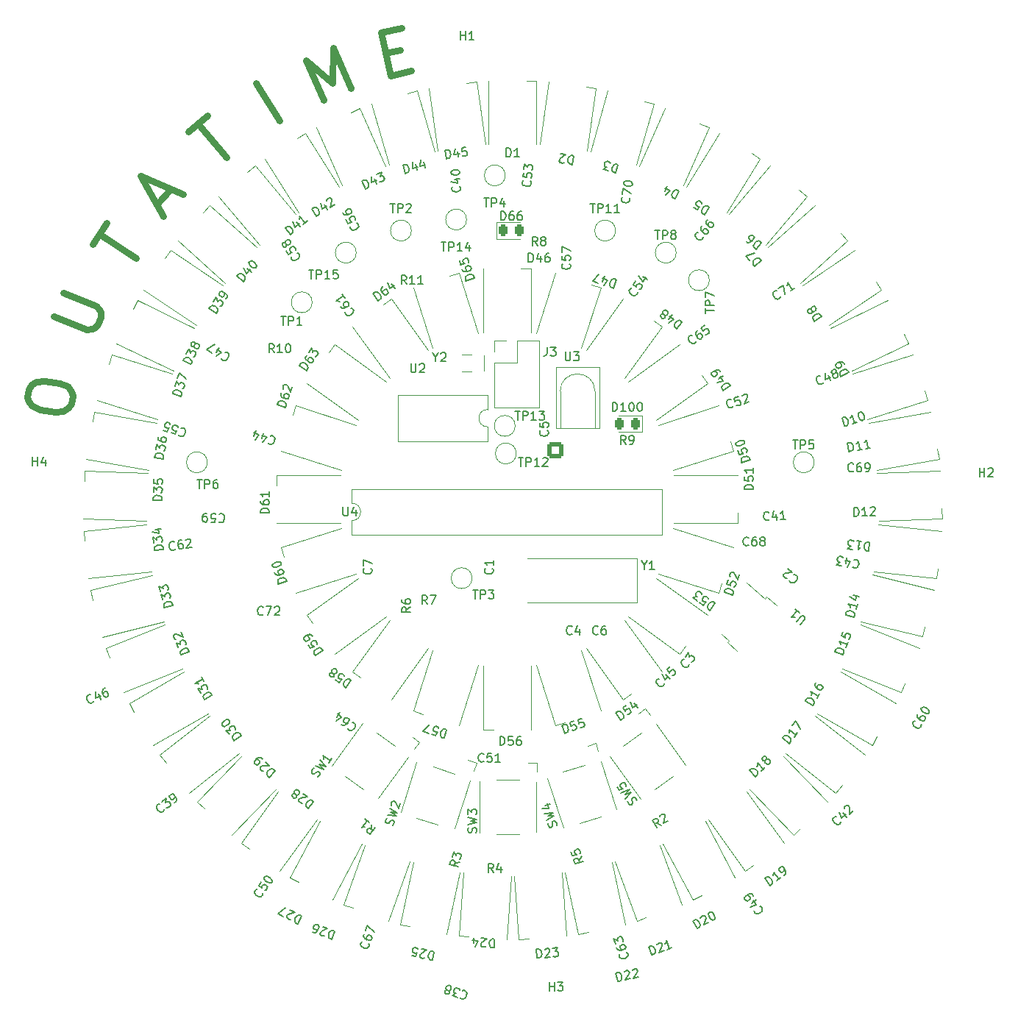
<source format=gbr>
%TF.GenerationSoftware,KiCad,Pcbnew,(6.0.5-0)*%
%TF.CreationDate,2022-07-21T12:39:38-05:00*%
%TF.ProjectId,HPS_Round_Clock,4850535f-526f-4756-9e64-5f436c6f636b,rev?*%
%TF.SameCoordinates,PX56c8cc0PY97a25c0*%
%TF.FileFunction,Legend,Top*%
%TF.FilePolarity,Positive*%
%FSLAX46Y46*%
G04 Gerber Fmt 4.6, Leading zero omitted, Abs format (unit mm)*
G04 Created by KiCad (PCBNEW (6.0.5-0)) date 2022-07-21 12:39:38*
%MOMM*%
%LPD*%
G01*
G04 APERTURE LIST*
G04 Aperture macros list*
%AMRoundRect*
0 Rectangle with rounded corners*
0 $1 Rounding radius*
0 $2 $3 $4 $5 $6 $7 $8 $9 X,Y pos of 4 corners*
0 Add a 4 corners polygon primitive as box body*
4,1,4,$2,$3,$4,$5,$6,$7,$8,$9,$2,$3,0*
0 Add four circle primitives for the rounded corners*
1,1,$1+$1,$2,$3*
1,1,$1+$1,$4,$5*
1,1,$1+$1,$6,$7*
1,1,$1+$1,$8,$9*
0 Add four rect primitives between the rounded corners*
20,1,$1+$1,$2,$3,$4,$5,0*
20,1,$1+$1,$4,$5,$6,$7,0*
20,1,$1+$1,$6,$7,$8,$9,0*
20,1,$1+$1,$8,$9,$2,$3,0*%
%AMRotRect*
0 Rectangle, with rotation*
0 The origin of the aperture is its center*
0 $1 length*
0 $2 width*
0 $3 Rotation angle, in degrees counterclockwise*
0 Add horizontal line*
21,1,$1,$2,0,0,$3*%
G04 Aperture macros list end*
%ADD10C,0.762000*%
%ADD11C,0.150000*%
%ADD12C,0.120000*%
%ADD13RotRect,1.500000X1.000000X126.000000*%
%ADD14C,3.200000*%
%ADD15RotRect,1.150000X1.400000X3.000000*%
%ADD16RotRect,1.500000X1.000000X324.000000*%
%ADD17R,1.150000X1.400000*%
%ADD18RotRect,1.150000X1.400000X126.000000*%
%ADD19RotRect,1.500000X1.000000X36.000000*%
%ADD20RotRect,1.150000X1.400000X169.000000*%
%ADD21RotRect,1.150000X1.400000X273.000000*%
%ADD22RotRect,1.500000X1.000000X98.000000*%
%ADD23RotRect,1.500000X1.000000X10.000000*%
%ADD24R,4.500000X2.000000*%
%ADD25RotRect,1.150000X1.400000X358.000000*%
%ADD26RotRect,1.150000X1.400000X36.000000*%
%ADD27RotRect,1.500000X1.000000X34.000000*%
%ADD28R,1.400000X1.150000*%
%ADD29C,2.000000*%
%ADD30RotRect,1.150000X1.400000X230.000000*%
%ADD31RotRect,1.500000X1.000000X258.000000*%
%ADD32RotRect,1.150000X1.400000X54.000000*%
%ADD33RotRect,1.500000X1.000000X234.000000*%
%ADD34RotRect,1.150000X1.400000X321.000000*%
%ADD35RotRect,1.500000X1.000000X306.000000*%
%ADD36RotRect,1.150000X1.400000X327.000000*%
%ADD37RotRect,1.500000X1.000000X50.000000*%
%ADD38RotRect,1.150000X1.400000X264.000000*%
%ADD39RotRect,1.500000X1.000000X18.000000*%
%ADD40RotRect,1.500000X1.000000X298.000000*%
%ADD41RotRect,1.150000X1.400000X330.000000*%
%ADD42RotRect,1.150000X1.400000X18.000000*%
%ADD43R,1.500000X1.000000*%
%ADD44RotRect,1.500000X1.000000X354.000000*%
%ADD45RotRect,1.500000X1.000000X290.000000*%
%ADD46RotRect,1.500000X1.000000X138.000000*%
%ADD47RotRect,1.500000X1.000000X226.000000*%
%ADD48RotRect,1.600000X1.400000X108.000000*%
%ADD49RotRect,1.500000X1.000000X42.000000*%
%ADD50RoundRect,0.243750X-0.243750X-0.456250X0.243750X-0.456250X0.243750X0.456250X-0.243750X0.456250X0*%
%ADD51RotRect,1.500000X1.000000X74.000000*%
%ADD52RotRect,1.150000X1.400000X315.000000*%
%ADD53RotRect,1.150000X1.400000X233.000000*%
%ADD54RotRect,1.500000X1.000000X194.000000*%
%ADD55RotRect,1.150000X1.400000X234.000000*%
%ADD56RotRect,1.150000X1.400000X9.000000*%
%ADD57RotRect,1.500000X1.000000X130.000000*%
%ADD58RotRect,1.150000X1.400000X261.000000*%
%ADD59RotRect,1.150000X1.400000X304.000000*%
%ADD60RotRect,1.500000X1.000000X274.000000*%
%ADD61RotRect,1.500000X1.000000X154.000000*%
%ADD62R,1.000000X1.800000*%
%ADD63R,1.000000X1.500000*%
%ADD64RotRect,1.150000X1.400000X202.000000*%
%ADD65RotRect,1.500000X1.000000X66.000000*%
%ADD66RotRect,1.150000X1.400000X214.000000*%
%ADD67RotRect,1.600000X1.400000X72.000000*%
%ADD68R,1.600000X1.600000*%
%ADD69O,1.600000X1.600000*%
%ADD70RotRect,1.600000X1.400000X54.000000*%
%ADD71RotRect,1.500000X1.000000X282.000000*%
%ADD72RotRect,1.150000X1.400000X250.000000*%
%ADD73RotRect,1.500000X1.000000X210.000000*%
%ADD74RotRect,1.500000X1.000000X186.000000*%
%ADD75RotRect,1.600000X1.400000X126.000000*%
%ADD76RotRect,1.500000X1.000000X218.000000*%
%ADD77RotRect,1.500000X1.000000X58.000000*%
%ADD78RotRect,1.500000X1.000000X250.000000*%
%ADD79RotRect,1.500000X1.000000X144.000000*%
%ADD80RotRect,1.500000X1.000000X122.000000*%
%ADD81RotRect,1.500000X1.000000X26.000000*%
%ADD82RotRect,1.500000X1.000000X106.000000*%
%ADD83RotRect,2.200000X1.200000X319.000000*%
%ADD84RotRect,6.400000X5.800000X319.000000*%
%ADD85RotRect,1.500000X1.000000X346.000000*%
%ADD86RoundRect,0.243750X0.243750X0.456250X-0.243750X0.456250X-0.243750X-0.456250X0.243750X-0.456250X0*%
%ADD87RoundRect,0.250200X-0.649800X-0.649800X0.649800X-0.649800X0.649800X0.649800X-0.649800X0.649800X0*%
%ADD88C,1.800000*%
%ADD89R,1.400000X1.600000*%
%ADD90RotRect,1.500000X1.000000X216.000000*%
%ADD91RotRect,1.500000X1.000000X72.000000*%
%ADD92RotRect,1.500000X1.000000X2.000000*%
%ADD93RotRect,1.150000X1.400000X218.000000*%
%ADD94RotRect,1.150000X1.400000X162.000000*%
%ADD95RotRect,1.150000X1.400000X314.000000*%
%ADD96RotRect,1.500000X1.000000X314.000000*%
%ADD97RotRect,1.500000X1.000000X198.000000*%
%ADD98RotRect,1.150000X1.400000X296.000000*%
%ADD99RotRect,1.500000X1.000000X330.000000*%
%ADD100RotRect,1.150000X1.400000X306.000000*%
%ADD101RotRect,1.150000X1.400000X288.000000*%
%ADD102RotRect,1.500000X1.000000X146.000000*%
%ADD103RotRect,1.500000X1.000000X54.000000*%
%ADD104RotRect,1.500000X1.000000X178.000000*%
%ADD105RotRect,1.500000X1.000000X252.000000*%
%ADD106RotRect,1.500000X1.000000X288.000000*%
%ADD107RotRect,1.500000X1.000000X322.000000*%
%ADD108RotRect,1.150000X1.400000X340.000000*%
%ADD109RotRect,1.500000X1.000000X338.000000*%
%ADD110RotRect,1.150000X1.400000X319.000000*%
%ADD111RotRect,1.150000X1.400000X198.000000*%
%ADD112RotRect,1.500000X1.000000X82.000000*%
%ADD113RotRect,1.500000X1.000000X108.000000*%
%ADD114RotRect,1.500000X1.000000X342.000000*%
%ADD115RotRect,1.500000X1.000000X242.000000*%
%ADD116RotRect,1.150000X1.400000X252.000000*%
%ADD117RotRect,1.150000X1.400000X212.000000*%
%ADD118RotRect,1.500000X1.000000X114.000000*%
%ADD119RotRect,1.500000X1.000000X170.000000*%
%ADD120RotRect,1.500000X1.000000X202.000000*%
%ADD121RotRect,1.500000X1.000000X266.000000*%
%ADD122RotRect,1.500000X1.000000X162.000000*%
%ADD123R,1.700000X1.700000*%
%ADD124O,1.700000X1.700000*%
%ADD125RotRect,3.000000X3.000000X305.000000*%
%ADD126C,3.000000*%
%ADD127RoundRect,0.500000X-0.855982X-1.606174X1.575322X0.911515X0.855982X1.606174X-1.575322X-0.911515X0*%
%ADD128RoundRect,0.500000X1.426339X-0.682318X-0.731681X1.401657X-1.426339X0.682318X0.731681X-1.401657X0*%
G04 APERTURE END LIST*
D10*
X44382703Y111483682D02*
X46032636Y111864599D01*
X47338335Y109435097D02*
X44981287Y108890930D01*
X43838536Y113840730D01*
X46195583Y114384897D01*
X37292782Y106046845D02*
X35226560Y110687656D01*
X38249370Y108061532D01*
X38320434Y112065138D01*
X40386656Y107424327D01*
X32137804Y103711105D02*
X29445815Y108019190D01*
X21669967Y102413103D02*
X23893684Y104279023D01*
X26047187Y99454557D02*
X22781826Y103346063D01*
X18039866Y94034619D02*
X19658525Y95832321D01*
X18794756Y92703883D02*
X16152641Y97361458D01*
X21060878Y95220667D01*
X10657067Y89502333D02*
X12280324Y91908911D01*
X15680207Y87864922D02*
X11468696Y90705622D01*
X6206948Y81226379D02*
X10019881Y79685854D01*
X10559080Y79728906D01*
X10873990Y79862577D01*
X11279518Y80220538D01*
X11641995Y81117699D01*
X11598943Y81656899D01*
X11465272Y81971808D01*
X11107310Y82377336D01*
X7294377Y83917862D01*
X8343339Y72047668D02*
X8191970Y71091962D01*
X7877359Y70651951D01*
X7323821Y70249782D01*
X6330273Y70162225D01*
X4657788Y70427121D01*
X3739924Y70817416D01*
X3337755Y71370954D01*
X3174513Y71886649D01*
X3325882Y72842355D01*
X3640493Y73282366D01*
X4194031Y73684534D01*
X5187579Y73772092D01*
X6860065Y73507196D01*
X7777928Y73116901D01*
X8180097Y72563363D01*
X8343339Y72047668D01*
D11*
%TO.C,D64*%
X43538525Y82990277D02*
X42950739Y83799294D01*
X43143362Y83939243D01*
X43286926Y83984688D01*
X43419955Y83963618D01*
X43514459Y83914559D01*
X43664943Y83788450D01*
X43748912Y83672876D01*
X43822347Y83490788D01*
X43839801Y83385749D01*
X43818732Y83252720D01*
X43731148Y83130226D01*
X43538525Y82990277D01*
X44106478Y84638988D02*
X43952379Y84527029D01*
X43903320Y84432524D01*
X43892785Y84366010D01*
X43899705Y84194457D01*
X43973140Y84012368D01*
X44197058Y83704171D01*
X44291562Y83655112D01*
X44358076Y83644577D01*
X44463115Y83662032D01*
X44617214Y83773991D01*
X44666273Y83868495D01*
X44676808Y83935010D01*
X44659353Y84040049D01*
X44519404Y84232672D01*
X44424900Y84281731D01*
X44358386Y84292266D01*
X44253347Y84274811D01*
X44099248Y84162852D01*
X44050189Y84068348D01*
X44039654Y84001833D01*
X44057109Y83896794D01*
X45072899Y84929111D02*
X45464756Y84389766D01*
X44656357Y85097359D02*
X44883581Y84379541D01*
X45384401Y84743408D01*
%TO.C,H4*%
X3738095Y63995698D02*
X3738095Y64995698D01*
X3738095Y64519507D02*
X4309523Y64519507D01*
X4309523Y63995698D02*
X4309523Y64995698D01*
X5214285Y64662364D02*
X5214285Y63995698D01*
X4976190Y65043317D02*
X4738095Y64329031D01*
X5357142Y64329031D01*
%TO.C,C41*%
X88539906Y57812210D02*
X88494844Y57762164D01*
X88354675Y57707133D01*
X88259567Y57702149D01*
X88114414Y57742226D01*
X88014322Y57832349D01*
X87961784Y57924965D01*
X87904261Y58112688D01*
X87896785Y58255349D01*
X87934370Y58448056D01*
X87976939Y58545656D01*
X88067062Y58645748D01*
X88207231Y58700778D01*
X88302339Y58705763D01*
X88447493Y58665686D01*
X88497539Y58620624D01*
X89365968Y58427714D02*
X89400858Y57761961D01*
X89108261Y58795684D02*
X88907875Y58069916D01*
X89526074Y58102314D01*
X90447042Y57816790D02*
X89876396Y57786883D01*
X90161719Y57801836D02*
X90109383Y58800466D01*
X90021752Y58652820D01*
X89931629Y58552728D01*
X89839013Y58500190D01*
%TO.C,D53*%
X82333281Y48162245D02*
X81745496Y47353228D01*
X81552873Y47493177D01*
X81465289Y47615671D01*
X81444219Y47748700D01*
X81461674Y47853739D01*
X81535108Y48035827D01*
X81619078Y48151401D01*
X81769561Y48277510D01*
X81864066Y48326569D01*
X81997094Y48347639D01*
X82140658Y48302194D01*
X82333281Y48162245D01*
X80551233Y48220911D02*
X80936479Y47941013D01*
X81254901Y48298270D01*
X81188387Y48287735D01*
X81083348Y48305190D01*
X80890725Y48445139D01*
X80841665Y48539643D01*
X80831130Y48606157D01*
X80848585Y48711196D01*
X80988534Y48903819D01*
X81083038Y48952879D01*
X81149553Y48963414D01*
X81254592Y48945959D01*
X81447215Y48806010D01*
X81496274Y48711506D01*
X81506809Y48644991D01*
X80243036Y48444829D02*
X79742216Y48808696D01*
X80235806Y48920965D01*
X80120232Y49004934D01*
X80071173Y49099438D01*
X80060638Y49165953D01*
X80078093Y49270992D01*
X80218042Y49463615D01*
X80312546Y49512674D01*
X80379060Y49523209D01*
X80484099Y49505754D01*
X80715247Y49337816D01*
X80764307Y49243311D01*
X80774841Y49176797D01*
%TO.C,R4*%
X56788333Y17196620D02*
X56455000Y17672810D01*
X56216904Y17196620D02*
X56216904Y18196620D01*
X56597857Y18196620D01*
X56693095Y18149000D01*
X56740714Y18101381D01*
X56788333Y18006143D01*
X56788333Y17863286D01*
X56740714Y17768048D01*
X56693095Y17720429D01*
X56597857Y17672810D01*
X56216904Y17672810D01*
X57645476Y17863286D02*
X57645476Y17196620D01*
X57407380Y18244239D02*
X57169285Y17529953D01*
X57788333Y17529953D01*
%TO.C,C61*%
X40411918Y82154995D02*
X40478432Y82144461D01*
X40600926Y82056877D01*
X40656906Y81979827D01*
X40702351Y81836264D01*
X40681281Y81703235D01*
X40632222Y81608731D01*
X40506113Y81458247D01*
X40390539Y81374278D01*
X40208451Y81300843D01*
X40103412Y81283388D01*
X39970383Y81304458D01*
X39847889Y81392042D01*
X39791909Y81469091D01*
X39746465Y81612655D01*
X39757000Y81679169D01*
X39176134Y82316633D02*
X39288093Y82162534D01*
X39382598Y82113475D01*
X39449112Y82102940D01*
X39620665Y82109860D01*
X39802754Y82183295D01*
X40110951Y82407213D01*
X40160010Y82501717D01*
X40170545Y82568231D01*
X40153090Y82673270D01*
X40041131Y82827369D01*
X39946627Y82876428D01*
X39880112Y82886963D01*
X39775073Y82869508D01*
X39582450Y82729559D01*
X39533391Y82635055D01*
X39522856Y82568541D01*
X39540311Y82463502D01*
X39652270Y82309403D01*
X39746774Y82260344D01*
X39813289Y82249809D01*
X39918328Y82267264D01*
X39369376Y83751960D02*
X39705254Y83289664D01*
X39537315Y83520812D02*
X38728298Y82933027D01*
X38899851Y82939947D01*
X39032880Y82918877D01*
X39127384Y82869818D01*
%TO.C,D49*%
X84069723Y73193526D02*
X83260706Y72605740D01*
X83120757Y72798363D01*
X83075312Y72941927D01*
X83096382Y73074956D01*
X83145441Y73169460D01*
X83271550Y73319944D01*
X83387124Y73403913D01*
X83569212Y73477348D01*
X83674251Y73494802D01*
X83807280Y73473733D01*
X83929774Y73386149D01*
X84069723Y73193526D01*
X82690685Y73957407D02*
X83230029Y74349264D01*
X82522437Y73540866D02*
X83240255Y73768090D01*
X82876388Y74268910D01*
X82894152Y74811560D02*
X82782193Y74965658D01*
X82687689Y75014718D01*
X82621174Y75025252D01*
X82449621Y75018332D01*
X82267533Y74944898D01*
X81959336Y74720980D01*
X81910276Y74626475D01*
X81899742Y74559961D01*
X81917196Y74454922D01*
X82029156Y74300824D01*
X82123660Y74251764D01*
X82190174Y74241229D01*
X82295213Y74258684D01*
X82487836Y74398633D01*
X82536896Y74493137D01*
X82547431Y74559652D01*
X82529976Y74664691D01*
X82418017Y74818789D01*
X82323512Y74867849D01*
X82256998Y74878383D01*
X82151959Y74860928D01*
%TO.C,C43*%
X98315963Y53133082D02*
X98371793Y53170740D01*
X98521112Y53190225D01*
X98614600Y53172053D01*
X98745746Y53098051D01*
X98821062Y52986390D01*
X98849634Y52883816D01*
X98860034Y52687753D01*
X98832775Y52547520D01*
X98749686Y52369630D01*
X98684770Y52285228D01*
X98573109Y52209912D01*
X98423791Y52190426D01*
X98330303Y52208598D01*
X98199156Y52282601D01*
X98161498Y52338431D01*
X97365534Y52735702D02*
X97492740Y53390121D01*
X97526566Y52316319D02*
X97896579Y52972050D01*
X97288905Y53090170D01*
X96881234Y52490269D02*
X96273560Y52608389D01*
X96673458Y52918739D01*
X96533226Y52945997D01*
X96448823Y53010914D01*
X96411165Y53066744D01*
X96382594Y53169318D01*
X96428024Y53403039D01*
X96492941Y53487441D01*
X96548771Y53525099D01*
X96651345Y53553671D01*
X96931810Y53499154D01*
X97016213Y53434238D01*
X97053871Y53378408D01*
%TO.C,C40*%
X52900297Y96146716D02*
X52950343Y96101654D01*
X53005374Y95961485D01*
X53010358Y95866377D01*
X52970281Y95721224D01*
X52880158Y95621132D01*
X52787542Y95568594D01*
X52599819Y95511071D01*
X52457158Y95503595D01*
X52264451Y95541180D01*
X52166851Y95583749D01*
X52066759Y95673872D01*
X52011729Y95814041D01*
X52006744Y95909149D01*
X52046821Y96054303D01*
X52091883Y96104349D01*
X52284793Y96972778D02*
X52950546Y97007668D01*
X51916823Y96715071D02*
X52642591Y96514685D01*
X52610193Y97132884D01*
X51914533Y97668639D02*
X51909549Y97763747D01*
X51952118Y97861347D01*
X51997180Y97911393D01*
X52089795Y97963931D01*
X52277518Y98021453D01*
X52515287Y98033914D01*
X52707995Y97996329D01*
X52805594Y97953760D01*
X52855640Y97908698D01*
X52908178Y97816083D01*
X52913163Y97720975D01*
X52870593Y97623375D01*
X52825532Y97573329D01*
X52732916Y97520791D01*
X52545193Y97463269D01*
X52307425Y97450808D01*
X52114717Y97488393D01*
X52017117Y97530962D01*
X51967071Y97576024D01*
X51914533Y97668639D01*
%TO.C,D45*%
X51370490Y99328026D02*
X51231317Y100318294D01*
X51467095Y100351431D01*
X51615190Y100324157D01*
X51722755Y100243100D01*
X51783166Y100155416D01*
X51856830Y99973421D01*
X51876712Y99831954D01*
X51856066Y99636704D01*
X51822165Y99535766D01*
X51741108Y99428200D01*
X51606269Y99361163D01*
X51370490Y99328026D01*
X52692377Y100187024D02*
X52785159Y99526845D01*
X52403581Y100531132D02*
X52267212Y99790661D01*
X52880235Y99876816D01*
X53636254Y100656286D02*
X53164698Y100590013D01*
X53183815Y100111830D01*
X53224343Y100165613D01*
X53312027Y100226023D01*
X53547805Y100259159D01*
X53648744Y100225258D01*
X53702527Y100184730D01*
X53762937Y100097046D01*
X53796074Y99861268D01*
X53762173Y99760329D01*
X53721644Y99706546D01*
X53633960Y99646136D01*
X53398182Y99613000D01*
X53297244Y99646901D01*
X53243461Y99687429D01*
%TO.C,D11*%
X97747717Y65633634D02*
X97574068Y66618441D01*
X97808547Y66659786D01*
X97957502Y66637698D01*
X98067831Y66560444D01*
X98131265Y66474922D01*
X98211236Y66295609D01*
X98236043Y66154922D01*
X98222224Y65959070D01*
X98191866Y65857010D01*
X98114613Y65746681D01*
X97982195Y65674979D01*
X97747717Y65633634D01*
X99248376Y65898240D02*
X98685629Y65799013D01*
X98967002Y65848627D02*
X98793354Y66833434D01*
X98724370Y66676210D01*
X98647117Y66565881D01*
X98561594Y66502447D01*
X100186288Y66063620D02*
X99623541Y65964392D01*
X99904915Y66014006D02*
X99731266Y66998814D01*
X99662282Y66841589D01*
X99585029Y66731260D01*
X99499507Y66667826D01*
%TO.C,Y1*%
X74142809Y52531810D02*
X74142809Y52055620D01*
X73809476Y53055620D02*
X74142809Y52531810D01*
X74476142Y53055620D01*
X75333285Y52055620D02*
X74761857Y52055620D01*
X75047571Y52055620D02*
X75047571Y53055620D01*
X74952333Y52912762D01*
X74857095Y52817524D01*
X74761857Y52769905D01*
%TO.C,C59*%
X25224929Y58369490D02*
X25274181Y58415419D01*
X25418613Y58458023D01*
X25513793Y58454699D01*
X25654901Y58402124D01*
X25746758Y58303620D01*
X25791024Y58206778D01*
X25831966Y58014756D01*
X25826981Y57871986D01*
X25772743Y57683287D01*
X25721829Y57589769D01*
X25623326Y57497913D01*
X25478894Y57455308D01*
X25383714Y57458632D01*
X25242605Y57511208D01*
X25196677Y57560460D01*
X24289143Y57496855D02*
X24765043Y57480237D01*
X24829252Y57954475D01*
X24780000Y57908547D01*
X24683158Y57864281D01*
X24445208Y57872590D01*
X24351690Y57923504D01*
X24305761Y57972756D01*
X24261495Y58069598D01*
X24269805Y58307548D01*
X24320718Y58401066D01*
X24369970Y58446994D01*
X24466812Y58491261D01*
X24704762Y58482951D01*
X24798281Y58432037D01*
X24844209Y58382785D01*
X23800552Y58514527D02*
X23610192Y58521174D01*
X23513350Y58476908D01*
X23464098Y58430980D01*
X23363932Y58291534D01*
X23309694Y58102835D01*
X23296399Y57722115D01*
X23340666Y57625273D01*
X23386594Y57576021D01*
X23480112Y57525107D01*
X23670472Y57518460D01*
X23767314Y57562726D01*
X23816566Y57608654D01*
X23867480Y57702172D01*
X23875789Y57940123D01*
X23831523Y58036965D01*
X23785595Y58086217D01*
X23692077Y58137130D01*
X23501716Y58143778D01*
X23404874Y58099512D01*
X23355623Y58053583D01*
X23304709Y57960065D01*
%TO.C,C65*%
X80139840Y78323204D02*
X80129306Y78256690D01*
X80041722Y78134196D01*
X79964672Y78078216D01*
X79821109Y78032771D01*
X79688080Y78053841D01*
X79593576Y78102900D01*
X79443092Y78229009D01*
X79359123Y78344583D01*
X79285688Y78526671D01*
X79268233Y78631710D01*
X79289303Y78764739D01*
X79376887Y78887233D01*
X79453936Y78943213D01*
X79597500Y78988657D01*
X79664014Y78978122D01*
X80301478Y79558988D02*
X80147379Y79447029D01*
X80098320Y79352524D01*
X80087785Y79286010D01*
X80094705Y79114457D01*
X80168140Y78932368D01*
X80392058Y78624171D01*
X80486562Y78575112D01*
X80553076Y78564577D01*
X80658115Y78582032D01*
X80812214Y78693991D01*
X80861273Y78788495D01*
X80871808Y78855010D01*
X80854353Y78960049D01*
X80714404Y79152672D01*
X80619900Y79201731D01*
X80553386Y79212266D01*
X80448347Y79194811D01*
X80294248Y79082852D01*
X80245189Y78988348D01*
X80234654Y78921833D01*
X80252109Y78816794D01*
X81110495Y80146773D02*
X80725249Y79866875D01*
X80966622Y79453639D01*
X80977157Y79520154D01*
X81026216Y79614658D01*
X81218839Y79754607D01*
X81323878Y79772062D01*
X81390393Y79761527D01*
X81484897Y79712467D01*
X81624846Y79519844D01*
X81642301Y79414805D01*
X81631766Y79348291D01*
X81582706Y79253787D01*
X81390083Y79113838D01*
X81285044Y79096383D01*
X81218530Y79106918D01*
%TO.C,D8*%
X94572778Y81171060D02*
X93743740Y80611867D01*
X93610599Y80809257D01*
X93570192Y80954319D01*
X93595892Y81086532D01*
X93648220Y81179266D01*
X93779503Y81325257D01*
X93897937Y81405142D01*
X94082477Y81472177D01*
X94188062Y81485955D01*
X94320274Y81460256D01*
X94439637Y81368450D01*
X94572778Y81171060D01*
X93459965Y81798993D02*
X93473743Y81693409D01*
X93460893Y81627302D01*
X93408566Y81534568D01*
X93369088Y81507940D01*
X93263503Y81494161D01*
X93197397Y81507011D01*
X93104663Y81559339D01*
X92998150Y81717251D01*
X92984371Y81822835D01*
X92997221Y81888941D01*
X93049549Y81981675D01*
X93089027Y82008304D01*
X93194611Y82022082D01*
X93260717Y82009232D01*
X93353452Y81956905D01*
X93459965Y81798993D01*
X93552699Y81746665D01*
X93618805Y81733815D01*
X93724389Y81747594D01*
X93882301Y81854107D01*
X93934629Y81946841D01*
X93947479Y82012947D01*
X93933700Y82118532D01*
X93827187Y82276443D01*
X93734453Y82328771D01*
X93668347Y82341621D01*
X93562763Y82327842D01*
X93404851Y82221330D01*
X93352523Y82128595D01*
X93339673Y82062489D01*
X93353452Y81956905D01*
%TO.C,C57*%
X65567142Y87237143D02*
X65614761Y87189524D01*
X65662380Y87046667D01*
X65662380Y86951429D01*
X65614761Y86808572D01*
X65519523Y86713334D01*
X65424285Y86665715D01*
X65233809Y86618096D01*
X65090952Y86618096D01*
X64900476Y86665715D01*
X64805238Y86713334D01*
X64710000Y86808572D01*
X64662380Y86951429D01*
X64662380Y87046667D01*
X64710000Y87189524D01*
X64757619Y87237143D01*
X64662380Y88141905D02*
X64662380Y87665715D01*
X65138571Y87618096D01*
X65090952Y87665715D01*
X65043333Y87760953D01*
X65043333Y87999048D01*
X65090952Y88094286D01*
X65138571Y88141905D01*
X65233809Y88189524D01*
X65471904Y88189524D01*
X65567142Y88141905D01*
X65614761Y88094286D01*
X65662380Y87999048D01*
X65662380Y87760953D01*
X65614761Y87665715D01*
X65567142Y87618096D01*
X64662380Y88522858D02*
X64662380Y89189524D01*
X65662380Y88760953D01*
%TO.C,TP11*%
X67916904Y94142620D02*
X68488333Y94142620D01*
X68202619Y93142620D02*
X68202619Y94142620D01*
X68821666Y93142620D02*
X68821666Y94142620D01*
X69202619Y94142620D01*
X69297857Y94095000D01*
X69345476Y94047381D01*
X69393095Y93952143D01*
X69393095Y93809286D01*
X69345476Y93714048D01*
X69297857Y93666429D01*
X69202619Y93618810D01*
X68821666Y93618810D01*
X70345476Y93142620D02*
X69774047Y93142620D01*
X70059761Y93142620D02*
X70059761Y94142620D01*
X69964523Y93999762D01*
X69869285Y93904524D01*
X69774047Y93856905D01*
X71297857Y93142620D02*
X70726428Y93142620D01*
X71012142Y93142620D02*
X71012142Y94142620D01*
X70916904Y93999762D01*
X70821666Y93904524D01*
X70726428Y93856905D01*
%TO.C,C66*%
X80945366Y90332975D02*
X80951236Y90265888D01*
X80895887Y90125844D01*
X80834669Y90052888D01*
X80706364Y89974062D01*
X80572190Y89962323D01*
X80468624Y89987062D01*
X80292102Y90073020D01*
X80182667Y90164847D01*
X80067363Y90323761D01*
X80025015Y90421457D01*
X80013276Y90555631D01*
X80068625Y90695675D01*
X80129843Y90768632D01*
X80258148Y90847458D01*
X80325235Y90853327D01*
X80803239Y91571155D02*
X80680803Y91425241D01*
X80656064Y91321676D01*
X80661933Y91254589D01*
X80710150Y91089805D01*
X80825455Y90930891D01*
X81117281Y90686020D01*
X81220847Y90661280D01*
X81287934Y90667149D01*
X81385630Y90709497D01*
X81508066Y90855410D01*
X81532805Y90958976D01*
X81526936Y91026063D01*
X81484588Y91123759D01*
X81302197Y91276804D01*
X81198631Y91301544D01*
X81131544Y91295674D01*
X81033848Y91253327D01*
X80911412Y91107413D01*
X80886672Y91003848D01*
X80892542Y90936761D01*
X80934890Y90839064D01*
X81415418Y92300721D02*
X81292982Y92154808D01*
X81268243Y92051242D01*
X81274112Y91984155D01*
X81322329Y91819371D01*
X81437633Y91660457D01*
X81729460Y91415586D01*
X81833025Y91390846D01*
X81900113Y91396716D01*
X81997809Y91439063D01*
X82120244Y91584977D01*
X82144984Y91688542D01*
X82139115Y91755629D01*
X82096767Y91853325D01*
X81914375Y92006370D01*
X81810810Y92031110D01*
X81743723Y92025240D01*
X81646026Y91982893D01*
X81523591Y91836979D01*
X81498851Y91733414D01*
X81504721Y91666327D01*
X81547068Y91568630D01*
%TO.C,R8*%
X61868333Y89332620D02*
X61535000Y89808810D01*
X61296904Y89332620D02*
X61296904Y90332620D01*
X61677857Y90332620D01*
X61773095Y90285000D01*
X61820714Y90237381D01*
X61868333Y90142143D01*
X61868333Y89999286D01*
X61820714Y89904048D01*
X61773095Y89856429D01*
X61677857Y89808810D01*
X61296904Y89808810D01*
X62439761Y89904048D02*
X62344523Y89951667D01*
X62296904Y89999286D01*
X62249285Y90094524D01*
X62249285Y90142143D01*
X62296904Y90237381D01*
X62344523Y90285000D01*
X62439761Y90332620D01*
X62630238Y90332620D01*
X62725476Y90285000D01*
X62773095Y90237381D01*
X62820714Y90142143D01*
X62820714Y90094524D01*
X62773095Y89999286D01*
X62725476Y89951667D01*
X62630238Y89904048D01*
X62439761Y89904048D01*
X62344523Y89856429D01*
X62296904Y89808810D01*
X62249285Y89713572D01*
X62249285Y89523096D01*
X62296904Y89427858D01*
X62344523Y89380239D01*
X62439761Y89332620D01*
X62630238Y89332620D01*
X62725476Y89380239D01*
X62773095Y89427858D01*
X62820714Y89523096D01*
X62820714Y89713572D01*
X62773095Y89808810D01*
X62725476Y89856429D01*
X62630238Y89904048D01*
%TO.C,D25*%
X49981805Y8060032D02*
X49773894Y7081884D01*
X49541001Y7131387D01*
X49411167Y7207667D01*
X49337811Y7320625D01*
X49311034Y7423682D01*
X49304057Y7619897D01*
X49333759Y7759632D01*
X49419940Y7936045D01*
X49486319Y8019302D01*
X49599277Y8092658D01*
X49748913Y8109534D01*
X49981805Y8060032D01*
X48862126Y7373052D02*
X48805647Y7336374D01*
X48702589Y7309597D01*
X48469697Y7359100D01*
X48386441Y7425479D01*
X48349763Y7481958D01*
X48322985Y7585016D01*
X48342786Y7678173D01*
X48419067Y7808007D01*
X49096815Y8248142D01*
X48491295Y8376849D01*
X47398392Y7586812D02*
X47864177Y7487807D01*
X48009761Y7943691D01*
X47953282Y7907013D01*
X47850225Y7880236D01*
X47617332Y7929738D01*
X47534076Y7996118D01*
X47497398Y8052597D01*
X47470621Y8155654D01*
X47520123Y8388547D01*
X47586503Y8471803D01*
X47642982Y8508481D01*
X47746040Y8535258D01*
X47978932Y8485756D01*
X48062188Y8419376D01*
X48098866Y8362897D01*
%TO.C,C54*%
X73376072Y83974995D02*
X73386607Y83908480D01*
X73341162Y83764917D01*
X73285183Y83687868D01*
X73162689Y83600283D01*
X73029660Y83579214D01*
X72924621Y83596669D01*
X72742533Y83670103D01*
X72626959Y83754073D01*
X72500850Y83904556D01*
X72451791Y83999060D01*
X72430721Y84132089D01*
X72476166Y84275653D01*
X72532145Y84352702D01*
X72654639Y84440286D01*
X72721154Y84450821D01*
X73175910Y85238768D02*
X72896012Y84853522D01*
X73253269Y84535100D01*
X73242734Y84601614D01*
X73260189Y84706653D01*
X73400138Y84899276D01*
X73494642Y84948336D01*
X73561156Y84958871D01*
X73666195Y84941416D01*
X73858818Y84801467D01*
X73907878Y84706963D01*
X73918413Y84640448D01*
X73900958Y84535409D01*
X73761009Y84342786D01*
X73666505Y84293727D01*
X73599990Y84283192D01*
X73977388Y85774808D02*
X74516733Y85382951D01*
X73529242Y85806103D02*
X73967163Y85193633D01*
X74331030Y85694453D01*
%TO.C,D28*%
X36104412Y25345065D02*
X35516627Y24536048D01*
X35324004Y24675997D01*
X35236420Y24798491D01*
X35215350Y24931520D01*
X35232805Y25036559D01*
X35306239Y25218647D01*
X35390209Y25334221D01*
X35540692Y25460330D01*
X35635197Y25509389D01*
X35768225Y25530459D01*
X35911789Y25485014D01*
X36104412Y25345065D01*
X34802114Y25172893D02*
X34735600Y25162358D01*
X34630561Y25179813D01*
X34437938Y25319762D01*
X34388878Y25414266D01*
X34378343Y25480780D01*
X34395798Y25585819D01*
X34451778Y25662869D01*
X34574272Y25750453D01*
X35372444Y25876871D01*
X34871624Y26240738D01*
X34073452Y26114320D02*
X34122511Y26019816D01*
X34133046Y25953301D01*
X34115591Y25848262D01*
X34087601Y25809738D01*
X33993097Y25760678D01*
X33926583Y25750143D01*
X33821544Y25767598D01*
X33667445Y25879557D01*
X33618386Y25974061D01*
X33607851Y26040576D01*
X33625306Y26145615D01*
X33653296Y26184139D01*
X33747800Y26233199D01*
X33814314Y26243734D01*
X33919353Y26226279D01*
X34073452Y26114320D01*
X34178491Y26096865D01*
X34245005Y26107400D01*
X34339509Y26156459D01*
X34451468Y26310558D01*
X34468923Y26415597D01*
X34458388Y26482111D01*
X34409329Y26576615D01*
X34255230Y26688574D01*
X34150191Y26706029D01*
X34083677Y26695494D01*
X33989173Y26646435D01*
X33877214Y26492336D01*
X33859759Y26387297D01*
X33870294Y26320783D01*
X33919353Y26226279D01*
%TO.C,TP13*%
X59280904Y70266620D02*
X59852333Y70266620D01*
X59566619Y69266620D02*
X59566619Y70266620D01*
X60185666Y69266620D02*
X60185666Y70266620D01*
X60566619Y70266620D01*
X60661857Y70219000D01*
X60709476Y70171381D01*
X60757095Y70076143D01*
X60757095Y69933286D01*
X60709476Y69838048D01*
X60661857Y69790429D01*
X60566619Y69742810D01*
X60185666Y69742810D01*
X61709476Y69266620D02*
X61138047Y69266620D01*
X61423761Y69266620D02*
X61423761Y70266620D01*
X61328523Y70123762D01*
X61233285Y70028524D01*
X61138047Y69980905D01*
X62042809Y70266620D02*
X62661857Y70266620D01*
X62328523Y69885667D01*
X62471380Y69885667D01*
X62566619Y69838048D01*
X62614238Y69790429D01*
X62661857Y69695191D01*
X62661857Y69457096D01*
X62614238Y69361858D01*
X62566619Y69314239D01*
X62471380Y69266620D01*
X62185666Y69266620D01*
X62090428Y69314239D01*
X62042809Y69361858D01*
%TO.C,R9*%
X72028333Y66472620D02*
X71695000Y66948810D01*
X71456904Y66472620D02*
X71456904Y67472620D01*
X71837857Y67472620D01*
X71933095Y67425000D01*
X71980714Y67377381D01*
X72028333Y67282143D01*
X72028333Y67139286D01*
X71980714Y67044048D01*
X71933095Y66996429D01*
X71837857Y66948810D01*
X71456904Y66948810D01*
X72504523Y66472620D02*
X72695000Y66472620D01*
X72790238Y66520239D01*
X72837857Y66567858D01*
X72933095Y66710715D01*
X72980714Y66901191D01*
X72980714Y67282143D01*
X72933095Y67377381D01*
X72885476Y67425000D01*
X72790238Y67472620D01*
X72599761Y67472620D01*
X72504523Y67425000D01*
X72456904Y67377381D01*
X72409285Y67282143D01*
X72409285Y67044048D01*
X72456904Y66948810D01*
X72504523Y66901191D01*
X72599761Y66853572D01*
X72790238Y66853572D01*
X72885476Y66901191D01*
X72933095Y66948810D01*
X72980714Y67044048D01*
%TO.C,R1*%
X42764216Y22721680D02*
X42723589Y22141837D01*
X43208300Y22362068D02*
X42578979Y21584922D01*
X42282924Y21824663D01*
X42238878Y21921606D01*
X42231838Y21988580D01*
X42254767Y22092562D01*
X42344669Y22203582D01*
X42441612Y22247629D01*
X42508586Y22254668D01*
X42612568Y22231740D01*
X42908623Y21991999D01*
X42024077Y23321033D02*
X42468161Y22961421D01*
X42246119Y23141227D02*
X41616799Y22364081D01*
X41780716Y22415166D01*
X41914665Y22429245D01*
X42018646Y22406317D01*
%TO.C,D54*%
X71478525Y34730277D02*
X70890739Y35539294D01*
X71083362Y35679243D01*
X71226926Y35724688D01*
X71359955Y35703618D01*
X71454459Y35654559D01*
X71604943Y35528450D01*
X71688912Y35412876D01*
X71762347Y35230788D01*
X71779801Y35125749D01*
X71758732Y34992720D01*
X71671148Y34870226D01*
X71478525Y34730277D01*
X72085003Y36406977D02*
X71699756Y36127080D01*
X71941129Y35713844D01*
X71951664Y35780358D01*
X72000724Y35874862D01*
X72193347Y36014811D01*
X72298386Y36032266D01*
X72364900Y36021731D01*
X72459404Y35972672D01*
X72599353Y35780049D01*
X72616808Y35675010D01*
X72606273Y35608495D01*
X72557214Y35513991D01*
X72364591Y35374042D01*
X72259552Y35356587D01*
X72193037Y35367122D01*
X73012899Y36669111D02*
X73404756Y36129766D01*
X72596357Y36837359D02*
X72823581Y36119541D01*
X73324401Y36483408D01*
%TO.C,C47*%
X25938659Y77034401D02*
X26004531Y77048402D01*
X26150276Y77010533D01*
X26230149Y76958663D01*
X26324024Y76840921D01*
X26352027Y76709177D01*
X26340094Y76603368D01*
X26276289Y76417686D01*
X26198484Y76297876D01*
X26054806Y76164065D01*
X25962999Y76110126D01*
X25831256Y76082123D01*
X25685510Y76119992D01*
X25605637Y76171863D01*
X25511762Y76289605D01*
X25497761Y76355477D01*
X24908576Y77021994D02*
X25271669Y77581107D01*
X24900778Y76572824D02*
X25489489Y77042199D01*
X24970312Y77379356D01*
X24367599Y76975854D02*
X23808486Y77338946D01*
X24712555Y77944200D01*
%TO.C,D6*%
X87656198Y89657105D02*
X87013411Y88891060D01*
X86831019Y89044105D01*
X86752193Y89172410D01*
X86740454Y89306585D01*
X86765194Y89410150D01*
X86851151Y89586672D01*
X86942978Y89696107D01*
X87101892Y89811412D01*
X87199588Y89853759D01*
X87333763Y89865498D01*
X87473807Y89810150D01*
X87656198Y89657105D01*
X85919061Y89809329D02*
X86064975Y89686893D01*
X86168540Y89662153D01*
X86235627Y89668023D01*
X86400411Y89716240D01*
X86559325Y89831544D01*
X86804196Y90123370D01*
X86828936Y90226936D01*
X86823066Y90294023D01*
X86780719Y90391719D01*
X86634806Y90514155D01*
X86531240Y90538895D01*
X86464153Y90533025D01*
X86366457Y90490678D01*
X86213412Y90308286D01*
X86188672Y90204721D01*
X86194542Y90137633D01*
X86236889Y90039937D01*
X86382803Y89917501D01*
X86486368Y89892762D01*
X86553455Y89898631D01*
X86651152Y89940979D01*
%TO.C,C53*%
X61052989Y96728333D02*
X61095370Y96675998D01*
X61127795Y96528946D01*
X61117840Y96434229D01*
X61055549Y96297132D01*
X60950878Y96212371D01*
X60851184Y96174968D01*
X60656774Y96147520D01*
X60514699Y96162452D01*
X60330244Y96229721D01*
X60240505Y96287034D01*
X60155744Y96391706D01*
X60123318Y96538758D01*
X60133273Y96633474D01*
X60195564Y96770571D01*
X60247900Y96812952D01*
X60247757Y97722712D02*
X60197981Y97249130D01*
X60666586Y97151997D01*
X60624205Y97204333D01*
X60586802Y97304026D01*
X60611690Y97540817D01*
X60669003Y97630556D01*
X60721339Y97672937D01*
X60821033Y97710340D01*
X61057824Y97685452D01*
X61147562Y97628139D01*
X61189943Y97575803D01*
X61227346Y97476109D01*
X61202458Y97239318D01*
X61145145Y97149580D01*
X61092809Y97107199D01*
X60287577Y98101578D02*
X60352285Y98717234D01*
X60696308Y98345907D01*
X60711241Y98487981D01*
X60768554Y98577720D01*
X60820890Y98620101D01*
X60920584Y98657504D01*
X61157374Y98632616D01*
X61247113Y98575303D01*
X61289494Y98522967D01*
X61326897Y98423273D01*
X61297032Y98139124D01*
X61239718Y98049385D01*
X61187383Y98007004D01*
%TO.C,D10*%
X97214939Y68532526D02*
X96905922Y69483582D01*
X97132364Y69557158D01*
X97282944Y69556015D01*
X97402951Y69494868D01*
X97477670Y69419006D01*
X97581818Y69252568D01*
X97625964Y69116703D01*
X97639536Y68920834D01*
X97623677Y68815542D01*
X97562531Y68695535D01*
X97441381Y68606101D01*
X97214939Y68532526D01*
X98664168Y69003409D02*
X98120707Y68826828D01*
X98392437Y68915118D02*
X98083420Y69866175D01*
X98036989Y69700879D01*
X97975842Y69580872D01*
X97899980Y69506154D01*
X98943900Y70145762D02*
X99034477Y70175192D01*
X99139769Y70159333D01*
X99199772Y70128760D01*
X99274491Y70052898D01*
X99378639Y69886460D01*
X99452215Y69660018D01*
X99465787Y69464149D01*
X99449929Y69358857D01*
X99419355Y69298854D01*
X99343494Y69224135D01*
X99252917Y69194705D01*
X99147625Y69210563D01*
X99087621Y69241137D01*
X99012903Y69316998D01*
X98908754Y69483437D01*
X98835179Y69709879D01*
X98821607Y69905748D01*
X98837465Y70011039D01*
X98868038Y70071043D01*
X98943900Y70145762D01*
%TO.C,TP4*%
X55693095Y94777620D02*
X56264523Y94777620D01*
X55978809Y93777620D02*
X55978809Y94777620D01*
X56597857Y93777620D02*
X56597857Y94777620D01*
X56978809Y94777620D01*
X57074047Y94730000D01*
X57121666Y94682381D01*
X57169285Y94587143D01*
X57169285Y94444286D01*
X57121666Y94349048D01*
X57074047Y94301429D01*
X56978809Y94253810D01*
X56597857Y94253810D01*
X58026428Y94444286D02*
X58026428Y93777620D01*
X57788333Y94825239D02*
X57550238Y94110953D01*
X58169285Y94110953D01*
%TO.C,TP15*%
X35531904Y86522620D02*
X36103333Y86522620D01*
X35817619Y85522620D02*
X35817619Y86522620D01*
X36436666Y85522620D02*
X36436666Y86522620D01*
X36817619Y86522620D01*
X36912857Y86475000D01*
X36960476Y86427381D01*
X37008095Y86332143D01*
X37008095Y86189286D01*
X36960476Y86094048D01*
X36912857Y86046429D01*
X36817619Y85998810D01*
X36436666Y85998810D01*
X37960476Y85522620D02*
X37389047Y85522620D01*
X37674761Y85522620D02*
X37674761Y86522620D01*
X37579523Y86379762D01*
X37484285Y86284524D01*
X37389047Y86236905D01*
X38865238Y86522620D02*
X38389047Y86522620D01*
X38341428Y86046429D01*
X38389047Y86094048D01*
X38484285Y86141667D01*
X38722380Y86141667D01*
X38817619Y86094048D01*
X38865238Y86046429D01*
X38912857Y85951191D01*
X38912857Y85713096D01*
X38865238Y85617858D01*
X38817619Y85570239D01*
X38722380Y85522620D01*
X38484285Y85522620D01*
X38389047Y85570239D01*
X38341428Y85617858D01*
%TO.C,D20*%
X80225229Y10710499D02*
X79755757Y11593447D01*
X79965983Y11705226D01*
X80114474Y11730248D01*
X80243276Y11690869D01*
X80330033Y11629135D01*
X80461501Y11483310D01*
X80528568Y11357175D01*
X80575946Y11166639D01*
X80578613Y11060192D01*
X80539234Y10931391D01*
X80435454Y10822278D01*
X80225229Y10710499D01*
X80641371Y11956472D02*
X80661061Y12020873D01*
X80722795Y12107630D01*
X80933021Y12219409D01*
X81039467Y12222075D01*
X81103868Y12202386D01*
X81190624Y12140652D01*
X81235336Y12056561D01*
X81260358Y11908070D01*
X81024086Y11135259D01*
X81570673Y11425884D01*
X81647788Y12599457D02*
X81731878Y12644169D01*
X81838324Y12646835D01*
X81902725Y12627146D01*
X81989482Y12565412D01*
X82120950Y12419587D01*
X82232729Y12209361D01*
X82280107Y12018825D01*
X82282773Y11912379D01*
X82263084Y11847978D01*
X82201350Y11761221D01*
X82117259Y11716510D01*
X82010813Y11713843D01*
X81946412Y11733533D01*
X81859656Y11795267D01*
X81728187Y11941092D01*
X81616409Y12151317D01*
X81569030Y12341854D01*
X81566364Y12448300D01*
X81586053Y12512701D01*
X81647788Y12599457D01*
%TO.C,C60*%
X106040110Y34224698D02*
X106057539Y34159650D01*
X106027350Y34012122D01*
X105979731Y33929644D01*
X105867063Y33829735D01*
X105736966Y33794876D01*
X105630678Y33801255D01*
X105441911Y33855254D01*
X105318193Y33926683D01*
X105177045Y34063160D01*
X105118376Y34152018D01*
X105083517Y34282116D01*
X105113706Y34429644D01*
X105161325Y34512122D01*
X105273993Y34612031D01*
X105339042Y34629460D01*
X105685134Y35419387D02*
X105589896Y35254430D01*
X105583517Y35148142D01*
X105600946Y35083093D01*
X105677045Y34929186D01*
X105818193Y34792708D01*
X106148107Y34602232D01*
X106254395Y34595852D01*
X106319444Y34613282D01*
X106408303Y34671951D01*
X106503541Y34836908D01*
X106509920Y34943196D01*
X106492491Y35008245D01*
X106433822Y35097104D01*
X106227625Y35216151D01*
X106121337Y35222531D01*
X106056288Y35205101D01*
X105967430Y35146432D01*
X105872192Y34981475D01*
X105865812Y34875187D01*
X105883242Y34810138D01*
X105941911Y34721280D01*
X106042277Y36037976D02*
X106089896Y36120455D01*
X106178755Y36179124D01*
X106243803Y36196554D01*
X106350092Y36190174D01*
X106538858Y36136175D01*
X106745055Y36017128D01*
X106886203Y35880650D01*
X106944872Y35791792D01*
X106962301Y35726743D01*
X106955922Y35620455D01*
X106908303Y35537976D01*
X106819444Y35479307D01*
X106754395Y35461878D01*
X106648107Y35468257D01*
X106459341Y35522256D01*
X106253144Y35641304D01*
X106111996Y35777781D01*
X106053327Y35866640D01*
X106035897Y35931688D01*
X106042277Y36037976D01*
%TO.C,C52*%
X84393969Y70831684D02*
X84363396Y70771680D01*
X84242246Y70682246D01*
X84151669Y70652816D01*
X84001089Y70653959D01*
X83881082Y70715106D01*
X83806363Y70790968D01*
X83702214Y70957406D01*
X83658069Y71093271D01*
X83644497Y71289140D01*
X83660355Y71394432D01*
X83721502Y71514439D01*
X83842652Y71603873D01*
X83933229Y71633303D01*
X84083809Y71632160D01*
X84143813Y71601587D01*
X84974862Y71971750D02*
X84521978Y71824599D01*
X84623841Y71357000D01*
X84654414Y71417004D01*
X84730276Y71491722D01*
X84956718Y71565298D01*
X85062010Y71549439D01*
X85122013Y71518866D01*
X85196732Y71443004D01*
X85270307Y71216562D01*
X85254449Y71111270D01*
X85223876Y71051267D01*
X85148014Y70976548D01*
X84921572Y70902973D01*
X84816280Y70918831D01*
X84756276Y70949404D01*
X85411888Y72013609D02*
X85442461Y72073613D01*
X85518323Y72148331D01*
X85744765Y72221907D01*
X85850057Y72206049D01*
X85910060Y72175475D01*
X85984779Y72099614D01*
X86014209Y72009037D01*
X86013066Y71858456D01*
X85646186Y71138414D01*
X86234936Y71329711D01*
%TO.C,D61*%
X30970387Y58547708D02*
X29970387Y58547708D01*
X29970387Y58785803D01*
X30018007Y58928660D01*
X30113245Y59023898D01*
X30208483Y59071517D01*
X30398959Y59119136D01*
X30541816Y59119136D01*
X30732292Y59071517D01*
X30827530Y59023898D01*
X30922768Y58928660D01*
X30970387Y58785803D01*
X30970387Y58547708D01*
X29970387Y59976279D02*
X29970387Y59785803D01*
X30018007Y59690565D01*
X30065626Y59642946D01*
X30208483Y59547708D01*
X30398959Y59500089D01*
X30779911Y59500089D01*
X30875149Y59547708D01*
X30922768Y59595327D01*
X30970387Y59690565D01*
X30970387Y59881041D01*
X30922768Y59976279D01*
X30875149Y60023898D01*
X30779911Y60071517D01*
X30541816Y60071517D01*
X30446578Y60023898D01*
X30398959Y59976279D01*
X30351340Y59881041D01*
X30351340Y59690565D01*
X30398959Y59595327D01*
X30446578Y59547708D01*
X30541816Y59500089D01*
X30970387Y61023898D02*
X30970387Y60452470D01*
X30970387Y60738184D02*
X29970387Y60738184D01*
X30113245Y60642946D01*
X30208483Y60547708D01*
X30256102Y60452470D01*
%TO.C,D13*%
X100119920Y55182976D02*
X100015391Y54188454D01*
X99778601Y54213342D01*
X99641504Y54275632D01*
X99556742Y54380304D01*
X99519339Y54479998D01*
X99491891Y54674408D01*
X99506824Y54816483D01*
X99574092Y55000938D01*
X99631405Y55090677D01*
X99736077Y55175438D01*
X99883129Y55207864D01*
X100119920Y55182976D01*
X98604458Y55342257D02*
X99172756Y55282527D01*
X98888607Y55312392D02*
X98784079Y54317870D01*
X98893728Y54449990D01*
X98998399Y54534751D01*
X99098093Y54572154D01*
X98168422Y54382578D02*
X97552766Y54447286D01*
X97924093Y54791309D01*
X97782019Y54806242D01*
X97692280Y54863555D01*
X97649899Y54915891D01*
X97612496Y55015585D01*
X97637384Y55252375D01*
X97694697Y55342114D01*
X97747033Y55384495D01*
X97846727Y55421898D01*
X98130876Y55392033D01*
X98220615Y55334719D01*
X98262996Y55282384D01*
%TO.C,D21*%
X75018668Y7664591D02*
X74676647Y8604284D01*
X74900384Y8685717D01*
X75050912Y8689830D01*
X75172980Y8632909D01*
X75250301Y8559701D01*
X75360195Y8396999D01*
X75409055Y8262757D01*
X75429454Y8067481D01*
X75417280Y7961700D01*
X75360359Y7839632D01*
X75242404Y7746025D01*
X75018668Y7664591D01*
X75604166Y8840523D02*
X75632627Y8901557D01*
X75705835Y8978877D01*
X75929571Y9060311D01*
X76035352Y9048137D01*
X76096386Y9019676D01*
X76173707Y8946468D01*
X76206280Y8856974D01*
X76210393Y8706445D01*
X75868866Y7974038D01*
X76450580Y8185765D01*
X77345525Y8511498D02*
X76808558Y8316058D01*
X77077042Y8413778D02*
X76735022Y9353471D01*
X76694387Y9186656D01*
X76637466Y9064588D01*
X76564258Y8987267D01*
%TO.C,D40*%
X27998250Y85204118D02*
X27255106Y85873249D01*
X27414422Y86050188D01*
X27545400Y86124488D01*
X27679903Y86131537D01*
X27782542Y86103199D01*
X27955956Y86011133D01*
X28062120Y85915543D01*
X28171808Y85752702D01*
X28210720Y85653587D01*
X28217769Y85519085D01*
X28157567Y85381058D01*
X27998250Y85204118D01*
X28458721Y86711841D02*
X28954151Y86265754D01*
X28016302Y86789809D02*
X28387803Y86134919D01*
X28802026Y86594961D01*
X28688957Y87465702D02*
X28752684Y87536478D01*
X28851798Y87575390D01*
X28919049Y87578915D01*
X29021688Y87550576D01*
X29195103Y87458510D01*
X29372042Y87299193D01*
X29481730Y87136352D01*
X29520643Y87037238D01*
X29524167Y86969986D01*
X29495828Y86867347D01*
X29432102Y86796572D01*
X29332987Y86757659D01*
X29265736Y86754135D01*
X29163097Y86782474D01*
X28989682Y86874539D01*
X28812743Y87033856D01*
X28703055Y87196697D01*
X28664142Y87295812D01*
X28660618Y87363063D01*
X28688957Y87465702D01*
%TO.C,D29*%
X31653946Y28858302D02*
X30959287Y28138963D01*
X30788016Y28304357D01*
X30718332Y28437849D01*
X30715982Y28572515D01*
X30747885Y28674103D01*
X30845947Y28844199D01*
X30945184Y28946962D01*
X31111754Y29050900D01*
X31212166Y29086329D01*
X31346833Y29088680D01*
X31482674Y29023697D01*
X31653946Y28858302D01*
X30340360Y28869051D02*
X30273027Y28867875D01*
X30171439Y28899779D01*
X30000168Y29065174D01*
X29964738Y29165586D01*
X29963563Y29232919D01*
X29995466Y29334507D01*
X30061624Y29403015D01*
X30195116Y29472699D01*
X31003115Y29486803D01*
X30557809Y29916829D01*
X30215266Y30247619D02*
X30078249Y30379935D01*
X29976662Y30411839D01*
X29909328Y30410663D01*
X29741583Y30374058D01*
X29575013Y30270120D01*
X29310381Y29996086D01*
X29278477Y29894499D01*
X29279653Y29827165D01*
X29315082Y29726753D01*
X29452099Y29594437D01*
X29553687Y29562534D01*
X29621020Y29563709D01*
X29721432Y29599138D01*
X29886827Y29770410D01*
X29918731Y29871997D01*
X29917555Y29939331D01*
X29882126Y30039743D01*
X29745109Y30172059D01*
X29643521Y30203962D01*
X29576188Y30202787D01*
X29475776Y30167358D01*
%TO.C,SW4*%
X64101974Y22602003D02*
X64103117Y22752584D01*
X64029541Y22979026D01*
X63954823Y23054888D01*
X63894819Y23085461D01*
X63789527Y23101319D01*
X63698950Y23071889D01*
X63623089Y22997170D01*
X63592515Y22937167D01*
X63576657Y22831875D01*
X63590229Y22636006D01*
X63574371Y22530714D01*
X63543798Y22470711D01*
X63467936Y22395992D01*
X63377359Y22366562D01*
X63272067Y22382420D01*
X63212064Y22412993D01*
X63137345Y22488855D01*
X63063770Y22715297D01*
X63064913Y22865878D01*
X62916619Y23168181D02*
X63794100Y23703640D01*
X63055913Y23664067D01*
X63676379Y24065948D01*
X62651747Y23983373D01*
X62718609Y24856281D02*
X63352647Y25062292D01*
X62429877Y24512118D02*
X63182779Y24506403D01*
X62991483Y25095152D01*
%TO.C,D7*%
X87630066Y87634191D02*
X86886921Y86965060D01*
X86727605Y87141999D01*
X86667402Y87280026D01*
X86674451Y87414529D01*
X86713364Y87513643D01*
X86823052Y87676485D01*
X86929215Y87772075D01*
X87102630Y87864140D01*
X87205269Y87892479D01*
X87339771Y87885430D01*
X87470749Y87811130D01*
X87630066Y87634191D01*
X86281517Y87637429D02*
X85835430Y88132859D01*
X86865345Y88483499D01*
%TO.C,D66*%
X57645714Y92252620D02*
X57645714Y93252620D01*
X57883809Y93252620D01*
X58026666Y93205000D01*
X58121904Y93109762D01*
X58169523Y93014524D01*
X58217142Y92824048D01*
X58217142Y92681191D01*
X58169523Y92490715D01*
X58121904Y92395477D01*
X58026666Y92300239D01*
X57883809Y92252620D01*
X57645714Y92252620D01*
X59074285Y93252620D02*
X58883809Y93252620D01*
X58788571Y93205000D01*
X58740952Y93157381D01*
X58645714Y93014524D01*
X58598095Y92824048D01*
X58598095Y92443096D01*
X58645714Y92347858D01*
X58693333Y92300239D01*
X58788571Y92252620D01*
X58979047Y92252620D01*
X59074285Y92300239D01*
X59121904Y92347858D01*
X59169523Y92443096D01*
X59169523Y92681191D01*
X59121904Y92776429D01*
X59074285Y92824048D01*
X58979047Y92871667D01*
X58788571Y92871667D01*
X58693333Y92824048D01*
X58645714Y92776429D01*
X58598095Y92681191D01*
X60026666Y93252620D02*
X59836190Y93252620D01*
X59740952Y93205000D01*
X59693333Y93157381D01*
X59598095Y93014524D01*
X59550476Y92824048D01*
X59550476Y92443096D01*
X59598095Y92347858D01*
X59645714Y92300239D01*
X59740952Y92252620D01*
X59931428Y92252620D01*
X60026666Y92300239D01*
X60074285Y92347858D01*
X60121904Y92443096D01*
X60121904Y92681191D01*
X60074285Y92776429D01*
X60026666Y92824048D01*
X59931428Y92871667D01*
X59740952Y92871667D01*
X59645714Y92824048D01*
X59598095Y92776429D01*
X59550476Y92681191D01*
%TO.C,D3*%
X71156274Y98640196D02*
X70880637Y97678935D01*
X70651765Y97744563D01*
X70527568Y97829714D01*
X70462270Y97947514D01*
X70442747Y98052188D01*
X70449475Y98248411D01*
X70488852Y98385734D01*
X70587128Y98555706D01*
X70659154Y98634129D01*
X70776954Y98699427D01*
X70927402Y98705824D01*
X71156274Y98640196D01*
X70010924Y97928321D02*
X69415857Y98098953D01*
X69841282Y98373269D01*
X69703959Y98412646D01*
X69625536Y98484672D01*
X69592887Y98543572D01*
X69573364Y98648246D01*
X69638992Y98877118D01*
X69711018Y98955541D01*
X69769918Y98988190D01*
X69874592Y99007713D01*
X70149238Y98928959D01*
X70227661Y98856934D01*
X70260310Y98798034D01*
%TO.C,C45*%
X76437969Y38912894D02*
X76437969Y38845550D01*
X76370625Y38710863D01*
X76303282Y38643520D01*
X76168595Y38576176D01*
X76033908Y38576176D01*
X75932893Y38609848D01*
X75764534Y38710863D01*
X75663519Y38811878D01*
X75562503Y38980237D01*
X75528832Y39081252D01*
X75528832Y39215939D01*
X75596175Y39350626D01*
X75663519Y39417970D01*
X75798206Y39485313D01*
X75865549Y39485313D01*
X76640000Y39923046D02*
X77111404Y39451642D01*
X76202267Y40024062D02*
X76538984Y39350626D01*
X76976717Y39788359D01*
X77111404Y40865855D02*
X76774687Y40529138D01*
X77077732Y40158749D01*
X77077732Y40226092D01*
X77111404Y40327107D01*
X77279763Y40495466D01*
X77380778Y40529138D01*
X77448122Y40529138D01*
X77549137Y40495466D01*
X77717496Y40327107D01*
X77751167Y40226092D01*
X77751167Y40158749D01*
X77717496Y40057733D01*
X77549137Y39889375D01*
X77448122Y39855703D01*
X77380778Y39855703D01*
%TO.C,TP5*%
X91253095Y66930620D02*
X91824523Y66930620D01*
X91538809Y65930620D02*
X91538809Y66930620D01*
X92157857Y65930620D02*
X92157857Y66930620D01*
X92538809Y66930620D01*
X92634047Y66883000D01*
X92681666Y66835381D01*
X92729285Y66740143D01*
X92729285Y66597286D01*
X92681666Y66502048D01*
X92634047Y66454429D01*
X92538809Y66406810D01*
X92157857Y66406810D01*
X93634047Y66930620D02*
X93157857Y66930620D01*
X93110238Y66454429D01*
X93157857Y66502048D01*
X93253095Y66549667D01*
X93491190Y66549667D01*
X93586428Y66502048D01*
X93634047Y66454429D01*
X93681666Y66359191D01*
X93681666Y66121096D01*
X93634047Y66025858D01*
X93586428Y65978239D01*
X93491190Y65930620D01*
X93253095Y65930620D01*
X93157857Y65978239D01*
X93110238Y66025858D01*
%TO.C,C64*%
X40538342Y34438346D02*
X40605030Y34447719D01*
X40747779Y34399775D01*
X40823839Y34342460D01*
X40909272Y34218456D01*
X40928017Y34085080D01*
X40908732Y33980361D01*
X40832130Y33799582D01*
X40746157Y33685492D01*
X40593495Y33562028D01*
X40498149Y33514626D01*
X40364773Y33495881D01*
X40222024Y33543824D01*
X40145964Y33601140D01*
X40060531Y33725144D01*
X40051158Y33791832D01*
X39309298Y34231613D02*
X39461419Y34116981D01*
X39566137Y34097696D01*
X39632826Y34107068D01*
X39794860Y34163843D01*
X39947521Y34287307D01*
X40176784Y34591549D01*
X40196070Y34696267D01*
X40186697Y34762955D01*
X40139295Y34858301D01*
X39987173Y34972933D01*
X39882455Y34992218D01*
X39815767Y34982846D01*
X39720421Y34935443D01*
X39577132Y34745292D01*
X39557846Y34640573D01*
X39567219Y34573885D01*
X39614621Y34478539D01*
X39766742Y34363908D01*
X39871461Y34344622D01*
X39938149Y34353995D01*
X40033495Y34401397D01*
X38749298Y35070982D02*
X39150508Y35603406D01*
X38710186Y34623450D02*
X39330205Y35050615D01*
X38835812Y35423167D01*
%TO.C,TP2*%
X44898095Y94142620D02*
X45469523Y94142620D01*
X45183809Y93142620D02*
X45183809Y94142620D01*
X45802857Y93142620D02*
X45802857Y94142620D01*
X46183809Y94142620D01*
X46279047Y94095000D01*
X46326666Y94047381D01*
X46374285Y93952143D01*
X46374285Y93809286D01*
X46326666Y93714048D01*
X46279047Y93666429D01*
X46183809Y93618810D01*
X45802857Y93618810D01*
X46755238Y94047381D02*
X46802857Y94095000D01*
X46898095Y94142620D01*
X47136190Y94142620D01*
X47231428Y94095000D01*
X47279047Y94047381D01*
X47326666Y93952143D01*
X47326666Y93856905D01*
X47279047Y93714048D01*
X46707619Y93142620D01*
X47326666Y93142620D01*
%TO.C,C6*%
X68833333Y44642858D02*
X68785714Y44595239D01*
X68642857Y44547620D01*
X68547619Y44547620D01*
X68404761Y44595239D01*
X68309523Y44690477D01*
X68261904Y44785715D01*
X68214285Y44976191D01*
X68214285Y45119048D01*
X68261904Y45309524D01*
X68309523Y45404762D01*
X68404761Y45500000D01*
X68547619Y45547620D01*
X68642857Y45547620D01*
X68785714Y45500000D01*
X68833333Y45452381D01*
X69690476Y45547620D02*
X69500000Y45547620D01*
X69404761Y45500000D01*
X69357142Y45452381D01*
X69261904Y45309524D01*
X69214285Y45119048D01*
X69214285Y44738096D01*
X69261904Y44642858D01*
X69309523Y44595239D01*
X69404761Y44547620D01*
X69595238Y44547620D01*
X69690476Y44595239D01*
X69738095Y44642858D01*
X69785714Y44738096D01*
X69785714Y44976191D01*
X69738095Y45071429D01*
X69690476Y45119048D01*
X69595238Y45166667D01*
X69404761Y45166667D01*
X69309523Y45119048D01*
X69261904Y45071429D01*
X69214285Y44976191D01*
%TO.C,D33*%
X19876837Y47918042D02*
X18906541Y47676120D01*
X18848941Y47907143D01*
X18860585Y48057277D01*
X18929954Y48172726D01*
X19010843Y48241971D01*
X19184141Y48334256D01*
X19322755Y48368816D01*
X19519093Y48368692D01*
X19623023Y48345527D01*
X19738472Y48276158D01*
X19819237Y48149065D01*
X19876837Y47918042D01*
X18687660Y48554007D02*
X18537898Y49154666D01*
X18988176Y48923395D01*
X18953615Y49062009D01*
X18976780Y49165938D01*
X19011464Y49223662D01*
X19092353Y49292907D01*
X19323376Y49350508D01*
X19427305Y49327343D01*
X19485030Y49292659D01*
X19554275Y49211770D01*
X19623395Y48934542D01*
X19600231Y48830613D01*
X19565546Y48772889D01*
X18457258Y49478098D02*
X18307497Y50078757D01*
X18757774Y49847486D01*
X18723214Y49986100D01*
X18746378Y50090029D01*
X18781062Y50147754D01*
X18861951Y50216998D01*
X19092974Y50274599D01*
X19196903Y50251434D01*
X19254628Y50216750D01*
X19323873Y50135861D01*
X19392993Y49858634D01*
X19369829Y49754704D01*
X19335144Y49696980D01*
%TO.C,C50*%
X30245950Y14800149D02*
X30256485Y14733634D01*
X30211040Y14590071D01*
X30155061Y14513022D01*
X30032567Y14425437D01*
X29899538Y14404368D01*
X29794499Y14421823D01*
X29612411Y14495257D01*
X29496837Y14579227D01*
X29370728Y14729710D01*
X29321669Y14824214D01*
X29300599Y14957243D01*
X29346044Y15100807D01*
X29402023Y15177856D01*
X29524517Y15265440D01*
X29591032Y15275975D01*
X30045788Y16063922D02*
X29765890Y15678676D01*
X30123147Y15360254D01*
X30112612Y15426768D01*
X30130067Y15531807D01*
X30270016Y15724430D01*
X30364520Y15773490D01*
X30431034Y15784025D01*
X30536073Y15766570D01*
X30728696Y15626621D01*
X30777756Y15532117D01*
X30788291Y15465602D01*
X30770836Y15360563D01*
X30630887Y15167940D01*
X30536383Y15118881D01*
X30469868Y15108346D01*
X30437645Y16603267D02*
X30493625Y16680316D01*
X30588129Y16729376D01*
X30654643Y16739911D01*
X30759682Y16722456D01*
X30941770Y16649021D01*
X31134393Y16509072D01*
X31260502Y16358589D01*
X31309562Y16264084D01*
X31320096Y16197570D01*
X31302642Y16092531D01*
X31246662Y16015482D01*
X31152158Y15966422D01*
X31085643Y15955887D01*
X30980604Y15973342D01*
X30798516Y16046777D01*
X30605893Y16186726D01*
X30479784Y16337209D01*
X30430725Y16431714D01*
X30420190Y16498228D01*
X30437645Y16603267D01*
%TO.C,C62*%
X20180926Y54406690D02*
X20141343Y54352208D01*
X20007694Y54282827D01*
X19913628Y54267929D01*
X19765081Y54292614D01*
X19656117Y54371781D01*
X19594185Y54458397D01*
X19517356Y54639079D01*
X19495008Y54780177D01*
X19512243Y54975757D01*
X19544378Y55077272D01*
X19623545Y55186236D01*
X19757194Y55255617D01*
X19851259Y55270515D01*
X19999807Y55245830D01*
X20054289Y55206247D01*
X20885981Y55434399D02*
X20697849Y55404602D01*
X20611233Y55342671D01*
X20571650Y55288189D01*
X20499932Y55132192D01*
X20482696Y54936612D01*
X20542290Y54560349D01*
X20604221Y54473733D01*
X20658703Y54434149D01*
X20760218Y54402015D01*
X20948349Y54431812D01*
X21034966Y54493744D01*
X21074549Y54548226D01*
X21106683Y54649740D01*
X21069437Y54884904D01*
X21007506Y54971521D01*
X20953024Y55011104D01*
X20851509Y55043238D01*
X20663378Y55013441D01*
X20576762Y54951510D01*
X20537178Y54897028D01*
X20505044Y54795513D01*
X21371207Y55414826D02*
X21410790Y55469308D01*
X21497407Y55531240D01*
X21732571Y55568486D01*
X21834085Y55536352D01*
X21888567Y55496768D01*
X21950499Y55410152D01*
X21965397Y55316086D01*
X21940712Y55167539D01*
X21465710Y54513754D01*
X22077136Y54610595D01*
%TO.C,D41*%
X33455588Y90562929D02*
X32812800Y91328973D01*
X32995191Y91482018D01*
X33135235Y91537366D01*
X33269410Y91525628D01*
X33367106Y91483280D01*
X33526020Y91367976D01*
X33617847Y91258541D01*
X33703804Y91082019D01*
X33728544Y90978453D01*
X33716805Y90844279D01*
X33637979Y90715973D01*
X33455588Y90562929D01*
X34121412Y91991893D02*
X34549937Y91481197D01*
X33694149Y92130675D02*
X33970891Y91430456D01*
X34445109Y91828372D01*
X35352460Y92154593D02*
X34914720Y91787286D01*
X35133590Y91970940D02*
X34490802Y92736984D01*
X34509672Y92566331D01*
X34497933Y92432157D01*
X34455586Y92334461D01*
%TO.C,R10*%
X31547142Y77012620D02*
X31213809Y77488810D01*
X30975714Y77012620D02*
X30975714Y78012620D01*
X31356666Y78012620D01*
X31451904Y77965000D01*
X31499523Y77917381D01*
X31547142Y77822143D01*
X31547142Y77679286D01*
X31499523Y77584048D01*
X31451904Y77536429D01*
X31356666Y77488810D01*
X30975714Y77488810D01*
X32499523Y77012620D02*
X31928095Y77012620D01*
X32213809Y77012620D02*
X32213809Y78012620D01*
X32118571Y77869762D01*
X32023333Y77774524D01*
X31928095Y77726905D01*
X33118571Y78012620D02*
X33213809Y78012620D01*
X33309047Y77965000D01*
X33356666Y77917381D01*
X33404285Y77822143D01*
X33451904Y77631667D01*
X33451904Y77393572D01*
X33404285Y77203096D01*
X33356666Y77107858D01*
X33309047Y77060239D01*
X33213809Y77012620D01*
X33118571Y77012620D01*
X33023333Y77060239D01*
X32975714Y77107858D01*
X32928095Y77203096D01*
X32880476Y77393572D01*
X32880476Y77631667D01*
X32928095Y77822143D01*
X32975714Y77917381D01*
X33023333Y77965000D01*
X33118571Y78012620D01*
%TO.C,C51*%
X55677142Y29992858D02*
X55629523Y29945239D01*
X55486666Y29897620D01*
X55391428Y29897620D01*
X55248571Y29945239D01*
X55153333Y30040477D01*
X55105714Y30135715D01*
X55058095Y30326191D01*
X55058095Y30469048D01*
X55105714Y30659524D01*
X55153333Y30754762D01*
X55248571Y30850000D01*
X55391428Y30897620D01*
X55486666Y30897620D01*
X55629523Y30850000D01*
X55677142Y30802381D01*
X56581904Y30897620D02*
X56105714Y30897620D01*
X56058095Y30421429D01*
X56105714Y30469048D01*
X56200952Y30516667D01*
X56439047Y30516667D01*
X56534285Y30469048D01*
X56581904Y30421429D01*
X56629523Y30326191D01*
X56629523Y30088096D01*
X56581904Y29992858D01*
X56534285Y29945239D01*
X56439047Y29897620D01*
X56200952Y29897620D01*
X56105714Y29945239D01*
X56058095Y29992858D01*
X57581904Y29897620D02*
X57010476Y29897620D01*
X57296190Y29897620D02*
X57296190Y30897620D01*
X57200952Y30754762D01*
X57105714Y30659524D01*
X57010476Y30611905D01*
%TO.C,C70*%
X72447180Y94809189D02*
X72486764Y94754707D01*
X72511449Y94606159D01*
X72496550Y94512093D01*
X72427170Y94378444D01*
X72318206Y94299277D01*
X72216691Y94267143D01*
X72021110Y94249907D01*
X71880012Y94272255D01*
X71699330Y94349085D01*
X71612714Y94411016D01*
X71533547Y94519980D01*
X71508862Y94668528D01*
X71523760Y94762593D01*
X71593141Y94896242D01*
X71647623Y94935826D01*
X71605702Y95279954D02*
X71709992Y95938413D01*
X72630637Y95358683D01*
X71799383Y96502806D02*
X71814282Y96596872D01*
X71876213Y96683488D01*
X71930695Y96723072D01*
X72032210Y96755206D01*
X72227790Y96772442D01*
X72462954Y96735195D01*
X72643636Y96658365D01*
X72730252Y96596434D01*
X72769836Y96541952D01*
X72801970Y96440437D01*
X72787071Y96346372D01*
X72725140Y96259755D01*
X72670658Y96220172D01*
X72569143Y96188038D01*
X72373563Y96170802D01*
X72138399Y96208048D01*
X71957717Y96284878D01*
X71871101Y96346809D01*
X71831517Y96401291D01*
X71799383Y96502806D01*
%TO.C,R11*%
X46787142Y84887620D02*
X46453809Y85363810D01*
X46215714Y84887620D02*
X46215714Y85887620D01*
X46596666Y85887620D01*
X46691904Y85840000D01*
X46739523Y85792381D01*
X46787142Y85697143D01*
X46787142Y85554286D01*
X46739523Y85459048D01*
X46691904Y85411429D01*
X46596666Y85363810D01*
X46215714Y85363810D01*
X47739523Y84887620D02*
X47168095Y84887620D01*
X47453809Y84887620D02*
X47453809Y85887620D01*
X47358571Y85744762D01*
X47263333Y85649524D01*
X47168095Y85601905D01*
X48691904Y84887620D02*
X48120476Y84887620D01*
X48406190Y84887620D02*
X48406190Y85887620D01*
X48310952Y85744762D01*
X48215714Y85649524D01*
X48120476Y85601905D01*
%TO.C,R6*%
X47247380Y47708334D02*
X46771190Y47375000D01*
X47247380Y47136905D02*
X46247380Y47136905D01*
X46247380Y47517858D01*
X46295000Y47613096D01*
X46342619Y47660715D01*
X46437857Y47708334D01*
X46580714Y47708334D01*
X46675952Y47660715D01*
X46723571Y47613096D01*
X46771190Y47517858D01*
X46771190Y47136905D01*
X46247380Y48565477D02*
X46247380Y48375000D01*
X46295000Y48279762D01*
X46342619Y48232143D01*
X46485476Y48136905D01*
X46675952Y48089286D01*
X47056904Y48089286D01*
X47152142Y48136905D01*
X47199761Y48184524D01*
X47247380Y48279762D01*
X47247380Y48470239D01*
X47199761Y48565477D01*
X47152142Y48613096D01*
X47056904Y48660715D01*
X46818809Y48660715D01*
X46723571Y48613096D01*
X46675952Y48565477D01*
X46628333Y48470239D01*
X46628333Y48279762D01*
X46675952Y48184524D01*
X46723571Y48136905D01*
X46818809Y48089286D01*
%TO.C,TP8*%
X75378095Y91060620D02*
X75949523Y91060620D01*
X75663809Y90060620D02*
X75663809Y91060620D01*
X76282857Y90060620D02*
X76282857Y91060620D01*
X76663809Y91060620D01*
X76759047Y91013000D01*
X76806666Y90965381D01*
X76854285Y90870143D01*
X76854285Y90727286D01*
X76806666Y90632048D01*
X76759047Y90584429D01*
X76663809Y90536810D01*
X76282857Y90536810D01*
X77425714Y90632048D02*
X77330476Y90679667D01*
X77282857Y90727286D01*
X77235238Y90822524D01*
X77235238Y90870143D01*
X77282857Y90965381D01*
X77330476Y91013000D01*
X77425714Y91060620D01*
X77616190Y91060620D01*
X77711428Y91013000D01*
X77759047Y90965381D01*
X77806666Y90870143D01*
X77806666Y90822524D01*
X77759047Y90727286D01*
X77711428Y90679667D01*
X77616190Y90632048D01*
X77425714Y90632048D01*
X77330476Y90584429D01*
X77282857Y90536810D01*
X77235238Y90441572D01*
X77235238Y90251096D01*
X77282857Y90155858D01*
X77330476Y90108239D01*
X77425714Y90060620D01*
X77616190Y90060620D01*
X77711428Y90108239D01*
X77759047Y90155858D01*
X77806666Y90251096D01*
X77806666Y90441572D01*
X77759047Y90536810D01*
X77711428Y90584429D01*
X77616190Y90632048D01*
%TO.C,H2*%
X112738095Y62747620D02*
X112738095Y63747620D01*
X112738095Y63271429D02*
X113309523Y63271429D01*
X113309523Y62747620D02*
X113309523Y63747620D01*
X113738095Y63652381D02*
X113785714Y63700000D01*
X113880952Y63747620D01*
X114119047Y63747620D01*
X114214285Y63700000D01*
X114261904Y63652381D01*
X114309523Y63557143D01*
X114309523Y63461905D01*
X114261904Y63319048D01*
X113690476Y62747620D01*
X114309523Y62747620D01*
%TO.C,C58*%
X34213477Y88469428D02*
X34279584Y88456578D01*
X34398946Y88364772D01*
X34452203Y88285816D01*
X34492610Y88140754D01*
X34466910Y88008542D01*
X34414582Y87915807D01*
X34283299Y87769816D01*
X34164865Y87689931D01*
X33980325Y87622897D01*
X33874740Y87609118D01*
X33742528Y87634818D01*
X33623165Y87726623D01*
X33569909Y87805579D01*
X33529502Y87950641D01*
X33542352Y88016748D01*
X32957459Y88713573D02*
X33223742Y88318793D01*
X33645150Y88545597D01*
X33579044Y88558447D01*
X33486309Y88610775D01*
X33353168Y88808165D01*
X33339390Y88913749D01*
X33352239Y88979855D01*
X33404567Y89072589D01*
X33601957Y89205731D01*
X33707541Y89219509D01*
X33773647Y89206659D01*
X33866382Y89154332D01*
X33999523Y88956942D01*
X34013301Y88851358D01*
X34000452Y88785251D01*
X32966594Y89466441D02*
X32980373Y89360856D01*
X32967523Y89294750D01*
X32915195Y89202016D01*
X32875717Y89175387D01*
X32770133Y89161609D01*
X32704027Y89174459D01*
X32611292Y89226786D01*
X32504779Y89384698D01*
X32491001Y89490283D01*
X32503851Y89556389D01*
X32556178Y89649123D01*
X32595656Y89675751D01*
X32701241Y89689530D01*
X32767347Y89676680D01*
X32860081Y89624352D01*
X32966594Y89466441D01*
X33059329Y89414113D01*
X33125435Y89401263D01*
X33231019Y89415042D01*
X33388931Y89521554D01*
X33441259Y89614289D01*
X33454108Y89680395D01*
X33440330Y89785979D01*
X33333817Y89943891D01*
X33241083Y89996219D01*
X33174976Y90009069D01*
X33069392Y89995290D01*
X32911480Y89888777D01*
X32859153Y89796043D01*
X32846303Y89729937D01*
X32860081Y89624352D01*
%TO.C,D23*%
X61820228Y7334017D02*
X61750472Y8331581D01*
X61987987Y8348190D01*
X62133818Y8310652D01*
X62235467Y8222290D01*
X62289614Y8130605D01*
X62350404Y7943915D01*
X62360369Y7801406D01*
X62326153Y7608072D01*
X62285294Y7509744D01*
X62196931Y7408094D01*
X62057743Y7350626D01*
X61820228Y7334017D01*
X62707176Y8303010D02*
X62751358Y8353835D01*
X62843042Y8407981D01*
X63080557Y8424590D01*
X63178885Y8383730D01*
X63229710Y8339549D01*
X63283856Y8247865D01*
X63290500Y8152859D01*
X63252962Y8007028D01*
X62722786Y7397130D01*
X63340326Y7440313D01*
X63603091Y8461129D02*
X64220630Y8504312D01*
X63914683Y8101035D01*
X64057192Y8111000D01*
X64155520Y8070141D01*
X64206345Y8025959D01*
X64260491Y7934275D01*
X64277100Y7696760D01*
X64236240Y7598432D01*
X64192059Y7547607D01*
X64100375Y7493461D01*
X63815356Y7473530D01*
X63717028Y7514390D01*
X63666204Y7558571D01*
%TO.C,TP1*%
X32325095Y81188620D02*
X32896523Y81188620D01*
X32610809Y80188620D02*
X32610809Y81188620D01*
X33229857Y80188620D02*
X33229857Y81188620D01*
X33610809Y81188620D01*
X33706047Y81141000D01*
X33753666Y81093381D01*
X33801285Y80998143D01*
X33801285Y80855286D01*
X33753666Y80760048D01*
X33706047Y80712429D01*
X33610809Y80664810D01*
X33229857Y80664810D01*
X34753666Y80188620D02*
X34182238Y80188620D01*
X34467952Y80188620D02*
X34467952Y81188620D01*
X34372714Y81045762D01*
X34277476Y80950524D01*
X34182238Y80902905D01*
%TO.C,D38*%
X21955424Y75640831D02*
X21056630Y76079202D01*
X21161004Y76293201D01*
X21266428Y76400725D01*
X21393777Y76444575D01*
X21500252Y76445625D01*
X21692325Y76404925D01*
X21820724Y76342301D01*
X21971048Y76216002D01*
X22035773Y76131453D01*
X22079623Y76004104D01*
X22059798Y75854830D01*
X21955424Y75640831D01*
X21453251Y76892397D02*
X21724624Y77448793D01*
X21920898Y76982196D01*
X21983523Y77110596D01*
X22068072Y77175320D01*
X22131746Y77197245D01*
X22238221Y77198295D01*
X22452219Y77093921D01*
X22516944Y77009372D01*
X22538869Y76945697D01*
X22539919Y76839223D01*
X22414670Y76582425D01*
X22330121Y76517700D01*
X22266446Y76495775D01*
X22360319Y77774516D02*
X22275770Y77709792D01*
X22212095Y77687867D01*
X22105621Y77686817D01*
X22062821Y77707692D01*
X21998097Y77792241D01*
X21976172Y77855915D01*
X21975122Y77962390D01*
X22058621Y78133589D01*
X22143170Y78198313D01*
X22206845Y78220238D01*
X22313319Y78221288D01*
X22356119Y78200413D01*
X22420844Y78115864D01*
X22442768Y78052189D01*
X22443819Y77945715D01*
X22360319Y77774516D01*
X22361369Y77668042D01*
X22383294Y77604368D01*
X22448019Y77519818D01*
X22619218Y77436319D01*
X22725692Y77437369D01*
X22789367Y77459294D01*
X22873916Y77524018D01*
X22957415Y77695217D01*
X22956365Y77801692D01*
X22934440Y77865366D01*
X22869716Y77949915D01*
X22698517Y78033415D01*
X22592042Y78032365D01*
X22528368Y78010440D01*
X22443819Y77945715D01*
%TO.C,Y2*%
X50128809Y76473810D02*
X50128809Y75997620D01*
X49795476Y76997620D02*
X50128809Y76473810D01*
X50462142Y76997620D01*
X50747857Y76902381D02*
X50795476Y76950000D01*
X50890714Y76997620D01*
X51128809Y76997620D01*
X51224047Y76950000D01*
X51271666Y76902381D01*
X51319285Y76807143D01*
X51319285Y76711905D01*
X51271666Y76569048D01*
X50700238Y75997620D01*
X51319285Y75997620D01*
%TO.C,D1*%
X58261904Y99547620D02*
X58261904Y100547620D01*
X58500000Y100547620D01*
X58642857Y100500000D01*
X58738095Y100404762D01*
X58785714Y100309524D01*
X58833333Y100119048D01*
X58833333Y99976191D01*
X58785714Y99785715D01*
X58738095Y99690477D01*
X58642857Y99595239D01*
X58500000Y99547620D01*
X58261904Y99547620D01*
X59785714Y99547620D02*
X59214285Y99547620D01*
X59500000Y99547620D02*
X59500000Y100547620D01*
X59404761Y100404762D01*
X59309523Y100309524D01*
X59214285Y100261905D01*
%TO.C,TP14*%
X50771904Y89697620D02*
X51343333Y89697620D01*
X51057619Y88697620D02*
X51057619Y89697620D01*
X51676666Y88697620D02*
X51676666Y89697620D01*
X52057619Y89697620D01*
X52152857Y89650000D01*
X52200476Y89602381D01*
X52248095Y89507143D01*
X52248095Y89364286D01*
X52200476Y89269048D01*
X52152857Y89221429D01*
X52057619Y89173810D01*
X51676666Y89173810D01*
X53200476Y88697620D02*
X52629047Y88697620D01*
X52914761Y88697620D02*
X52914761Y89697620D01*
X52819523Y89554762D01*
X52724285Y89459524D01*
X52629047Y89411905D01*
X54057619Y89364286D02*
X54057619Y88697620D01*
X53819523Y89745239D02*
X53581428Y89030953D01*
X54200476Y89030953D01*
%TO.C,C46*%
X10755842Y36883192D02*
X10729529Y36821202D01*
X10614912Y36723535D01*
X10526609Y36687858D01*
X10376316Y36678495D01*
X10252336Y36731121D01*
X10172507Y36801586D01*
X10057002Y36960354D01*
X10003487Y37092809D01*
X9976285Y37287254D01*
X9984760Y37393395D01*
X10037386Y37517375D01*
X10152002Y37615042D01*
X10240306Y37650719D01*
X10390599Y37660082D01*
X10452589Y37633769D01*
X11336510Y37734103D02*
X11586248Y37115980D01*
X10973045Y37998123D02*
X11019863Y37246657D01*
X11593834Y37478557D01*
X12094673Y38399932D02*
X11918067Y38328578D01*
X11847602Y38248750D01*
X11821289Y38186760D01*
X11786501Y38018628D01*
X11813703Y37824183D01*
X11956410Y37470971D01*
X12036239Y37400506D01*
X12098229Y37374193D01*
X12204370Y37365718D01*
X12380977Y37437071D01*
X12451441Y37516900D01*
X12477755Y37578890D01*
X12486229Y37685031D01*
X12397037Y37905790D01*
X12317209Y37976254D01*
X12255219Y38002568D01*
X12149077Y38011042D01*
X11972471Y37939689D01*
X11902006Y37859860D01*
X11875693Y37797870D01*
X11867218Y37691729D01*
%TO.C,H3*%
X63238095Y3547620D02*
X63238095Y4547620D01*
X63238095Y4071429D02*
X63809523Y4071429D01*
X63809523Y3547620D02*
X63809523Y4547620D01*
X64190476Y4547620D02*
X64809523Y4547620D01*
X64476190Y4166667D01*
X64619047Y4166667D01*
X64714285Y4119048D01*
X64761904Y4071429D01*
X64809523Y3976191D01*
X64809523Y3738096D01*
X64761904Y3642858D01*
X64714285Y3595239D01*
X64619047Y3547620D01*
X64333333Y3547620D01*
X64238095Y3595239D01*
X64190476Y3642858D01*
%TO.C,D4*%
X78133283Y95613061D02*
X77726546Y94699515D01*
X77509035Y94796357D01*
X77397897Y94897965D01*
X77349630Y95023706D01*
X77344865Y95130079D01*
X77378836Y95323456D01*
X77436941Y95453962D01*
X77557917Y95608602D01*
X77640156Y95676238D01*
X77765897Y95724506D01*
X77915772Y95709903D01*
X78133283Y95613061D01*
X76557060Y95585083D02*
X76828218Y96194113D01*
X76619624Y95140223D02*
X77127661Y95695914D01*
X76562133Y95947703D01*
%TO.C,C7*%
X42707142Y52153334D02*
X42754761Y52105715D01*
X42802380Y51962858D01*
X42802380Y51867620D01*
X42754761Y51724762D01*
X42659523Y51629524D01*
X42564285Y51581905D01*
X42373809Y51534286D01*
X42230952Y51534286D01*
X42040476Y51581905D01*
X41945238Y51629524D01*
X41850000Y51724762D01*
X41802380Y51867620D01*
X41802380Y51962858D01*
X41850000Y52105715D01*
X41897619Y52153334D01*
X41802380Y52486667D02*
X41802380Y53153334D01*
X42802380Y52724762D01*
%TO.C,C71*%
X89832076Y83449121D02*
X89819226Y83383014D01*
X89727420Y83263652D01*
X89648464Y83210395D01*
X89503402Y83169988D01*
X89371190Y83195688D01*
X89278455Y83248016D01*
X89132464Y83379299D01*
X89052579Y83497733D01*
X88985545Y83682273D01*
X88971766Y83787858D01*
X88997466Y83920070D01*
X89089271Y84039433D01*
X89168227Y84092689D01*
X89313289Y84133096D01*
X89379396Y84120246D01*
X89602485Y84385600D02*
X90155177Y84758395D01*
X90359068Y83689703D01*
X91464451Y84435294D02*
X90990715Y84115755D01*
X91227583Y84275524D02*
X90668390Y85104562D01*
X90669319Y84932872D01*
X90643620Y84800659D01*
X90591292Y84707925D01*
%TO.C,TP3*%
X54423095Y49692620D02*
X54994523Y49692620D01*
X54708809Y48692620D02*
X54708809Y49692620D01*
X55327857Y48692620D02*
X55327857Y49692620D01*
X55708809Y49692620D01*
X55804047Y49645000D01*
X55851666Y49597381D01*
X55899285Y49502143D01*
X55899285Y49359286D01*
X55851666Y49264048D01*
X55804047Y49216429D01*
X55708809Y49168810D01*
X55327857Y49168810D01*
X56232619Y49692620D02*
X56851666Y49692620D01*
X56518333Y49311667D01*
X56661190Y49311667D01*
X56756428Y49264048D01*
X56804047Y49216429D01*
X56851666Y49121191D01*
X56851666Y48883096D01*
X56804047Y48787858D01*
X56756428Y48740239D01*
X56661190Y48692620D01*
X56375476Y48692620D01*
X56280238Y48740239D01*
X56232619Y48787858D01*
%TO.C,SW2*%
X45222233Y22606847D02*
X45311667Y22727997D01*
X45385242Y22954439D01*
X45369384Y23059731D01*
X45338811Y23119734D01*
X45262949Y23194453D01*
X45172372Y23223883D01*
X45067080Y23208025D01*
X45007077Y23177452D01*
X44932358Y23101590D01*
X44828210Y22935151D01*
X44753491Y22859290D01*
X44693488Y22828716D01*
X44588196Y22812858D01*
X44497619Y22842288D01*
X44421757Y22917007D01*
X44391184Y22977010D01*
X44375326Y23082302D01*
X44448901Y23308744D01*
X44538335Y23429895D01*
X44596052Y23761628D02*
X45620684Y23679053D01*
X45000218Y24080934D01*
X45738405Y24041361D01*
X44860924Y24576820D01*
X45054506Y24864408D02*
X45023933Y24924412D01*
X45008075Y25029704D01*
X45081650Y25256146D01*
X45156369Y25332008D01*
X45216372Y25362581D01*
X45321664Y25378439D01*
X45412241Y25349009D01*
X45533391Y25259575D01*
X45900271Y24539533D01*
X46091567Y25128282D01*
%TO.C,TP12*%
X59661904Y64932620D02*
X60233333Y64932620D01*
X59947619Y63932620D02*
X59947619Y64932620D01*
X60566666Y63932620D02*
X60566666Y64932620D01*
X60947619Y64932620D01*
X61042857Y64885000D01*
X61090476Y64837381D01*
X61138095Y64742143D01*
X61138095Y64599286D01*
X61090476Y64504048D01*
X61042857Y64456429D01*
X60947619Y64408810D01*
X60566666Y64408810D01*
X62090476Y63932620D02*
X61519047Y63932620D01*
X61804761Y63932620D02*
X61804761Y64932620D01*
X61709523Y64789762D01*
X61614285Y64694524D01*
X61519047Y64646905D01*
X62471428Y64837381D02*
X62519047Y64885000D01*
X62614285Y64932620D01*
X62852380Y64932620D01*
X62947619Y64885000D01*
X62995238Y64837381D01*
X63042857Y64742143D01*
X63042857Y64646905D01*
X62995238Y64504048D01*
X62423809Y63932620D01*
X63042857Y63932620D01*
%TO.C,U4*%
X39496095Y59217620D02*
X39496095Y58408096D01*
X39543714Y58312858D01*
X39591333Y58265239D01*
X39686571Y58217620D01*
X39877047Y58217620D01*
X39972285Y58265239D01*
X40019904Y58312858D01*
X40067523Y58408096D01*
X40067523Y59217620D01*
X40972285Y58884286D02*
X40972285Y58217620D01*
X40734190Y59265239D02*
X40496095Y58550953D01*
X41115142Y58550953D01*
%TO.C,C69*%
X98222142Y63392858D02*
X98174523Y63345239D01*
X98031666Y63297620D01*
X97936428Y63297620D01*
X97793571Y63345239D01*
X97698333Y63440477D01*
X97650714Y63535715D01*
X97603095Y63726191D01*
X97603095Y63869048D01*
X97650714Y64059524D01*
X97698333Y64154762D01*
X97793571Y64250000D01*
X97936428Y64297620D01*
X98031666Y64297620D01*
X98174523Y64250000D01*
X98222142Y64202381D01*
X99079285Y64297620D02*
X98888809Y64297620D01*
X98793571Y64250000D01*
X98745952Y64202381D01*
X98650714Y64059524D01*
X98603095Y63869048D01*
X98603095Y63488096D01*
X98650714Y63392858D01*
X98698333Y63345239D01*
X98793571Y63297620D01*
X98984047Y63297620D01*
X99079285Y63345239D01*
X99126904Y63392858D01*
X99174523Y63488096D01*
X99174523Y63726191D01*
X99126904Y63821429D01*
X99079285Y63869048D01*
X98984047Y63916667D01*
X98793571Y63916667D01*
X98698333Y63869048D01*
X98650714Y63821429D01*
X98603095Y63726191D01*
X99650714Y63297620D02*
X99841190Y63297620D01*
X99936428Y63345239D01*
X99984047Y63392858D01*
X100079285Y63535715D01*
X100126904Y63726191D01*
X100126904Y64107143D01*
X100079285Y64202381D01*
X100031666Y64250000D01*
X99936428Y64297620D01*
X99745952Y64297620D01*
X99650714Y64250000D01*
X99603095Y64202381D01*
X99555476Y64107143D01*
X99555476Y63869048D01*
X99603095Y63773810D01*
X99650714Y63726191D01*
X99745952Y63678572D01*
X99936428Y63678572D01*
X100031666Y63726191D01*
X100079285Y63773810D01*
X100126904Y63869048D01*
%TO.C,C5*%
X63027142Y68028334D02*
X63074761Y67980715D01*
X63122380Y67837858D01*
X63122380Y67742620D01*
X63074761Y67599762D01*
X62979523Y67504524D01*
X62884285Y67456905D01*
X62693809Y67409286D01*
X62550952Y67409286D01*
X62360476Y67456905D01*
X62265238Y67504524D01*
X62170000Y67599762D01*
X62122380Y67742620D01*
X62122380Y67837858D01*
X62170000Y67980715D01*
X62217619Y68028334D01*
X62122380Y68933096D02*
X62122380Y68456905D01*
X62598571Y68409286D01*
X62550952Y68456905D01*
X62503333Y68552143D01*
X62503333Y68790239D01*
X62550952Y68885477D01*
X62598571Y68933096D01*
X62693809Y68980715D01*
X62931904Y68980715D01*
X63027142Y68933096D01*
X63074761Y68885477D01*
X63122380Y68790239D01*
X63122380Y68552143D01*
X63074761Y68456905D01*
X63027142Y68409286D01*
%TO.C,SW1*%
X36543745Y28166649D02*
X36666239Y28254233D01*
X36806188Y28446856D01*
X36823643Y28551895D01*
X36813108Y28618410D01*
X36764049Y28712914D01*
X36686999Y28768893D01*
X36581960Y28786348D01*
X36515446Y28775813D01*
X36420942Y28726754D01*
X36270458Y28600645D01*
X36175954Y28551586D01*
X36109439Y28541051D01*
X36004400Y28558506D01*
X35927351Y28614485D01*
X35878292Y28708990D01*
X35867757Y28775504D01*
X35885212Y28880543D01*
X36025161Y29073166D01*
X36147655Y29160750D01*
X36305058Y29458412D02*
X37254024Y29063250D01*
X36788114Y29637195D01*
X37477942Y29371447D01*
X36808874Y30151855D01*
X38149697Y30296038D02*
X37813820Y29833743D01*
X37981758Y30064890D02*
X37172741Y30652676D01*
X37232336Y30491657D01*
X37253405Y30358628D01*
X37235950Y30253589D01*
%TO.C,D22*%
X71101304Y4635041D02*
X70893392Y5613189D01*
X71126285Y5662691D01*
X71275921Y5645815D01*
X71388879Y5572459D01*
X71455258Y5489202D01*
X71541439Y5312789D01*
X71571141Y5173054D01*
X71564164Y4976839D01*
X71537387Y4873782D01*
X71464031Y4760824D01*
X71334196Y4684544D01*
X71101304Y4635041D01*
X71844763Y5718043D02*
X71881441Y5774522D01*
X71964697Y5840901D01*
X72197589Y5890404D01*
X72300647Y5863627D01*
X72357126Y5826949D01*
X72423505Y5743693D01*
X72443306Y5650536D01*
X72426430Y5500900D01*
X71986295Y4823152D01*
X72591815Y4951859D01*
X72776332Y5916054D02*
X72813010Y5972533D01*
X72896266Y6038912D01*
X73129158Y6088415D01*
X73232216Y6061638D01*
X73288695Y6024960D01*
X73355074Y5941704D01*
X73374876Y5848547D01*
X73357999Y5698911D01*
X72917864Y5021163D01*
X73523384Y5149870D01*
%TO.C,C67*%
X42455510Y8955690D02*
X42483971Y8894656D01*
X42479858Y8744128D01*
X42447284Y8654633D01*
X42353677Y8536678D01*
X42231609Y8479757D01*
X42125828Y8467583D01*
X41930552Y8487983D01*
X41796310Y8536843D01*
X41633608Y8646737D01*
X41560400Y8724057D01*
X41503479Y8846125D01*
X41507592Y8996654D01*
X41540165Y9086148D01*
X41633772Y9204103D01*
X41694806Y9232564D01*
X41898472Y10070588D02*
X41833325Y9891599D01*
X41845499Y9785818D01*
X41873960Y9724784D01*
X41975628Y9586429D01*
X42138331Y9476535D01*
X42496309Y9346242D01*
X42602090Y9358416D01*
X42663124Y9386876D01*
X42740445Y9460084D01*
X42805591Y9639073D01*
X42793417Y9744854D01*
X42764957Y9805888D01*
X42691749Y9883209D01*
X42468013Y9964642D01*
X42362231Y9952468D01*
X42301197Y9924008D01*
X42223877Y9850800D01*
X42158730Y9671811D01*
X42170904Y9566030D01*
X42199365Y9504996D01*
X42272572Y9427675D01*
X42045052Y10473313D02*
X42273065Y11099775D01*
X43066178Y10355030D01*
%TO.C,D31*%
X24426055Y37560588D02*
X23560029Y37060588D01*
X23440982Y37266784D01*
X23410792Y37414312D01*
X23445652Y37544409D01*
X23504321Y37633268D01*
X23645469Y37769745D01*
X23769187Y37841174D01*
X23957953Y37895172D01*
X24064242Y37901552D01*
X24194339Y37866693D01*
X24307007Y37766784D01*
X24426055Y37560588D01*
X23107648Y37844134D02*
X22798125Y38380245D01*
X23294706Y38282047D01*
X23223277Y38405764D01*
X23216897Y38512053D01*
X23234327Y38577101D01*
X23292996Y38665960D01*
X23499193Y38785007D01*
X23605481Y38791387D01*
X23670530Y38773957D01*
X23759388Y38715288D01*
X23902245Y38467852D01*
X23908625Y38361564D01*
X23891195Y38296515D01*
X23187960Y39705032D02*
X23473674Y39210160D01*
X23330817Y39457596D02*
X22464791Y38957596D01*
X22636128Y38946546D01*
X22766226Y38911686D01*
X22855084Y38853017D01*
%TO.C,D34*%
X18796830Y54334653D02*
X17802308Y54230125D01*
X17777420Y54466916D01*
X17809846Y54613968D01*
X17894607Y54718639D01*
X17984346Y54775953D01*
X18168801Y54843221D01*
X18310875Y54858154D01*
X18505286Y54830706D01*
X18604980Y54793303D01*
X18709651Y54708541D01*
X18771942Y54571444D01*
X18796830Y54334653D01*
X17707734Y55129931D02*
X17643026Y55745587D01*
X18056735Y55453900D01*
X18041802Y55595975D01*
X18079205Y55695668D01*
X18121586Y55748004D01*
X18211325Y55805317D01*
X18448115Y55830205D01*
X18547809Y55792802D01*
X18600145Y55750421D01*
X18657458Y55660683D01*
X18687324Y55376534D01*
X18649921Y55276840D01*
X18607540Y55224504D01*
X17884938Y56632877D02*
X18547952Y56702563D01*
X17530960Y56356266D02*
X18266221Y56194138D01*
X18201512Y56809794D01*
%TO.C,H1*%
X52988095Y112997620D02*
X52988095Y113997620D01*
X52988095Y113521429D02*
X53559523Y113521429D01*
X53559523Y112997620D02*
X53559523Y113997620D01*
X54559523Y112997620D02*
X53988095Y112997620D01*
X54273809Y112997620D02*
X54273809Y113997620D01*
X54178571Y113854762D01*
X54083333Y113759524D01*
X53988095Y113711905D01*
%TO.C,SW5*%
X73306172Y25444224D02*
X73260728Y25587788D01*
X73120779Y25780411D01*
X73026275Y25829470D01*
X72959760Y25840005D01*
X72854721Y25822550D01*
X72777672Y25766571D01*
X72728613Y25672067D01*
X72718078Y25605552D01*
X72735533Y25500513D01*
X72808967Y25318425D01*
X72826422Y25213386D01*
X72815887Y25146872D01*
X72766828Y25052367D01*
X72689779Y24996388D01*
X72584740Y24978933D01*
X72518225Y24989468D01*
X72423721Y25038527D01*
X72283772Y25231150D01*
X72238327Y25374714D01*
X72003874Y25616397D02*
X72672942Y26396805D01*
X71983114Y26131057D01*
X72449024Y26705002D01*
X71500058Y26309840D01*
X70996242Y27003283D02*
X71276140Y26618037D01*
X71689376Y26859410D01*
X71622862Y26869945D01*
X71528358Y26919004D01*
X71388409Y27111627D01*
X71370954Y27216666D01*
X71381489Y27283181D01*
X71430548Y27377685D01*
X71623171Y27517634D01*
X71728210Y27535089D01*
X71794725Y27524554D01*
X71889229Y27475494D01*
X72029178Y27282871D01*
X72046633Y27177832D01*
X72036098Y27111318D01*
%TO.C,D30*%
X27735738Y32956734D02*
X26947728Y32341072D01*
X26801142Y32528694D01*
X26750714Y32670584D01*
X26767129Y32804267D01*
X26812860Y32900426D01*
X26933640Y33055219D01*
X27046213Y33143171D01*
X27225628Y33222915D01*
X27329993Y33244025D01*
X27463676Y33227611D01*
X27589152Y33144355D01*
X27735738Y32956734D01*
X26390701Y33054034D02*
X26009577Y33541851D01*
X26514992Y33513718D01*
X26427040Y33626291D01*
X26405930Y33730657D01*
X26414137Y33797498D01*
X26459869Y33893657D01*
X26647490Y34040243D01*
X26751856Y34061353D01*
X26818698Y34053146D01*
X26914857Y34007415D01*
X27090760Y33782269D01*
X27111870Y33677903D01*
X27103663Y33611062D01*
X25628453Y34029667D02*
X25569819Y34104715D01*
X25548709Y34209081D01*
X25556916Y34275923D01*
X25602647Y34372082D01*
X25723427Y34526875D01*
X25911049Y34673461D01*
X26090463Y34753205D01*
X26194829Y34774315D01*
X26261671Y34766108D01*
X26357829Y34720377D01*
X26416464Y34645328D01*
X26437574Y34540962D01*
X26429367Y34474121D01*
X26383635Y34377962D01*
X26262855Y34223169D01*
X26075234Y34076583D01*
X25895819Y33996838D01*
X25791453Y33975728D01*
X25724612Y33983935D01*
X25628453Y34029667D01*
%TO.C,D5*%
X81632627Y93750934D02*
X81102708Y92902886D01*
X80900792Y93029058D01*
X80804876Y93145144D01*
X80774578Y93276379D01*
X80784663Y93382379D01*
X80845217Y93569147D01*
X80920920Y93690296D01*
X81062240Y93826595D01*
X81153092Y93882127D01*
X81284327Y93912425D01*
X81430711Y93877106D01*
X81632627Y93750934D01*
X79850827Y93685148D02*
X80254660Y93432806D01*
X80547386Y93811404D01*
X80481768Y93796255D01*
X80375767Y93806340D01*
X80173851Y93932511D01*
X80118319Y94023363D01*
X80103170Y94088981D01*
X80113255Y94194981D01*
X80239426Y94396897D01*
X80330278Y94452430D01*
X80395896Y94467579D01*
X80501896Y94457493D01*
X80703813Y94331322D01*
X80759345Y94240470D01*
X80774494Y94174853D01*
%TO.C,D26*%
X38565778Y10419789D02*
X38223758Y9480097D01*
X38000022Y9561530D01*
X37882067Y9655137D01*
X37825145Y9777205D01*
X37812972Y9882986D01*
X37833371Y10078262D01*
X37882231Y10212504D01*
X37992125Y10375206D01*
X38069446Y10448414D01*
X38191513Y10505335D01*
X38342042Y10501223D01*
X38565778Y10419789D01*
X37361386Y9895325D02*
X37300352Y9866864D01*
X37194571Y9854690D01*
X36970835Y9936124D01*
X36897627Y10013444D01*
X36869166Y10074478D01*
X36856992Y10180259D01*
X36889566Y10269754D01*
X36983173Y10387709D01*
X37715580Y10729236D01*
X37133866Y10940963D01*
X35986395Y10294430D02*
X36165384Y10229284D01*
X36271165Y10241458D01*
X36332199Y10269918D01*
X36470553Y10371587D01*
X36580447Y10534289D01*
X36710741Y10892267D01*
X36698567Y10998048D01*
X36670106Y11059082D01*
X36596898Y11136403D01*
X36417909Y11201550D01*
X36312128Y11189376D01*
X36251094Y11160915D01*
X36173774Y11087707D01*
X36092340Y10863971D01*
X36104514Y10758190D01*
X36132975Y10697156D01*
X36206183Y10619835D01*
X36385172Y10554689D01*
X36490953Y10566862D01*
X36551987Y10595323D01*
X36629307Y10668531D01*
%TO.C,D63*%
X35268850Y74961605D02*
X34459833Y75549390D01*
X34599782Y75742013D01*
X34722276Y75829597D01*
X34855305Y75850667D01*
X34960344Y75833212D01*
X35142432Y75759778D01*
X35258006Y75675808D01*
X35384115Y75525325D01*
X35433174Y75430820D01*
X35454244Y75297792D01*
X35408799Y75154228D01*
X35268850Y74961605D01*
X35299526Y76705129D02*
X35187567Y76551030D01*
X35170112Y76445991D01*
X35180647Y76379477D01*
X35240241Y76218458D01*
X35366350Y76067975D01*
X35674547Y75844056D01*
X35779586Y75826601D01*
X35846101Y75837136D01*
X35940605Y75886196D01*
X36052564Y76040294D01*
X36070019Y76145333D01*
X36059484Y76211848D01*
X36010424Y76306352D01*
X35817801Y76446301D01*
X35712762Y76463756D01*
X35646248Y76453221D01*
X35551744Y76404161D01*
X35439785Y76250063D01*
X35422330Y76145024D01*
X35432865Y76078509D01*
X35481924Y75984005D01*
X35551434Y77051850D02*
X35915301Y77552670D01*
X36027570Y77059080D01*
X36111539Y77174654D01*
X36206043Y77223713D01*
X36272558Y77234248D01*
X36377597Y77216793D01*
X36570220Y77076844D01*
X36619279Y76982340D01*
X36629814Y76915826D01*
X36612359Y76810787D01*
X36444421Y76579639D01*
X36349916Y76530579D01*
X36283402Y76520045D01*
%TO.C,D42*%
X36442988Y92731310D02*
X35913069Y93579358D01*
X36114985Y93705530D01*
X36261369Y93740849D01*
X36392604Y93710551D01*
X36483456Y93655019D01*
X36624776Y93518720D01*
X36700479Y93397570D01*
X36761033Y93210803D01*
X36771118Y93104803D01*
X36740820Y92973568D01*
X36644904Y92857482D01*
X36442988Y92731310D01*
X37301206Y94053703D02*
X37654485Y93488338D01*
X36897416Y94250598D02*
X37074013Y93518678D01*
X37598995Y93846723D01*
X37578867Y94507962D02*
X37594016Y94573579D01*
X37649548Y94664431D01*
X37851465Y94790602D01*
X37957465Y94800688D01*
X38023083Y94785539D01*
X38113935Y94730006D01*
X38164403Y94649240D01*
X38199723Y94502856D01*
X38017935Y93715446D01*
X38542917Y94043491D01*
%TO.C,D9*%
X97690156Y74714916D02*
X96791362Y74276545D01*
X96686988Y74490543D01*
X96667164Y74639817D01*
X96711013Y74767166D01*
X96775738Y74851715D01*
X96926062Y74978014D01*
X97054461Y75040639D01*
X97246535Y75081338D01*
X97353009Y75080288D01*
X97480358Y75036439D01*
X97585782Y74928914D01*
X97690156Y74714916D01*
X97230910Y75656509D02*
X97147411Y75827708D01*
X97062862Y75892433D01*
X96999187Y75914358D01*
X96829039Y75937333D01*
X96636965Y75896633D01*
X96294567Y75729635D01*
X96229843Y75645085D01*
X96207918Y75581411D01*
X96206868Y75474937D01*
X96290367Y75303738D01*
X96374916Y75239013D01*
X96438591Y75217088D01*
X96545065Y75216038D01*
X96759064Y75320412D01*
X96823788Y75404962D01*
X96845713Y75468636D01*
X96846763Y75575110D01*
X96763264Y75746309D01*
X96678715Y75811034D01*
X96615040Y75832959D01*
X96508566Y75834009D01*
%TO.C,D44*%
X46635365Y97639228D02*
X46359728Y98600489D01*
X46588600Y98666117D01*
X46739048Y98659720D01*
X46856848Y98594422D01*
X46928874Y98515999D01*
X47027151Y98346027D01*
X47066527Y98208704D01*
X47073255Y98012481D01*
X47053732Y97907806D01*
X46988435Y97790007D01*
X46864237Y97704855D01*
X46635365Y97639228D01*
X47824838Y98673836D02*
X48008596Y98032995D01*
X47490961Y98974403D02*
X47458973Y98222160D01*
X48054040Y98392792D01*
X48740325Y98936348D02*
X48924084Y98295507D01*
X48406449Y99236915D02*
X48374461Y98484672D01*
X48969528Y98655304D01*
%TO.C,U1*%
X92095746Y45691853D02*
X92626841Y46302808D01*
X92653385Y46405926D01*
X92648687Y46473106D01*
X92608051Y46571526D01*
X92464297Y46696489D01*
X92361179Y46723033D01*
X92293999Y46718335D01*
X92195579Y46677699D01*
X91664483Y46066744D01*
X91565833Y47477512D02*
X91997095Y47102621D01*
X91781464Y47290067D02*
X91125405Y46535357D01*
X91291005Y46580691D01*
X91425364Y46590086D01*
X91528482Y46563543D01*
%TO.C,D14*%
X98323261Y46599012D02*
X97352965Y46840934D01*
X97410565Y47071957D01*
X97491330Y47199051D01*
X97606779Y47268420D01*
X97710709Y47291584D01*
X97907047Y47291708D01*
X98045661Y47257148D01*
X98218959Y47164863D01*
X98299848Y47095618D01*
X98369217Y46980169D01*
X98380861Y46830035D01*
X98323261Y46599012D01*
X98691903Y48077558D02*
X98553662Y47523104D01*
X98622783Y47800331D02*
X97652487Y48042253D01*
X97768061Y47915283D01*
X97837430Y47799834D01*
X97860594Y47695905D01*
X98252401Y49070522D02*
X98899265Y48909240D01*
X97825164Y48931660D02*
X98460632Y48527835D01*
X98610393Y49128495D01*
%TO.C,D100*%
X70504523Y70282620D02*
X70504523Y71282620D01*
X70742619Y71282620D01*
X70885476Y71235000D01*
X70980714Y71139762D01*
X71028333Y71044524D01*
X71075952Y70854048D01*
X71075952Y70711191D01*
X71028333Y70520715D01*
X70980714Y70425477D01*
X70885476Y70330239D01*
X70742619Y70282620D01*
X70504523Y70282620D01*
X72028333Y70282620D02*
X71456904Y70282620D01*
X71742619Y70282620D02*
X71742619Y71282620D01*
X71647380Y71139762D01*
X71552142Y71044524D01*
X71456904Y70996905D01*
X72647380Y71282620D02*
X72742619Y71282620D01*
X72837857Y71235000D01*
X72885476Y71187381D01*
X72933095Y71092143D01*
X72980714Y70901667D01*
X72980714Y70663572D01*
X72933095Y70473096D01*
X72885476Y70377858D01*
X72837857Y70330239D01*
X72742619Y70282620D01*
X72647380Y70282620D01*
X72552142Y70330239D01*
X72504523Y70377858D01*
X72456904Y70473096D01*
X72409285Y70663572D01*
X72409285Y70901667D01*
X72456904Y71092143D01*
X72504523Y71187381D01*
X72552142Y71235000D01*
X72647380Y71282620D01*
X73599761Y71282620D02*
X73695000Y71282620D01*
X73790238Y71235000D01*
X73837857Y71187381D01*
X73885476Y71092143D01*
X73933095Y70901667D01*
X73933095Y70663572D01*
X73885476Y70473096D01*
X73837857Y70377858D01*
X73790238Y70330239D01*
X73695000Y70282620D01*
X73599761Y70282620D01*
X73504523Y70330239D01*
X73456904Y70377858D01*
X73409285Y70473096D01*
X73361666Y70663572D01*
X73361666Y70901667D01*
X73409285Y71092143D01*
X73456904Y71187381D01*
X73504523Y71235000D01*
X73599761Y71282620D01*
%TO.C,U3*%
X65083095Y77092620D02*
X65083095Y76283096D01*
X65130714Y76187858D01*
X65178333Y76140239D01*
X65273571Y76092620D01*
X65464047Y76092620D01*
X65559285Y76140239D01*
X65606904Y76187858D01*
X65654523Y76283096D01*
X65654523Y77092620D01*
X66035476Y77092620D02*
X66654523Y77092620D01*
X66321190Y76711667D01*
X66464047Y76711667D01*
X66559285Y76664048D01*
X66606904Y76616429D01*
X66654523Y76521191D01*
X66654523Y76283096D01*
X66606904Y76187858D01*
X66559285Y76140239D01*
X66464047Y76092620D01*
X66178333Y76092620D01*
X66083095Y76140239D01*
X66035476Y76187858D01*
%TO.C,C48*%
X94744273Y73580560D02*
X94717960Y73518570D01*
X94603343Y73420903D01*
X94515040Y73385226D01*
X94364747Y73375863D01*
X94240767Y73428489D01*
X94160938Y73498954D01*
X94045433Y73657722D01*
X93991918Y73790177D01*
X93964716Y73984622D01*
X93973191Y74090763D01*
X94025817Y74214743D01*
X94140433Y74312410D01*
X94228737Y74348087D01*
X94379030Y74357450D01*
X94441020Y74331137D01*
X95324941Y74431471D02*
X95574679Y73813348D01*
X94961476Y74695491D02*
X95008294Y73944025D01*
X95582265Y74175925D01*
X95978740Y74592905D02*
X95872599Y74601380D01*
X95810609Y74627693D01*
X95730780Y74698158D01*
X95712942Y74742310D01*
X95721417Y74848451D01*
X95747730Y74910441D01*
X95818195Y74990270D01*
X95994801Y75061623D01*
X96100943Y75053148D01*
X96162933Y75026835D01*
X96242761Y74956370D01*
X96260600Y74912219D01*
X96252125Y74806077D01*
X96225812Y74744087D01*
X96155347Y74664259D01*
X95978740Y74592905D01*
X95908275Y74513077D01*
X95881962Y74451087D01*
X95873487Y74344945D01*
X95944841Y74168339D01*
X96024670Y74097874D01*
X96086660Y74071561D01*
X96192801Y74063086D01*
X96369408Y74134439D01*
X96439872Y74214268D01*
X96466186Y74276258D01*
X96474660Y74382399D01*
X96403307Y74559006D01*
X96323478Y74629471D01*
X96261488Y74655784D01*
X96155347Y74664259D01*
%TO.C,SW3*%
X54819761Y21776667D02*
X54867380Y21919524D01*
X54867380Y22157620D01*
X54819761Y22252858D01*
X54772142Y22300477D01*
X54676904Y22348096D01*
X54581666Y22348096D01*
X54486428Y22300477D01*
X54438809Y22252858D01*
X54391190Y22157620D01*
X54343571Y21967143D01*
X54295952Y21871905D01*
X54248333Y21824286D01*
X54153095Y21776667D01*
X54057857Y21776667D01*
X53962619Y21824286D01*
X53915000Y21871905D01*
X53867380Y21967143D01*
X53867380Y22205239D01*
X53915000Y22348096D01*
X53867380Y22681429D02*
X54867380Y22919524D01*
X54153095Y23110000D01*
X54867380Y23300477D01*
X53867380Y23538572D01*
X53867380Y23824286D02*
X53867380Y24443334D01*
X54248333Y24110000D01*
X54248333Y24252858D01*
X54295952Y24348096D01*
X54343571Y24395715D01*
X54438809Y24443334D01*
X54676904Y24443334D01*
X54772142Y24395715D01*
X54819761Y24348096D01*
X54867380Y24252858D01*
X54867380Y23967143D01*
X54819761Y23871905D01*
X54772142Y23824286D01*
%TO.C,D59*%
X37140702Y42742016D02*
X36331685Y42154230D01*
X36191736Y42346853D01*
X36146291Y42490417D01*
X36167361Y42623446D01*
X36216420Y42717950D01*
X36342529Y42868434D01*
X36458103Y42952403D01*
X36640191Y43025838D01*
X36745230Y43043292D01*
X36878259Y43022223D01*
X37000753Y42934639D01*
X37140702Y42742016D01*
X35464002Y43348494D02*
X35743899Y42963247D01*
X36157135Y43204620D01*
X36090621Y43215155D01*
X35996117Y43264215D01*
X35856168Y43456838D01*
X35838713Y43561877D01*
X35849248Y43628391D01*
X35898307Y43722895D01*
X36090930Y43862844D01*
X36195969Y43880299D01*
X36262484Y43869764D01*
X36356988Y43820705D01*
X36496937Y43628082D01*
X36514392Y43523043D01*
X36503857Y43456528D01*
X35965131Y44360050D02*
X35853172Y44514148D01*
X35758668Y44563208D01*
X35692153Y44573742D01*
X35520600Y44566822D01*
X35338512Y44493388D01*
X35030315Y44269470D01*
X34981255Y44174965D01*
X34970721Y44108451D01*
X34988175Y44003412D01*
X35100135Y43849314D01*
X35194639Y43800254D01*
X35261153Y43789719D01*
X35366192Y43807174D01*
X35558815Y43947123D01*
X35607875Y44041627D01*
X35618410Y44108142D01*
X35600955Y44213181D01*
X35488996Y44367279D01*
X35394491Y44416339D01*
X35327977Y44426873D01*
X35222938Y44409418D01*
%TO.C,D47*%
X70949647Y85395005D02*
X70640630Y84443949D01*
X70414188Y84517524D01*
X70293038Y84606958D01*
X70231891Y84726965D01*
X70216033Y84832257D01*
X70229605Y85028126D01*
X70273751Y85163991D01*
X70377899Y85330429D01*
X70452618Y85406291D01*
X70572625Y85467438D01*
X70723205Y85468581D01*
X70949647Y85395005D01*
X69384984Y85202421D02*
X69590995Y85836458D01*
X69493705Y84766538D02*
X69940873Y85372288D01*
X69352124Y85563585D01*
X68874382Y85017838D02*
X68240345Y85223849D01*
X68956957Y86042470D01*
%TO.C,D12*%
X98302241Y58175517D02*
X98267342Y59174908D01*
X98505292Y59183217D01*
X98649724Y59140613D01*
X98748228Y59048757D01*
X98799142Y58955238D01*
X98853379Y58766540D01*
X98858365Y58623770D01*
X98817422Y58431748D01*
X98773156Y58334906D01*
X98681300Y58236402D01*
X98540192Y58183827D01*
X98302241Y58175517D01*
X99825123Y58228697D02*
X99254042Y58208755D01*
X99539582Y58218726D02*
X99504683Y59218117D01*
X99414488Y59072023D01*
X99322632Y58973519D01*
X99229114Y58922605D01*
X100174267Y59146203D02*
X100220195Y59195455D01*
X100313714Y59246369D01*
X100551664Y59254678D01*
X100648506Y59210412D01*
X100697758Y59164484D01*
X100748671Y59070966D01*
X100751995Y58975786D01*
X100709391Y58831354D01*
X100158253Y58240331D01*
X100776923Y58261935D01*
%TO.C,C39*%
X18914332Y24419256D02*
X18906125Y24352414D01*
X18822869Y24226938D01*
X18747821Y24168304D01*
X18605931Y24117876D01*
X18472248Y24134291D01*
X18376089Y24180022D01*
X18221296Y24300802D01*
X18133344Y24413375D01*
X18053599Y24592790D01*
X18032489Y24697156D01*
X18048904Y24830839D01*
X18132159Y24956315D01*
X18207208Y25014949D01*
X18349098Y25065376D01*
X18415940Y25057169D01*
X18619975Y25337438D02*
X19107792Y25718562D01*
X19079659Y25213147D01*
X19192232Y25301099D01*
X19296598Y25322209D01*
X19363439Y25314002D01*
X19459598Y25268270D01*
X19606184Y25080649D01*
X19627294Y24976283D01*
X19619087Y24909441D01*
X19573356Y24813282D01*
X19348210Y24637379D01*
X19243844Y24616269D01*
X19177003Y24624476D01*
X20098696Y25223723D02*
X20248794Y25340992D01*
X20294525Y25437151D01*
X20302732Y25503993D01*
X20289829Y25675200D01*
X20210085Y25854614D01*
X19975547Y26154809D01*
X19879388Y26200540D01*
X19812547Y26208748D01*
X19708181Y26187637D01*
X19558083Y26070369D01*
X19512352Y25974210D01*
X19504145Y25907368D01*
X19525255Y25803003D01*
X19671841Y25615381D01*
X19768000Y25569649D01*
X19834841Y25561442D01*
X19939207Y25582552D01*
X20089305Y25699821D01*
X20135036Y25795980D01*
X20143243Y25862822D01*
X20122133Y25967187D01*
%TO.C,C44*%
X31131878Y67401767D02*
X31191882Y67432340D01*
X31342462Y67433483D01*
X31433039Y67404053D01*
X31554189Y67314619D01*
X31615336Y67194612D01*
X31631194Y67089320D01*
X31617622Y66893452D01*
X31573477Y66757586D01*
X31469328Y66591148D01*
X31394609Y66515286D01*
X31274602Y66454140D01*
X31124022Y66452996D01*
X31033445Y66482427D01*
X30912295Y66571860D01*
X30881722Y66631864D01*
X30140106Y67123178D02*
X30346117Y67757215D01*
X30248827Y66687295D02*
X30695995Y67293045D01*
X30107246Y67484342D01*
X29234338Y67417480D02*
X29440349Y68051517D01*
X29343059Y66981597D02*
X29790227Y67587347D01*
X29201478Y67778644D01*
%TO.C,D51*%
X86690387Y61265715D02*
X85690387Y61265715D01*
X85690387Y61503810D01*
X85738007Y61646667D01*
X85833245Y61741905D01*
X85928483Y61789524D01*
X86118959Y61837143D01*
X86261816Y61837143D01*
X86452292Y61789524D01*
X86547530Y61741905D01*
X86642768Y61646667D01*
X86690387Y61503810D01*
X86690387Y61265715D01*
X85690387Y62741905D02*
X85690387Y62265715D01*
X86166578Y62218096D01*
X86118959Y62265715D01*
X86071340Y62360953D01*
X86071340Y62599048D01*
X86118959Y62694286D01*
X86166578Y62741905D01*
X86261816Y62789524D01*
X86499911Y62789524D01*
X86595149Y62741905D01*
X86642768Y62694286D01*
X86690387Y62599048D01*
X86690387Y62360953D01*
X86642768Y62265715D01*
X86595149Y62218096D01*
X86690387Y63741905D02*
X86690387Y63170477D01*
X86690387Y63456191D02*
X85690387Y63456191D01*
X85833245Y63360953D01*
X85928483Y63265715D01*
X85976102Y63170477D01*
%TO.C,C42*%
X96790199Y23017966D02*
X96789024Y22950633D01*
X96719340Y22817142D01*
X96650831Y22750984D01*
X96514990Y22686001D01*
X96380323Y22688352D01*
X96279911Y22723782D01*
X96113341Y22827720D01*
X96014104Y22930482D01*
X95916042Y23100579D01*
X95884138Y23202166D01*
X95886489Y23336833D01*
X95956173Y23470324D01*
X96024682Y23536482D01*
X96160523Y23601464D01*
X96227857Y23600289D01*
X97009828Y24024439D02*
X97472934Y23544879D01*
X96573925Y24133078D02*
X96898838Y23453869D01*
X97344144Y23883896D01*
X97186976Y24526500D02*
X97188152Y24593833D01*
X97223581Y24694246D01*
X97394853Y24859641D01*
X97496440Y24891544D01*
X97563773Y24890369D01*
X97664186Y24854939D01*
X97730343Y24786431D01*
X97795326Y24650589D01*
X97781222Y23842590D01*
X98226528Y24272617D01*
%TO.C,TP6*%
X22673095Y62392620D02*
X23244523Y62392620D01*
X22958809Y61392620D02*
X22958809Y62392620D01*
X23577857Y61392620D02*
X23577857Y62392620D01*
X23958809Y62392620D01*
X24054047Y62345000D01*
X24101666Y62297381D01*
X24149285Y62202143D01*
X24149285Y62059286D01*
X24101666Y61964048D01*
X24054047Y61916429D01*
X23958809Y61868810D01*
X23577857Y61868810D01*
X25006428Y62392620D02*
X24815952Y62392620D01*
X24720714Y62345000D01*
X24673095Y62297381D01*
X24577857Y62154524D01*
X24530238Y61964048D01*
X24530238Y61583096D01*
X24577857Y61487858D01*
X24625476Y61440239D01*
X24720714Y61392620D01*
X24911190Y61392620D01*
X25006428Y61440239D01*
X25054047Y61487858D01*
X25101666Y61583096D01*
X25101666Y61821191D01*
X25054047Y61916429D01*
X25006428Y61964048D01*
X24911190Y62011667D01*
X24720714Y62011667D01*
X24625476Y61964048D01*
X24577857Y61916429D01*
X24530238Y61821191D01*
%TO.C,D18*%
X86974552Y28207471D02*
X86279893Y28926811D01*
X86451165Y29092206D01*
X86587006Y29157188D01*
X86721673Y29154838D01*
X86822085Y29119408D01*
X86988655Y29015470D01*
X87087892Y28912707D01*
X87185954Y28742611D01*
X87217858Y28641024D01*
X87215507Y28506357D01*
X87145823Y28372866D01*
X86974552Y28207471D01*
X88070689Y29265998D02*
X87659637Y28869051D01*
X87865163Y29067524D02*
X87170504Y29786864D01*
X87201233Y29617943D01*
X87198882Y29483277D01*
X87163453Y29382865D01*
X88084792Y30073997D02*
X87983205Y30042093D01*
X87915871Y30043269D01*
X87815459Y30078698D01*
X87782380Y30112953D01*
X87750477Y30214540D01*
X87751652Y30281873D01*
X87787081Y30382286D01*
X87924099Y30514602D01*
X88025686Y30546505D01*
X88093019Y30545330D01*
X88193432Y30509900D01*
X88226511Y30475646D01*
X88258414Y30374058D01*
X88257239Y30306725D01*
X88221809Y30206313D01*
X88084792Y30073997D01*
X88049363Y29973585D01*
X88048187Y29906252D01*
X88080091Y29804664D01*
X88212407Y29667647D01*
X88312819Y29632217D01*
X88380152Y29631042D01*
X88481740Y29662946D01*
X88618757Y29795262D01*
X88654187Y29895674D01*
X88655362Y29963007D01*
X88623458Y30064595D01*
X88491142Y30201612D01*
X88390730Y30237041D01*
X88323397Y30238217D01*
X88221809Y30206313D01*
%TO.C,D60*%
X32995473Y50669940D02*
X32044417Y50360923D01*
X31970841Y50587365D01*
X31971984Y50737945D01*
X32033131Y50857952D01*
X32108993Y50932671D01*
X32275431Y51036819D01*
X32411296Y51080965D01*
X32607165Y51094537D01*
X32712457Y51078678D01*
X32832464Y51017532D01*
X32921898Y50896382D01*
X32995473Y50669940D01*
X31602964Y51719575D02*
X31661824Y51538421D01*
X31736543Y51462559D01*
X31796546Y51431986D01*
X31961842Y51385555D01*
X32157711Y51399127D01*
X32520018Y51516847D01*
X32595879Y51591566D01*
X32626453Y51651569D01*
X32642311Y51756861D01*
X32583451Y51938015D01*
X32508732Y52013877D01*
X32448729Y52044450D01*
X32343437Y52060308D01*
X32116995Y51986733D01*
X32041133Y51912014D01*
X32010560Y51852011D01*
X31994701Y51746719D01*
X32053562Y51565565D01*
X32128280Y51489703D01*
X32188284Y51459130D01*
X32293576Y51443272D01*
X31382237Y52398901D02*
X31352807Y52489478D01*
X31368666Y52594770D01*
X31399239Y52654773D01*
X31475101Y52729492D01*
X31641539Y52833640D01*
X31867981Y52907216D01*
X32063850Y52920788D01*
X32169142Y52904930D01*
X32229145Y52874356D01*
X32303864Y52798495D01*
X32333294Y52707918D01*
X32317436Y52602626D01*
X32286862Y52542622D01*
X32211001Y52467904D01*
X32044562Y52363755D01*
X31818120Y52290180D01*
X31622251Y52276608D01*
X31516960Y52292466D01*
X31456956Y52323039D01*
X31382237Y52398901D01*
%TO.C,C56*%
X41047807Y91903765D02*
X41111482Y91881841D01*
X41216906Y91774316D01*
X41258656Y91688717D01*
X41278480Y91539443D01*
X41234631Y91412094D01*
X41169906Y91327544D01*
X41019582Y91201245D01*
X40891183Y91138621D01*
X40699109Y91097921D01*
X40592635Y91098972D01*
X40465286Y91142821D01*
X40359862Y91250346D01*
X40318112Y91335945D01*
X40298287Y91485219D01*
X40320212Y91548894D01*
X39837991Y92320339D02*
X40046739Y91892341D01*
X40495611Y92058290D01*
X40431937Y92080215D01*
X40347388Y92144939D01*
X40243013Y92358938D01*
X40244064Y92465412D01*
X40265988Y92529087D01*
X40330713Y92613636D01*
X40544712Y92718010D01*
X40651186Y92716960D01*
X40714860Y92695035D01*
X40799410Y92630311D01*
X40903784Y92416312D01*
X40902734Y92309838D01*
X40880809Y92246163D01*
X39441370Y93133533D02*
X39524869Y92962334D01*
X39609418Y92897610D01*
X39673093Y92875685D01*
X39843242Y92852710D01*
X40035315Y92893409D01*
X40377713Y93060408D01*
X40442438Y93144957D01*
X40464363Y93208632D01*
X40465413Y93315106D01*
X40381913Y93486305D01*
X40297364Y93551029D01*
X40233690Y93572954D01*
X40127215Y93574004D01*
X39913217Y93469630D01*
X39848492Y93385081D01*
X39826567Y93321407D01*
X39825517Y93214932D01*
X39909016Y93043733D01*
X39993566Y92979009D01*
X40057240Y92957084D01*
X40163715Y92956034D01*
%TO.C,C1*%
X56677142Y52153334D02*
X56724761Y52105715D01*
X56772380Y51962858D01*
X56772380Y51867620D01*
X56724761Y51724762D01*
X56629523Y51629524D01*
X56534285Y51581905D01*
X56343809Y51534286D01*
X56200952Y51534286D01*
X56010476Y51581905D01*
X55915238Y51629524D01*
X55820000Y51724762D01*
X55772380Y51867620D01*
X55772380Y51962858D01*
X55820000Y52105715D01*
X55867619Y52153334D01*
X56772380Y53105715D02*
X56772380Y52534286D01*
X56772380Y52820000D02*
X55772380Y52820000D01*
X55915238Y52724762D01*
X56010476Y52629524D01*
X56058095Y52534286D01*
%TO.C,D16*%
X93569631Y36437208D02*
X92703606Y36937208D01*
X92822653Y37143404D01*
X92935321Y37243313D01*
X93065419Y37278172D01*
X93171707Y37271792D01*
X93360474Y37217794D01*
X93484192Y37146365D01*
X93625339Y37009888D01*
X93684008Y36921029D01*
X93718868Y36790932D01*
X93688679Y36643404D01*
X93569631Y36437208D01*
X94331536Y37756866D02*
X94045822Y37261994D01*
X94188679Y37509430D02*
X93322653Y38009430D01*
X93398752Y37855522D01*
X93433612Y37725425D01*
X93427232Y37619137D01*
X93894082Y38999173D02*
X93798844Y38834216D01*
X93792464Y38727928D01*
X93809894Y38662879D01*
X93885993Y38508972D01*
X94027140Y38372494D01*
X94357055Y38182018D01*
X94463343Y38175638D01*
X94528392Y38193068D01*
X94617250Y38251737D01*
X94712488Y38416694D01*
X94718868Y38522983D01*
X94701438Y38588031D01*
X94642769Y38676890D01*
X94436573Y38795937D01*
X94330284Y38802317D01*
X94265236Y38784887D01*
X94176377Y38726218D01*
X94081139Y38561261D01*
X94074759Y38454973D01*
X94092189Y38389924D01*
X94150858Y38301066D01*
%TO.C,C49*%
X87466796Y13274841D02*
X87533310Y13264307D01*
X87655804Y13176723D01*
X87711784Y13099673D01*
X87757229Y12956110D01*
X87736159Y12823081D01*
X87687100Y12728577D01*
X87560991Y12578093D01*
X87445417Y12494124D01*
X87263329Y12420689D01*
X87158290Y12403234D01*
X87025261Y12424304D01*
X86902767Y12511888D01*
X86846787Y12588937D01*
X86801343Y12732501D01*
X86811878Y12799015D01*
X86500685Y13632407D02*
X87040029Y14024264D01*
X86332437Y13215866D02*
X87050255Y13443090D01*
X86686388Y13943910D01*
X86704152Y14486560D02*
X86592193Y14640658D01*
X86497689Y14689718D01*
X86431174Y14700252D01*
X86259621Y14693332D01*
X86077533Y14619898D01*
X85769336Y14395980D01*
X85720276Y14301475D01*
X85709742Y14234961D01*
X85727196Y14129922D01*
X85839156Y13975824D01*
X85933660Y13926764D01*
X86000174Y13916229D01*
X86105213Y13933684D01*
X86297836Y14073633D01*
X86346896Y14168137D01*
X86357431Y14234652D01*
X86339976Y14339691D01*
X86228017Y14493789D01*
X86133512Y14542849D01*
X86066998Y14553383D01*
X85961959Y14535928D01*
%TO.C,R7*%
X49168333Y48057620D02*
X48835000Y48533810D01*
X48596904Y48057620D02*
X48596904Y49057620D01*
X48977857Y49057620D01*
X49073095Y49010000D01*
X49120714Y48962381D01*
X49168333Y48867143D01*
X49168333Y48724286D01*
X49120714Y48629048D01*
X49073095Y48581429D01*
X48977857Y48533810D01*
X48596904Y48533810D01*
X49501666Y49057620D02*
X50168333Y49057620D01*
X49739761Y48057620D01*
%TO.C,C63*%
X72098315Y8003970D02*
X72158319Y7973397D01*
X72247753Y7852247D01*
X72277183Y7761670D01*
X72276040Y7611090D01*
X72214893Y7491083D01*
X72139031Y7416364D01*
X71972593Y7312215D01*
X71836728Y7268070D01*
X71640859Y7254498D01*
X71535567Y7270356D01*
X71415560Y7331503D01*
X71326126Y7452653D01*
X71296696Y7543230D01*
X71297839Y7693810D01*
X71328412Y7753814D01*
X70972964Y8539575D02*
X71031824Y8358421D01*
X71106543Y8282559D01*
X71166546Y8251986D01*
X71331842Y8205555D01*
X71527711Y8219127D01*
X71890018Y8336847D01*
X71965879Y8411566D01*
X71996453Y8471569D01*
X72012311Y8576861D01*
X71953451Y8758015D01*
X71878732Y8833877D01*
X71818729Y8864450D01*
X71713437Y8880308D01*
X71486995Y8806733D01*
X71411133Y8732014D01*
X71380560Y8672011D01*
X71364701Y8566719D01*
X71423562Y8385565D01*
X71498280Y8309703D01*
X71558284Y8279130D01*
X71663576Y8263272D01*
X70840528Y8947170D02*
X70649232Y9535920D01*
X71114545Y9336622D01*
X71070399Y9472487D01*
X71086258Y9577779D01*
X71116831Y9637782D01*
X71192693Y9712501D01*
X71419135Y9786076D01*
X71524427Y9770218D01*
X71584430Y9739645D01*
X71659149Y9663783D01*
X71747439Y9392053D01*
X71731581Y9286761D01*
X71701008Y9226757D01*
%TO.C,D39*%
X24901020Y81540344D02*
X24071983Y82099537D01*
X24205124Y82296927D01*
X24324487Y82388732D01*
X24456699Y82414432D01*
X24562283Y82400653D01*
X24746823Y82333618D01*
X24865257Y82253734D01*
X24996541Y82107743D01*
X25048869Y82015008D01*
X25074568Y81882796D01*
X25034162Y81737734D01*
X24901020Y81540344D01*
X24577919Y82849618D02*
X24924086Y83362832D01*
X25053512Y82873460D01*
X25133397Y82991894D01*
X25226132Y83044222D01*
X25292238Y83057072D01*
X25397822Y83043293D01*
X25595212Y82910152D01*
X25647540Y82817418D01*
X25660389Y82751311D01*
X25646611Y82645727D01*
X25486841Y82408859D01*
X25394107Y82356532D01*
X25328001Y82343682D01*
X26019406Y83198419D02*
X26125919Y83356331D01*
X26139698Y83461915D01*
X26126848Y83528021D01*
X26061670Y83686862D01*
X25930387Y83832853D01*
X25614563Y84045879D01*
X25508979Y84059657D01*
X25442872Y84046807D01*
X25350138Y83994480D01*
X25243625Y83836568D01*
X25229847Y83730984D01*
X25242696Y83664877D01*
X25295024Y83572143D01*
X25492414Y83439002D01*
X25597998Y83425223D01*
X25664104Y83438073D01*
X25756839Y83490401D01*
X25863352Y83648313D01*
X25877130Y83753897D01*
X25864280Y83820003D01*
X25811953Y83912738D01*
%TO.C,D46*%
X60820714Y87427620D02*
X60820714Y88427620D01*
X61058809Y88427620D01*
X61201666Y88380000D01*
X61296904Y88284762D01*
X61344523Y88189524D01*
X61392142Y87999048D01*
X61392142Y87856191D01*
X61344523Y87665715D01*
X61296904Y87570477D01*
X61201666Y87475239D01*
X61058809Y87427620D01*
X60820714Y87427620D01*
X62249285Y88094286D02*
X62249285Y87427620D01*
X62011190Y88475239D02*
X61773095Y87760953D01*
X62392142Y87760953D01*
X63201666Y88427620D02*
X63011190Y88427620D01*
X62915952Y88380000D01*
X62868333Y88332381D01*
X62773095Y88189524D01*
X62725476Y87999048D01*
X62725476Y87618096D01*
X62773095Y87522858D01*
X62820714Y87475239D01*
X62915952Y87427620D01*
X63106428Y87427620D01*
X63201666Y87475239D01*
X63249285Y87522858D01*
X63296904Y87618096D01*
X63296904Y87856191D01*
X63249285Y87951429D01*
X63201666Y87999048D01*
X63106428Y88046667D01*
X62915952Y88046667D01*
X62820714Y87999048D01*
X62773095Y87951429D01*
X62725476Y87856191D01*
%TO.C,D50*%
X86335474Y64639940D02*
X85384418Y64330923D01*
X85310842Y64557365D01*
X85311985Y64707945D01*
X85373132Y64827952D01*
X85448994Y64902671D01*
X85615432Y65006819D01*
X85751297Y65050965D01*
X85947166Y65064537D01*
X86052458Y65048678D01*
X86172465Y64987532D01*
X86261899Y64866382D01*
X86335474Y64639940D01*
X84928250Y65734863D02*
X85075401Y65281979D01*
X85543000Y65383842D01*
X85482996Y65414415D01*
X85408278Y65490277D01*
X85334702Y65716719D01*
X85350561Y65822011D01*
X85381134Y65882014D01*
X85456996Y65956733D01*
X85683438Y66030308D01*
X85788730Y66014450D01*
X85848733Y65983877D01*
X85923452Y65908015D01*
X85997027Y65681573D01*
X85981169Y65576281D01*
X85950596Y65516277D01*
X84722238Y66368901D02*
X84692808Y66459478D01*
X84708667Y66564770D01*
X84739240Y66624773D01*
X84815102Y66699492D01*
X84981540Y66803640D01*
X85207982Y66877216D01*
X85403851Y66890788D01*
X85509143Y66874930D01*
X85569146Y66844356D01*
X85643865Y66768495D01*
X85673295Y66677918D01*
X85657437Y66572626D01*
X85626863Y66512622D01*
X85551002Y66437904D01*
X85384563Y66333755D01*
X85158121Y66260180D01*
X84962252Y66246608D01*
X84856961Y66262466D01*
X84796957Y66293039D01*
X84722238Y66368901D01*
%TO.C,D48*%
X78523281Y80547245D02*
X77935496Y79738228D01*
X77742873Y79878177D01*
X77655289Y80000671D01*
X77634219Y80133700D01*
X77651674Y80238739D01*
X77725108Y80420827D01*
X77809078Y80536401D01*
X77959561Y80662510D01*
X78054066Y80711569D01*
X78187094Y80732639D01*
X78330658Y80687194D01*
X78523281Y80547245D01*
X76975686Y80847594D02*
X77367543Y81386938D01*
X76944391Y80399448D02*
X77556860Y80837368D01*
X77056040Y81201235D01*
X76492321Y81316500D02*
X76541380Y81221996D01*
X76551915Y81155481D01*
X76534460Y81050442D01*
X76506470Y81011918D01*
X76411966Y80962858D01*
X76345452Y80952323D01*
X76240413Y80969778D01*
X76086314Y81081737D01*
X76037255Y81176241D01*
X76026720Y81242756D01*
X76044175Y81347795D01*
X76072165Y81386319D01*
X76166669Y81435379D01*
X76233183Y81445914D01*
X76338222Y81428459D01*
X76492321Y81316500D01*
X76597360Y81299045D01*
X76663874Y81309580D01*
X76758378Y81358639D01*
X76870337Y81512738D01*
X76887792Y81617777D01*
X76877257Y81684291D01*
X76828198Y81778795D01*
X76674099Y81890754D01*
X76569060Y81908209D01*
X76502546Y81897674D01*
X76408042Y81848615D01*
X76296083Y81694516D01*
X76278628Y81589477D01*
X76289163Y81522963D01*
X76338222Y81428459D01*
%TO.C,D35*%
X18629727Y59980667D02*
X17630336Y60015566D01*
X17638645Y60253516D01*
X17691221Y60394625D01*
X17789725Y60486481D01*
X17886567Y60530747D01*
X18078589Y60571690D01*
X18221359Y60566704D01*
X18410057Y60512466D01*
X18503576Y60461553D01*
X18595432Y60363049D01*
X18638036Y60218617D01*
X18629727Y59980667D01*
X17661912Y60919777D02*
X17683516Y61538447D01*
X18052603Y61192022D01*
X18057589Y61334792D01*
X18108503Y61428310D01*
X18157755Y61474239D01*
X18254597Y61518505D01*
X18492547Y61510195D01*
X18586065Y61459282D01*
X18631993Y61410030D01*
X18676260Y61313188D01*
X18666288Y61027647D01*
X18615374Y60934129D01*
X18566123Y60888201D01*
X17715092Y62442658D02*
X17698473Y61966758D01*
X18172712Y61902549D01*
X18126784Y61951801D01*
X18082517Y62048643D01*
X18090827Y62286593D01*
X18141740Y62380111D01*
X18190992Y62426039D01*
X18287834Y62470306D01*
X18525785Y62461996D01*
X18619303Y62411082D01*
X18665231Y62361830D01*
X18709497Y62264989D01*
X18701188Y62027038D01*
X18650274Y61933520D01*
X18601022Y61887592D01*
%TO.C,D57*%
X51422946Y33581761D02*
X51113929Y32630705D01*
X50887487Y32704280D01*
X50766337Y32793714D01*
X50705190Y32913721D01*
X50689332Y33019013D01*
X50702904Y33214882D01*
X50747050Y33350747D01*
X50851198Y33517185D01*
X50925917Y33593047D01*
X51045924Y33654194D01*
X51196504Y33655337D01*
X51422946Y33581761D01*
X49709989Y33086873D02*
X50162873Y32939722D01*
X50355312Y33377891D01*
X50295309Y33347318D01*
X50190017Y33331459D01*
X49963575Y33405035D01*
X49887713Y33479753D01*
X49857140Y33539757D01*
X49841281Y33645049D01*
X49914857Y33871491D01*
X49989575Y33947353D01*
X50049579Y33977926D01*
X50154871Y33993784D01*
X50381313Y33920209D01*
X50457175Y33845490D01*
X50487748Y33785487D01*
X49347681Y33204594D02*
X48713644Y33410605D01*
X49430256Y34229226D01*
%TO.C,U2*%
X47303095Y75727620D02*
X47303095Y74918096D01*
X47350714Y74822858D01*
X47398333Y74775239D01*
X47493571Y74727620D01*
X47684047Y74727620D01*
X47779285Y74775239D01*
X47826904Y74822858D01*
X47874523Y74918096D01*
X47874523Y75727620D01*
X48303095Y75632381D02*
X48350714Y75680000D01*
X48445952Y75727620D01*
X48684047Y75727620D01*
X48779285Y75680000D01*
X48826904Y75632381D01*
X48874523Y75537143D01*
X48874523Y75441905D01*
X48826904Y75299048D01*
X48255476Y74727620D01*
X48874523Y74727620D01*
%TO.C,TP7*%
X81172380Y81538096D02*
X81172380Y82109524D01*
X82172380Y81823810D02*
X81172380Y81823810D01*
X82172380Y82442858D02*
X81172380Y82442858D01*
X81172380Y82823810D01*
X81220000Y82919048D01*
X81267619Y82966667D01*
X81362857Y83014286D01*
X81505714Y83014286D01*
X81600952Y82966667D01*
X81648571Y82919048D01*
X81696190Y82823810D01*
X81696190Y82442858D01*
X81172380Y83347620D02*
X81172380Y84014286D01*
X82172380Y83585715D01*
%TO.C,D55*%
X64984939Y33194526D02*
X64675922Y34145582D01*
X64902364Y34219158D01*
X65052944Y34218015D01*
X65172951Y34156868D01*
X65247670Y34081006D01*
X65351818Y33914568D01*
X65395964Y33778703D01*
X65409536Y33582834D01*
X65393677Y33477542D01*
X65332531Y33357535D01*
X65211381Y33268101D01*
X64984939Y33194526D01*
X66079862Y34601750D02*
X65626978Y34454599D01*
X65728841Y33987000D01*
X65759414Y34047004D01*
X65835276Y34121722D01*
X66061718Y34195298D01*
X66167010Y34179439D01*
X66227013Y34148866D01*
X66301732Y34073004D01*
X66375307Y33846562D01*
X66359449Y33741270D01*
X66328876Y33681267D01*
X66253014Y33606548D01*
X66026572Y33532973D01*
X65921280Y33548831D01*
X65861276Y33579404D01*
X66985630Y34896052D02*
X66532746Y34748901D01*
X66634609Y34281302D01*
X66665182Y34341305D01*
X66741044Y34416024D01*
X66967486Y34489600D01*
X67072778Y34473741D01*
X67132781Y34443168D01*
X67207500Y34367306D01*
X67281075Y34140864D01*
X67265217Y34035572D01*
X67234644Y33975569D01*
X67158782Y33900850D01*
X66932340Y33827275D01*
X66827048Y33843133D01*
X66767045Y33873706D01*
%TO.C,D17*%
X90853892Y32034617D02*
X90065881Y32650278D01*
X90212467Y32837900D01*
X90337943Y32921156D01*
X90471626Y32937570D01*
X90575992Y32916460D01*
X90755406Y32836715D01*
X90867979Y32748764D01*
X90988759Y32593970D01*
X91034491Y32497812D01*
X91050905Y32364129D01*
X91000478Y32222238D01*
X90853892Y32034617D01*
X91792042Y33235395D02*
X91440236Y32785103D01*
X91616139Y33010249D02*
X90828128Y33625911D01*
X90882067Y33462910D01*
X90898481Y33329227D01*
X90877371Y33224861D01*
X91209252Y34113727D02*
X91619693Y34639067D01*
X92143849Y33685687D01*
%TO.C,C55*%
X20851238Y68310735D02*
X20912272Y68339196D01*
X21062800Y68335083D01*
X21152295Y68302509D01*
X21270250Y68208902D01*
X21327171Y68086834D01*
X21339345Y67981053D01*
X21318945Y67785777D01*
X21270085Y67651535D01*
X21160191Y67488833D01*
X21082871Y67415625D01*
X20960803Y67358704D01*
X20810274Y67362817D01*
X20720780Y67395390D01*
X20602825Y67488997D01*
X20574364Y67550031D01*
X19691593Y67769984D02*
X20139065Y67607117D01*
X20346679Y68038303D01*
X20285646Y68009842D01*
X20179864Y67997668D01*
X19956128Y68079102D01*
X19882920Y68156422D01*
X19854460Y68217456D01*
X19842286Y68323238D01*
X19923719Y68546974D01*
X20001040Y68620182D01*
X20062074Y68648642D01*
X20167855Y68660816D01*
X20391591Y68579383D01*
X20464799Y68502062D01*
X20493260Y68441028D01*
X18796647Y68095717D02*
X19244120Y67932850D01*
X19451734Y68364036D01*
X19390700Y68335576D01*
X19284919Y68323402D01*
X19061183Y68404835D01*
X18987975Y68482156D01*
X18959514Y68543190D01*
X18947340Y68648971D01*
X19028774Y68872707D01*
X19106094Y68945915D01*
X19167128Y68974376D01*
X19272909Y68986550D01*
X19496646Y68905116D01*
X19569854Y68827796D01*
X19598314Y68766762D01*
%TO.C,D15*%
X97049563Y42241331D02*
X96122380Y42615937D01*
X96211572Y42836695D01*
X96309238Y42951312D01*
X96433218Y43003938D01*
X96539360Y43012413D01*
X96733805Y42985211D01*
X96866260Y42931696D01*
X97025028Y42816190D01*
X97095493Y42736362D01*
X97148119Y42612382D01*
X97138755Y42462089D01*
X97049563Y42241331D01*
X97620392Y43654182D02*
X97406332Y43124363D01*
X97513362Y43389272D02*
X96586178Y43763879D01*
X96682956Y43622061D01*
X96735583Y43498081D01*
X96744057Y43391939D01*
X97032138Y44867669D02*
X96853754Y44426153D01*
X97277432Y44203617D01*
X97251119Y44265608D01*
X97242644Y44371749D01*
X97331836Y44592507D01*
X97411664Y44662972D01*
X97473655Y44689285D01*
X97579796Y44697760D01*
X97800554Y44608568D01*
X97871019Y44528740D01*
X97897332Y44466750D01*
X97905807Y44360608D01*
X97816615Y44139850D01*
X97736787Y44069385D01*
X97674797Y44043072D01*
%TO.C,D58*%
X40423280Y39272245D02*
X39835495Y38463228D01*
X39642872Y38603177D01*
X39555288Y38725671D01*
X39534218Y38858700D01*
X39551673Y38963739D01*
X39625107Y39145827D01*
X39709077Y39261401D01*
X39859560Y39387510D01*
X39954065Y39436569D01*
X40087093Y39457639D01*
X40230657Y39412194D01*
X40423280Y39272245D01*
X38641232Y39330911D02*
X39026478Y39051013D01*
X39344900Y39408270D01*
X39278386Y39397735D01*
X39173347Y39415190D01*
X38980724Y39555139D01*
X38931664Y39649643D01*
X38921129Y39716157D01*
X38938584Y39821196D01*
X39078533Y40013819D01*
X39173037Y40062879D01*
X39239552Y40073414D01*
X39344591Y40055959D01*
X39537214Y39916010D01*
X39586273Y39821506D01*
X39596808Y39754991D01*
X38392320Y40041500D02*
X38441379Y39946996D01*
X38451914Y39880481D01*
X38434459Y39775442D01*
X38406469Y39736918D01*
X38311965Y39687858D01*
X38245451Y39677323D01*
X38140412Y39694778D01*
X37986313Y39806737D01*
X37937254Y39901241D01*
X37926719Y39967756D01*
X37944174Y40072795D01*
X37972164Y40111319D01*
X38066668Y40160379D01*
X38133182Y40170914D01*
X38238221Y40153459D01*
X38392320Y40041500D01*
X38497359Y40024045D01*
X38563873Y40034580D01*
X38658377Y40083639D01*
X38770336Y40237738D01*
X38787791Y40342777D01*
X38777256Y40409291D01*
X38728197Y40503795D01*
X38574098Y40615754D01*
X38469059Y40633209D01*
X38402545Y40622674D01*
X38308041Y40573615D01*
X38196082Y40419516D01*
X38178627Y40314477D01*
X38189162Y40247963D01*
X38238221Y40153459D01*
%TO.C,C3*%
X79340195Y41164909D02*
X79344893Y41097729D01*
X79287109Y40958673D01*
X79224627Y40886796D01*
X79094966Y40810221D01*
X78960607Y40800826D01*
X78857489Y40827369D01*
X78682494Y40916394D01*
X78574678Y41010117D01*
X78462165Y41171019D01*
X78421529Y41269439D01*
X78412133Y41403798D01*
X78469918Y41542855D01*
X78532399Y41614732D01*
X78662061Y41691307D01*
X78729240Y41696004D01*
X78876049Y42010056D02*
X79282181Y42477257D01*
X79351003Y41975760D01*
X79444726Y42083576D01*
X79543146Y42124212D01*
X79610326Y42128909D01*
X79713444Y42102366D01*
X79893136Y41946162D01*
X79933773Y41847741D01*
X79938470Y41780562D01*
X79911927Y41677444D01*
X79724482Y41461812D01*
X79626061Y41421176D01*
X79558882Y41416479D01*
%TO.C,R5*%
X66961741Y19027284D02*
X66611863Y18563115D01*
X67138322Y18483824D02*
X66187266Y18174807D01*
X66069545Y18537114D01*
X66085403Y18642406D01*
X66115977Y18702409D01*
X66191838Y18777128D01*
X66327704Y18821273D01*
X66432995Y18805415D01*
X66492999Y18774842D01*
X66567718Y18698980D01*
X66685438Y18336673D01*
X65731098Y19578747D02*
X65878249Y19125863D01*
X66345848Y19227726D01*
X66285844Y19258299D01*
X66211126Y19334161D01*
X66137550Y19560603D01*
X66153409Y19665895D01*
X66183982Y19725898D01*
X66259844Y19800617D01*
X66486286Y19874192D01*
X66591578Y19858334D01*
X66651581Y19827761D01*
X66726300Y19751899D01*
X66799875Y19525457D01*
X66784017Y19420165D01*
X66753444Y19360162D01*
%TO.C,D56*%
X57541728Y31827620D02*
X57541728Y32827620D01*
X57779823Y32827620D01*
X57922680Y32780000D01*
X58017918Y32684762D01*
X58065537Y32589524D01*
X58113156Y32399048D01*
X58113156Y32256191D01*
X58065537Y32065715D01*
X58017918Y31970477D01*
X57922680Y31875239D01*
X57779823Y31827620D01*
X57541728Y31827620D01*
X59017918Y32827620D02*
X58541728Y32827620D01*
X58494109Y32351429D01*
X58541728Y32399048D01*
X58636966Y32446667D01*
X58875061Y32446667D01*
X58970299Y32399048D01*
X59017918Y32351429D01*
X59065537Y32256191D01*
X59065537Y32018096D01*
X59017918Y31922858D01*
X58970299Y31875239D01*
X58875061Y31827620D01*
X58636966Y31827620D01*
X58541728Y31875239D01*
X58494109Y31922858D01*
X59922680Y32827620D02*
X59732204Y32827620D01*
X59636966Y32780000D01*
X59589347Y32732381D01*
X59494109Y32589524D01*
X59446490Y32399048D01*
X59446490Y32018096D01*
X59494109Y31922858D01*
X59541728Y31875239D01*
X59636966Y31827620D01*
X59827442Y31827620D01*
X59922680Y31875239D01*
X59970299Y31922858D01*
X60017918Y32018096D01*
X60017918Y32256191D01*
X59970299Y32351429D01*
X59922680Y32399048D01*
X59827442Y32446667D01*
X59636966Y32446667D01*
X59541728Y32399048D01*
X59494109Y32351429D01*
X59446490Y32256191D01*
%TO.C,C2*%
X91392660Y51454957D02*
X91459635Y51461996D01*
X91600623Y51409100D01*
X91674637Y51349165D01*
X91755690Y51222255D01*
X91769769Y51088306D01*
X91746841Y50984324D01*
X91663977Y50806329D01*
X91574074Y50695308D01*
X91417197Y50577248D01*
X91320254Y50533202D01*
X91186305Y50519123D01*
X91045317Y50572019D01*
X90971303Y50631954D01*
X90890250Y50758864D01*
X90883210Y50825839D01*
X90587155Y51065580D02*
X90520180Y51058541D01*
X90416199Y51081469D01*
X90231164Y51231307D01*
X90187118Y51328249D01*
X90180078Y51395224D01*
X90203007Y51499205D01*
X90262942Y51573219D01*
X90389852Y51654273D01*
X91193547Y51738744D01*
X90712456Y52128324D01*
%TO.C,D2*%
X66003871Y99655256D02*
X65864698Y98664988D01*
X65628920Y98698124D01*
X65494080Y98765162D01*
X65413023Y98872728D01*
X65379122Y98973666D01*
X65358476Y99168916D01*
X65378358Y99310383D01*
X65452023Y99492378D01*
X65512433Y99580062D01*
X65619999Y99661119D01*
X65768093Y99688392D01*
X66003871Y99655256D01*
X64934840Y98891845D02*
X64881057Y98851317D01*
X64780118Y98817416D01*
X64544340Y98850552D01*
X64456656Y98910962D01*
X64416128Y98964745D01*
X64382227Y99065684D01*
X64395482Y99159995D01*
X64462519Y99294834D01*
X65107914Y99781174D01*
X64494891Y99867329D01*
%TO.C,D19*%
X88623525Y15680277D02*
X88035739Y16489294D01*
X88228362Y16629243D01*
X88371926Y16674688D01*
X88504955Y16653618D01*
X88599459Y16604559D01*
X88749943Y16478450D01*
X88833912Y16362876D01*
X88907347Y16180788D01*
X88924801Y16075749D01*
X88903732Y15942720D01*
X88816148Y15820226D01*
X88623525Y15680277D01*
X89856312Y16575950D02*
X89394017Y16240073D01*
X89625165Y16408012D02*
X89037379Y17217029D01*
X89044299Y17045475D01*
X89023230Y16912446D01*
X88974170Y16817942D01*
X90241559Y16855848D02*
X90395657Y16967807D01*
X90444717Y17062311D01*
X90455251Y17128826D01*
X90448331Y17300379D01*
X90374897Y17482467D01*
X90150979Y17790664D01*
X90056474Y17839724D01*
X89989960Y17850258D01*
X89884921Y17832804D01*
X89730823Y17720844D01*
X89681763Y17626340D01*
X89671228Y17559826D01*
X89688683Y17454787D01*
X89828632Y17262164D01*
X89923136Y17213104D01*
X89989651Y17202569D01*
X90094690Y17220024D01*
X90248788Y17331983D01*
X90297848Y17426488D01*
X90308382Y17493002D01*
X90290927Y17598041D01*
%TO.C,C4*%
X65833333Y44642858D02*
X65785714Y44595239D01*
X65642857Y44547620D01*
X65547619Y44547620D01*
X65404761Y44595239D01*
X65309523Y44690477D01*
X65261904Y44785715D01*
X65214285Y44976191D01*
X65214285Y45119048D01*
X65261904Y45309524D01*
X65309523Y45404762D01*
X65404761Y45500000D01*
X65547619Y45547620D01*
X65642857Y45547620D01*
X65785714Y45500000D01*
X65833333Y45452381D01*
X66690476Y45214286D02*
X66690476Y44547620D01*
X66452380Y45595239D02*
X66214285Y44880953D01*
X66833333Y44880953D01*
%TO.C,C68*%
X86157142Y54882858D02*
X86109523Y54835239D01*
X85966666Y54787620D01*
X85871428Y54787620D01*
X85728571Y54835239D01*
X85633333Y54930477D01*
X85585714Y55025715D01*
X85538095Y55216191D01*
X85538095Y55359048D01*
X85585714Y55549524D01*
X85633333Y55644762D01*
X85728571Y55740000D01*
X85871428Y55787620D01*
X85966666Y55787620D01*
X86109523Y55740000D01*
X86157142Y55692381D01*
X87014285Y55787620D02*
X86823809Y55787620D01*
X86728571Y55740000D01*
X86680952Y55692381D01*
X86585714Y55549524D01*
X86538095Y55359048D01*
X86538095Y54978096D01*
X86585714Y54882858D01*
X86633333Y54835239D01*
X86728571Y54787620D01*
X86919047Y54787620D01*
X87014285Y54835239D01*
X87061904Y54882858D01*
X87109523Y54978096D01*
X87109523Y55216191D01*
X87061904Y55311429D01*
X87014285Y55359048D01*
X86919047Y55406667D01*
X86728571Y55406667D01*
X86633333Y55359048D01*
X86585714Y55311429D01*
X86538095Y55216191D01*
X87680952Y55359048D02*
X87585714Y55406667D01*
X87538095Y55454286D01*
X87490476Y55549524D01*
X87490476Y55597143D01*
X87538095Y55692381D01*
X87585714Y55740000D01*
X87680952Y55787620D01*
X87871428Y55787620D01*
X87966666Y55740000D01*
X88014285Y55692381D01*
X88061904Y55597143D01*
X88061904Y55549524D01*
X88014285Y55454286D01*
X87966666Y55406667D01*
X87871428Y55359048D01*
X87680952Y55359048D01*
X87585714Y55311429D01*
X87538095Y55263810D01*
X87490476Y55168572D01*
X87490476Y54978096D01*
X87538095Y54882858D01*
X87585714Y54835239D01*
X87680952Y54787620D01*
X87871428Y54787620D01*
X87966666Y54835239D01*
X88014285Y54882858D01*
X88061904Y54978096D01*
X88061904Y55168572D01*
X88014285Y55263810D01*
X87966666Y55311429D01*
X87871428Y55359048D01*
%TO.C,D65*%
X54585474Y85594940D02*
X53634418Y85285923D01*
X53560842Y85512365D01*
X53561985Y85662945D01*
X53623132Y85782952D01*
X53698994Y85857671D01*
X53865432Y85961819D01*
X54001297Y86005965D01*
X54197166Y86019537D01*
X54302458Y86003678D01*
X54422465Y85942532D01*
X54511899Y85821382D01*
X54585474Y85594940D01*
X53192965Y86644575D02*
X53251825Y86463421D01*
X53326544Y86387559D01*
X53386547Y86356986D01*
X53551843Y86310555D01*
X53747712Y86324127D01*
X54110019Y86441847D01*
X54185880Y86516566D01*
X54216454Y86576569D01*
X54232312Y86681861D01*
X54173452Y86863015D01*
X54098733Y86938877D01*
X54038730Y86969450D01*
X53933438Y86985308D01*
X53706996Y86911733D01*
X53631134Y86837014D01*
X53600561Y86777011D01*
X53584702Y86671719D01*
X53643563Y86490565D01*
X53718281Y86414703D01*
X53778285Y86384130D01*
X53883577Y86368272D01*
X52883948Y87595631D02*
X53031099Y87142747D01*
X53498698Y87244610D01*
X53438695Y87275183D01*
X53363976Y87351045D01*
X53290400Y87577487D01*
X53306259Y87682779D01*
X53336832Y87742782D01*
X53412694Y87817501D01*
X53639136Y87891076D01*
X53744428Y87875218D01*
X53804431Y87844645D01*
X53879150Y87768783D01*
X53952725Y87542341D01*
X53936867Y87437049D01*
X53906294Y87377046D01*
%TO.C,D52*%
X84315004Y49120353D02*
X83363948Y49429370D01*
X83437523Y49655812D01*
X83526957Y49776962D01*
X83646964Y49838109D01*
X83752256Y49853967D01*
X83948125Y49840395D01*
X84083990Y49796249D01*
X84250428Y49692101D01*
X84326290Y49617382D01*
X84387437Y49497375D01*
X84388580Y49346795D01*
X84315004Y49120353D01*
X83820116Y50833310D02*
X83672965Y50380426D01*
X84111134Y50187987D01*
X84080561Y50247990D01*
X84064702Y50353282D01*
X84138278Y50579724D01*
X84212996Y50655586D01*
X84273000Y50686159D01*
X84378292Y50702018D01*
X84604734Y50628442D01*
X84680596Y50553724D01*
X84711169Y50493720D01*
X84727027Y50388428D01*
X84653452Y50161986D01*
X84578733Y50086124D01*
X84518730Y50055551D01*
X84043129Y51211476D02*
X84012555Y51271479D01*
X83996697Y51376771D01*
X84070272Y51603213D01*
X84144991Y51679075D01*
X84204995Y51709648D01*
X84310286Y51725506D01*
X84400863Y51696076D01*
X84522013Y51606643D01*
X84888893Y50886601D01*
X85080189Y51475350D01*
%TO.C,C72*%
X30277142Y46882858D02*
X30229523Y46835239D01*
X30086666Y46787620D01*
X29991428Y46787620D01*
X29848571Y46835239D01*
X29753333Y46930477D01*
X29705714Y47025715D01*
X29658095Y47216191D01*
X29658095Y47359048D01*
X29705714Y47549524D01*
X29753333Y47644762D01*
X29848571Y47740000D01*
X29991428Y47787620D01*
X30086666Y47787620D01*
X30229523Y47740000D01*
X30277142Y47692381D01*
X30610476Y47787620D02*
X31277142Y47787620D01*
X30848571Y46787620D01*
X31610476Y47692381D02*
X31658095Y47740000D01*
X31753333Y47787620D01*
X31991428Y47787620D01*
X32086666Y47740000D01*
X32134285Y47692381D01*
X32181904Y47597143D01*
X32181904Y47501905D01*
X32134285Y47359048D01*
X31562857Y46787620D01*
X32181904Y46787620D01*
%TO.C,D27*%
X34744530Y12144357D02*
X34275059Y11261409D01*
X34064833Y11373188D01*
X33961053Y11482300D01*
X33921675Y11611102D01*
X33924341Y11717548D01*
X33971719Y11908085D01*
X34038787Y12034220D01*
X34170255Y12180045D01*
X34257012Y12241779D01*
X34385813Y12281158D01*
X34534305Y12256136D01*
X34744530Y12144357D01*
X33478868Y11792615D02*
X33414467Y11772926D01*
X33308021Y11775592D01*
X33097795Y11887371D01*
X33036061Y11974128D01*
X33016371Y12038529D01*
X33019038Y12144975D01*
X33063749Y12229065D01*
X33172862Y12332845D01*
X33945673Y12569117D01*
X33399086Y12859742D01*
X32635299Y12133285D02*
X32046667Y12446266D01*
X32894545Y13128011D01*
%TO.C,C38*%
X53231756Y3566010D02*
X53291760Y3596583D01*
X53442340Y3597726D01*
X53532917Y3568296D01*
X53654067Y3478862D01*
X53715214Y3358855D01*
X53731072Y3253563D01*
X53717500Y3057695D01*
X53673355Y2921829D01*
X53569206Y2755391D01*
X53494487Y2679529D01*
X53374480Y2618383D01*
X53223900Y2617239D01*
X53133323Y2646670D01*
X53012173Y2736103D01*
X52981600Y2796107D01*
X52635151Y2808536D02*
X52046401Y2999832D01*
X52481141Y3259134D01*
X52345276Y3303279D01*
X52269414Y3377997D01*
X52238841Y3438001D01*
X52222982Y3543293D01*
X52296558Y3769735D01*
X52371276Y3845597D01*
X52431280Y3876170D01*
X52536572Y3892028D01*
X52808302Y3803738D01*
X52884164Y3729019D01*
X52914737Y3669015D01*
X51635376Y3584009D02*
X51711238Y3509290D01*
X51741811Y3449287D01*
X51757670Y3343995D01*
X51742954Y3298706D01*
X51668236Y3222845D01*
X51608232Y3192271D01*
X51502940Y3176413D01*
X51321787Y3235273D01*
X51245925Y3309992D01*
X51215352Y3369996D01*
X51199494Y3475287D01*
X51214209Y3520576D01*
X51288927Y3596438D01*
X51348931Y3627011D01*
X51454223Y3642869D01*
X51635376Y3584009D01*
X51740668Y3599867D01*
X51800672Y3630440D01*
X51875390Y3706302D01*
X51934251Y3887456D01*
X51918392Y3992748D01*
X51887819Y4052751D01*
X51811957Y4127470D01*
X51630804Y4186330D01*
X51525512Y4170472D01*
X51465508Y4139898D01*
X51390790Y4064037D01*
X51331929Y3882883D01*
X51347788Y3777591D01*
X51378361Y3717588D01*
X51454223Y3642869D01*
%TO.C,R2*%
X76103384Y22638040D02*
X75568358Y22865232D01*
X75618785Y22335229D02*
X75088865Y23183277D01*
X75411931Y23385151D01*
X75517932Y23395236D01*
X75583550Y23380087D01*
X75674401Y23324555D01*
X75750104Y23203405D01*
X75760189Y23097404D01*
X75745040Y23031787D01*
X75689508Y22940935D01*
X75366442Y22739061D01*
X75946999Y23607195D02*
X75962148Y23672813D01*
X76017680Y23763665D01*
X76219596Y23889836D01*
X76325597Y23899921D01*
X76391214Y23884772D01*
X76482066Y23829240D01*
X76532535Y23748473D01*
X76567854Y23602089D01*
X76386066Y22814680D01*
X76911048Y23142725D01*
%TO.C,D43*%
X42059694Y95862835D02*
X41652958Y96776381D01*
X41870468Y96873223D01*
X42020343Y96887826D01*
X42146084Y96839559D01*
X42228323Y96771923D01*
X42349299Y96617282D01*
X42407404Y96486776D01*
X42441376Y96293399D01*
X42436611Y96187026D01*
X42388343Y96061285D01*
X42277205Y95959677D01*
X42059694Y95862835D01*
X43093601Y97052918D02*
X43364759Y96443888D01*
X42721143Y97304093D02*
X42794159Y96554719D01*
X43359687Y96806508D01*
X43349542Y97531749D02*
X43915070Y97783538D01*
X43765502Y97299942D01*
X43896009Y97358047D01*
X44002382Y97353282D01*
X44065252Y97329148D01*
X44147491Y97261512D01*
X44244333Y97044002D01*
X44239568Y96937629D01*
X44215434Y96874758D01*
X44147798Y96792519D01*
X43886785Y96676309D01*
X43780412Y96681074D01*
X43717542Y96705208D01*
%TO.C,D36*%
X18782685Y64782380D02*
X17797878Y64956029D01*
X17839222Y65190507D01*
X17910925Y65322924D01*
X18021254Y65400178D01*
X18123314Y65430535D01*
X18319166Y65444355D01*
X18459852Y65419548D01*
X18639166Y65339577D01*
X18724688Y65276143D01*
X18801941Y65165814D01*
X18824030Y65016858D01*
X18782685Y64782380D01*
X17954988Y65847045D02*
X18062484Y66456688D01*
X18379766Y66062267D01*
X18404573Y66202954D01*
X18468007Y66288476D01*
X18523171Y66327103D01*
X18625232Y66357460D01*
X18859710Y66316116D01*
X18945232Y66252682D01*
X18983858Y66197518D01*
X19014216Y66095457D01*
X18964602Y65814084D01*
X18901169Y65728561D01*
X18846004Y65689935D01*
X18211326Y67300809D02*
X18178250Y67113226D01*
X18208607Y67011166D01*
X18247234Y66956002D01*
X18371383Y66837404D01*
X18550696Y66757432D01*
X18925861Y66691281D01*
X19027921Y66721638D01*
X19083086Y66760265D01*
X19146520Y66845787D01*
X19179595Y67033370D01*
X19149238Y67135430D01*
X19110611Y67190594D01*
X19025089Y67254028D01*
X18790611Y67295373D01*
X18688551Y67265015D01*
X18633386Y67226388D01*
X18569952Y67140866D01*
X18536877Y66953284D01*
X18567234Y66851223D01*
X18605861Y66796059D01*
X18691383Y66732625D01*
%TO.C,D32*%
X21789314Y42580260D02*
X20862130Y42205654D01*
X20772938Y42426412D01*
X20763575Y42576705D01*
X20816201Y42700685D01*
X20886666Y42780513D01*
X21045434Y42896019D01*
X21177889Y42949534D01*
X21372334Y42976736D01*
X21478475Y42968261D01*
X21602455Y42915635D01*
X21700122Y42801018D01*
X21789314Y42580260D01*
X20523201Y43044534D02*
X20291301Y43618505D01*
X20769383Y43452151D01*
X20715868Y43584606D01*
X20724343Y43690748D01*
X20750656Y43752738D01*
X20821121Y43832566D01*
X21041879Y43921758D01*
X21148020Y43913283D01*
X21210010Y43886970D01*
X21289839Y43816505D01*
X21396869Y43551596D01*
X21388394Y43445454D01*
X21362081Y43383464D01*
X20236897Y44007395D02*
X20174907Y44033708D01*
X20095079Y44104173D01*
X20005887Y44324931D01*
X20014362Y44431073D01*
X20040675Y44493063D01*
X20111140Y44572891D01*
X20199443Y44608568D01*
X20349736Y44617932D01*
X21093616Y44302173D01*
X20861717Y44876144D01*
%TO.C,D24*%
X56927884Y9506575D02*
X56858127Y8509011D01*
X56620612Y8525620D01*
X56481425Y8583088D01*
X56393062Y8684738D01*
X56352202Y8783065D01*
X56317986Y8976399D01*
X56327952Y9118909D01*
X56388742Y9305599D01*
X56442888Y9397283D01*
X56544538Y9485646D01*
X56690369Y9523184D01*
X56927884Y9506575D01*
X55914710Y8670452D02*
X55863885Y8626271D01*
X55765557Y8585411D01*
X55528042Y8602020D01*
X55436358Y8656166D01*
X55392176Y8706991D01*
X55351317Y8805319D01*
X55357960Y8900325D01*
X55415428Y9039512D01*
X56025326Y9569688D01*
X55407786Y9612871D01*
X54506227Y9007619D02*
X54552731Y9672662D01*
X54717168Y8610986D02*
X55004510Y9306923D01*
X54386970Y9350106D01*
%TO.C,D37*%
X20815004Y71980353D02*
X19863948Y72289370D01*
X19937523Y72515812D01*
X20026957Y72636962D01*
X20146964Y72698109D01*
X20252256Y72713967D01*
X20448125Y72700395D01*
X20583990Y72656249D01*
X20750428Y72552101D01*
X20826290Y72477382D01*
X20887437Y72357375D01*
X20888580Y72206795D01*
X20815004Y71980353D01*
X20143535Y73149849D02*
X20334831Y73738599D01*
X20594133Y73303859D01*
X20638278Y73439724D01*
X20712996Y73515586D01*
X20773000Y73546159D01*
X20878292Y73562018D01*
X21104734Y73488442D01*
X21180596Y73413724D01*
X21211169Y73353720D01*
X21227027Y73248428D01*
X21138737Y72976698D01*
X21064018Y72900836D01*
X21004014Y72870263D01*
X20437837Y74055618D02*
X20643848Y74689655D01*
X21462469Y73973043D01*
%TO.C,R3*%
X52888737Y18366698D02*
X52332847Y18196830D01*
X52712155Y17823237D02*
X51761099Y18132254D01*
X51878820Y18494561D01*
X51953538Y18570423D01*
X52013542Y18600996D01*
X52118834Y18616854D01*
X52254699Y18572709D01*
X52330561Y18497990D01*
X52361134Y18437987D01*
X52376992Y18332695D01*
X52259271Y17970388D01*
X52040686Y18992734D02*
X52231982Y19581483D01*
X52491283Y19146743D01*
X52535429Y19282608D01*
X52610147Y19358470D01*
X52670151Y19389043D01*
X52775443Y19404902D01*
X53001885Y19331326D01*
X53077747Y19256608D01*
X53108320Y19196604D01*
X53124178Y19091312D01*
X53035887Y18819582D01*
X52961169Y18743720D01*
X52901165Y18713147D01*
%TO.C,D62*%
X32880004Y70710353D02*
X31928948Y71019370D01*
X32002523Y71245812D01*
X32091957Y71366962D01*
X32211964Y71428109D01*
X32317256Y71443967D01*
X32513125Y71430395D01*
X32648990Y71386249D01*
X32815428Y71282101D01*
X32891290Y71207382D01*
X32952437Y71087375D01*
X32953580Y70936795D01*
X32880004Y70710353D01*
X32370401Y72378022D02*
X32311540Y72196868D01*
X32327399Y72091576D01*
X32357972Y72031573D01*
X32464407Y71896851D01*
X32630845Y71792702D01*
X32993153Y71674981D01*
X33098445Y71690839D01*
X33158448Y71721413D01*
X33233167Y71797274D01*
X33292027Y71978428D01*
X33276169Y72083720D01*
X33245596Y72143724D01*
X33169734Y72218442D01*
X32943292Y72292018D01*
X32838000Y72276159D01*
X32777996Y72245586D01*
X32703278Y72169724D01*
X32644417Y71988571D01*
X32660276Y71883279D01*
X32690849Y71823275D01*
X32766711Y71748557D01*
X32608129Y72801476D02*
X32577555Y72861479D01*
X32561697Y72966771D01*
X32635272Y73193213D01*
X32709991Y73269075D01*
X32769995Y73299648D01*
X32875286Y73315506D01*
X32965863Y73286076D01*
X33087013Y73196643D01*
X33453893Y72476601D01*
X33645189Y73065350D01*
%TO.C,J3*%
X62971666Y77632620D02*
X62971666Y76918334D01*
X62924047Y76775477D01*
X62828809Y76680239D01*
X62685952Y76632620D01*
X62590714Y76632620D01*
X63352619Y77632620D02*
X63971666Y77632620D01*
X63638333Y77251667D01*
X63781190Y77251667D01*
X63876428Y77204048D01*
X63924047Y77156429D01*
X63971666Y77061191D01*
X63971666Y76823096D01*
X63924047Y76727858D01*
X63876428Y76680239D01*
X63781190Y76632620D01*
X63495476Y76632620D01*
X63400238Y76680239D01*
X63352619Y76727858D01*
D12*
%TO.C,D64*%
X44861855Y74064808D02*
X40571023Y79970632D01*
X45020617Y83203450D02*
X44090247Y82527497D01*
X49311449Y77297626D02*
X45020617Y83203450D01*
%TO.C,D53*%
X72302814Y46623849D02*
X78208638Y42333017D01*
X78208638Y42333017D02*
X78884591Y43263387D01*
X75535632Y51073443D02*
X81441456Y46782611D01*
%TO.C,D49*%
X75535632Y69206558D02*
X81441456Y73497390D01*
X81441456Y73497390D02*
X80765503Y74427760D01*
X72302814Y73656152D02*
X78208638Y77946984D01*
%TO.C,D45*%
X54852260Y108196261D02*
X53713452Y108036212D01*
X55868224Y100967305D02*
X54852260Y108196261D01*
X50421750Y100201853D02*
X49405786Y107430809D01*
%TO.C,D11*%
X100908394Y63521158D02*
X108097491Y64788790D01*
X99953329Y68937600D02*
X107142426Y70205232D01*
X108097491Y64788790D02*
X107897795Y65921318D01*
%TO.C,Y1*%
X73319000Y53346000D02*
X60719000Y53346000D01*
X73319000Y48246000D02*
X73319000Y53346000D01*
X60719000Y48246000D02*
X73319000Y48246000D01*
%TO.C,D8*%
X92339829Y84729099D02*
X98391804Y88811207D01*
X95415390Y80169393D02*
X101467365Y84251501D01*
X101467365Y84251501D02*
X100824293Y85204894D01*
%TO.C,TP11*%
X70855000Y91055000D02*
G75*
G03*
X70855000Y91055000I-1200000J0D01*
G01*
%TO.C,D25*%
X47563249Y18345088D02*
X46045493Y11204610D01*
X52943061Y17201574D02*
X51425305Y10061096D01*
X46045493Y11204610D02*
X47170363Y10965512D01*
%TO.C,D28*%
X36496671Y23272247D02*
X32205839Y17366423D01*
X27756245Y20599241D02*
X28686615Y19923288D01*
X32047077Y26505065D02*
X27756245Y20599241D01*
%TO.C,TP13*%
X59298000Y68576000D02*
G75*
G03*
X59298000Y68576000I-1200000J0D01*
G01*
%TO.C,D54*%
X71894158Y46215193D02*
X76184990Y40309369D01*
X71735396Y37076551D02*
X72665766Y37752504D01*
X67444564Y42982375D02*
X71735396Y37076551D01*
%TO.C,D6*%
X83935452Y92919156D02*
X88627802Y98511280D01*
X88148696Y89383824D02*
X92841046Y94975948D01*
X92841046Y94975948D02*
X91960095Y95715154D01*
%TO.C,D10*%
X98161150Y74539750D02*
X105103863Y76795574D01*
X106803456Y71564764D02*
X106448086Y72658479D01*
X99860743Y69308940D02*
X106803456Y71564764D01*
%TO.C,TP4*%
X58155000Y97405000D02*
G75*
G03*
X58155000Y97405000I-1200000J0D01*
G01*
%TO.C,TP15*%
X41010000Y88515000D02*
G75*
G03*
X41010000Y88515000I-1200000J0D01*
G01*
%TO.C,D20*%
X79749704Y14041831D02*
X80765094Y14581724D01*
X76322562Y20487349D02*
X79749704Y14041831D01*
X81178774Y23069443D02*
X84605916Y16623925D01*
%TO.C,D61*%
X31868007Y62890000D02*
X31868007Y61740000D01*
X39168007Y57390000D02*
X31868007Y57390000D01*
X39168007Y62890000D02*
X31868007Y62890000D01*
%TO.C,D13*%
X107812093Y51028495D02*
X107932300Y52172195D01*
X100552083Y51791553D02*
X107812093Y51028495D01*
X101126989Y57261423D02*
X108386999Y56498365D01*
%TO.C,D21*%
X73301379Y11590821D02*
X74382025Y11984144D01*
X70804632Y18450577D02*
X73301379Y11590821D01*
X75972941Y20331687D02*
X78469688Y13471931D01*
%TO.C,D40*%
X24151049Y94002627D02*
X23381548Y93148010D01*
X25895787Y85030677D02*
X20470830Y89915330D01*
X29576006Y89117974D02*
X24151049Y94002627D01*
%TO.C,D29*%
X22726531Y25320505D02*
X23553772Y24521648D01*
X27797538Y30571686D02*
X22726531Y25320505D01*
X31753907Y26751065D02*
X26682900Y21499884D01*
%TO.C,SW4*%
X68562500Y32060144D02*
X68871517Y31109088D01*
X67611443Y31751127D02*
X68562500Y32060144D01*
X67278421Y29539997D02*
X64805674Y28736553D01*
X64836117Y22332525D02*
X62982015Y28038864D01*
X69194326Y23643447D02*
X66721579Y22840003D01*
X70987083Y24436241D02*
X69194784Y29952369D01*
%TO.C,D7*%
X92104212Y85030677D02*
X97529169Y89915330D01*
X88423993Y89117974D02*
X93848950Y94002627D01*
X97529169Y89915330D02*
X96759669Y90769947D01*
%TO.C,D66*%
X57175000Y92015000D02*
X57175000Y90095000D01*
X59860000Y92015000D02*
X57175000Y92015000D01*
X57175000Y90095000D02*
X59860000Y90095000D01*
%TO.C,D3*%
X67952593Y100122283D02*
X69964746Y107139493D01*
X73239532Y98606277D02*
X75251685Y105623487D01*
X75251685Y105623487D02*
X74146234Y105940470D01*
%TO.C,TP5*%
X93715000Y64385000D02*
G75*
G03*
X93715000Y64385000I-1200000J0D01*
G01*
%TO.C,TP2*%
X47360000Y91055000D02*
G75*
G03*
X47360000Y91055000I-1200000J0D01*
G01*
%TO.C,D33*%
X18844944Y46078033D02*
X11761785Y44312003D01*
X17514373Y51414659D02*
X10431214Y49648629D01*
X10431214Y49648629D02*
X10709425Y48532789D01*
%TO.C,D41*%
X34064547Y92919156D02*
X29372197Y98511280D01*
X29851303Y89383824D02*
X25158953Y94975948D01*
X29372197Y98511280D02*
X28491246Y97772074D01*
%TO.C,TP8*%
X77840000Y88515000D02*
G75*
G03*
X77840000Y88515000I-1200000J0D01*
G01*
%TO.C,D23*%
X59700575Y9482433D02*
X60847774Y9562653D01*
X59191353Y16764650D02*
X59700575Y9482433D01*
X64677955Y17148311D02*
X65187177Y9866094D01*
%TO.C,TP1*%
X35930000Y82800000D02*
G75*
G03*
X35930000Y82800000I-1200000J0D01*
G01*
%TO.C,D38*%
X15832058Y83038067D02*
X15327932Y82004454D01*
X19982214Y74894591D02*
X13421017Y78094700D01*
X22393255Y79837958D02*
X15832058Y83038067D01*
%TO.C,Y2*%
X55696000Y74915000D02*
X55696000Y76715000D01*
X54296000Y76765000D02*
X53196000Y76765000D01*
X54296000Y74865000D02*
X53196000Y74865000D01*
%TO.C,D1*%
X56250000Y100994000D02*
X56250000Y108294000D01*
X61750000Y100994000D02*
X61750000Y108294000D01*
X61750000Y108294000D02*
X60600000Y108294000D01*
%TO.C,TP14*%
X53710000Y92325000D02*
G75*
G03*
X53710000Y92325000I-1200000J0D01*
G01*
%TO.C,D4*%
X78623660Y96238332D02*
X81592838Y102907214D01*
X81592838Y102907214D02*
X80542260Y103374961D01*
X73599160Y98475384D02*
X76568338Y105144266D01*
%TO.C,TP3*%
X54345000Y51050000D02*
G75*
G03*
X54345000Y51050000I-1200000J0D01*
G01*
%TO.C,SW2*%
X52322326Y28546553D02*
X49849579Y29349997D01*
X50406421Y22650003D02*
X47933674Y23453447D01*
X52322784Y22237631D02*
X54115083Y27753759D01*
X46110015Y24151136D02*
X47964117Y29857475D01*
X53891417Y30139649D02*
X54842473Y29830632D01*
X54842473Y29830632D02*
X54533456Y28879576D01*
%TO.C,TP12*%
X59425000Y65401000D02*
G75*
G03*
X59425000Y65401000I-1200000J0D01*
G01*
%TO.C,U4*%
X40512000Y56020000D02*
X76192000Y56020000D01*
X76192000Y61320000D02*
X40512000Y61320000D01*
X40512000Y61320000D02*
X40512000Y59670000D01*
X40512000Y57670000D02*
X40512000Y56020000D01*
X76192000Y56020000D02*
X76192000Y61320000D01*
X40512000Y57670000D02*
G75*
G03*
X40512000Y59670000I0J1000000D01*
G01*
%TO.C,SW1*%
X43544728Y25743549D02*
X46953882Y30435847D01*
X38227339Y29483251D02*
X41754051Y34337353D01*
X41849588Y26727926D02*
X39746144Y28256168D01*
X48287461Y32186295D02*
X47699676Y31377278D01*
X47478444Y32774081D02*
X48287461Y32186295D01*
X45493856Y31743832D02*
X43390412Y33272074D01*
%TO.C,D22*%
X70436750Y18345088D02*
X71954506Y11204610D01*
X66574694Y10061096D02*
X67699564Y10300195D01*
X65056938Y17201574D02*
X66574694Y10061096D01*
%TO.C,D31*%
X14869325Y36620570D02*
X15444325Y35624641D01*
X21191311Y40270570D02*
X14869325Y36620570D01*
X23941311Y35507430D02*
X17619325Y31857430D01*
%TO.C,D34*%
X9613000Y56498365D02*
X9733208Y55354665D01*
X16873010Y57261423D02*
X9613000Y56498365D01*
X17447916Y51791553D02*
X10187906Y51028495D01*
%TO.C,SW5*%
X78953882Y29564153D02*
X75544728Y34256451D01*
X73754051Y25662647D02*
X70227339Y30516749D01*
X74292051Y36065678D02*
X74879837Y35256661D01*
X77493856Y28256168D02*
X75390412Y26727926D01*
X73483034Y35477893D02*
X74292051Y36065678D01*
X73849588Y33272074D02*
X71746144Y31743832D01*
%TO.C,D30*%
X24155318Y35190152D02*
X18402840Y30695823D01*
X27541456Y30856093D02*
X21788978Y26361764D01*
X18402840Y30695823D02*
X19110850Y29789611D01*
%TO.C,D5*%
X87494246Y99334857D02*
X86518990Y99944264D01*
X83625835Y93144105D02*
X87494246Y99334857D01*
X78961570Y96058661D02*
X82829981Y102249413D01*
%TO.C,D26*%
X42027058Y20331687D02*
X39530311Y13471931D01*
X47195367Y18450577D02*
X44698620Y11590821D01*
X39530311Y13471931D02*
X40610957Y13078608D01*
%TO.C,D63*%
X44453199Y73656152D02*
X38547375Y77946984D01*
X41220381Y69206558D02*
X35314557Y73497390D01*
X38547375Y77946984D02*
X37871422Y77016614D01*
%TO.C,D42*%
X39038429Y96058661D02*
X35170018Y102249413D01*
X34374164Y93144105D02*
X30505753Y99334857D01*
X35170018Y102249413D02*
X34194763Y101640005D01*
%TO.C,D9*%
X98017785Y74894591D02*
X104578982Y78094700D01*
X104578982Y78094700D02*
X104074855Y79128313D01*
X95606744Y79837958D02*
X102167941Y83038067D01*
%TO.C,D44*%
X44760467Y98606277D02*
X42748314Y105623487D01*
X50047406Y100122283D02*
X48035253Y107139493D01*
X48035253Y107139493D02*
X46929802Y106822510D01*
%TO.C,U1*%
X83711430Y43685532D02*
X83888566Y43889303D01*
X88061101Y48689256D02*
X85925273Y50545903D01*
X89370301Y47908939D02*
X88238237Y48893028D01*
X88238237Y48893028D02*
X88061101Y48689256D01*
X84843494Y42701443D02*
X83711430Y43685532D01*
X83888566Y43889303D02*
X83058385Y44610968D01*
%TO.C,D14*%
X99103135Y46089702D02*
X106186294Y44323672D01*
X100433706Y51426328D02*
X107516865Y49660298D01*
X106186294Y44323672D02*
X106464504Y45439512D01*
%TO.C,D100*%
X73880000Y69790000D02*
X71195000Y69790000D01*
X73880000Y67870000D02*
X73880000Y69790000D01*
X71195000Y67870000D02*
X73880000Y67870000D01*
%TO.C,U3*%
X68480000Y68350000D02*
X68480000Y72550000D01*
X64480000Y68350000D02*
X64480000Y72550000D01*
X63980000Y75350000D02*
X68980000Y75350000D01*
X68980000Y75350000D02*
X68980000Y68350000D01*
X68980000Y68350000D02*
X63980000Y68350000D01*
X63980000Y68350000D02*
X63980000Y75350000D01*
X68480000Y72550000D02*
G75*
G03*
X64480000Y72550000I-2000000J0D01*
G01*
%TO.C,SW3*%
X60791000Y29810000D02*
X61791000Y29810000D01*
X61741000Y21810000D02*
X61741000Y27610000D01*
X59791000Y21610000D02*
X57191000Y21610000D01*
X59791000Y27810000D02*
X57191000Y27810000D01*
X55241000Y21710000D02*
X55241000Y27710000D01*
X61791000Y29810000D02*
X61791000Y28810000D01*
%TO.C,D59*%
X35314557Y46782611D02*
X35990510Y45852241D01*
X44453199Y46623849D02*
X38547375Y42333017D01*
X41220381Y51073443D02*
X35314557Y46782611D01*
%TO.C,D47*%
X61698818Y79259592D02*
X63954642Y86202305D01*
X66929628Y77559999D02*
X69185452Y84502712D01*
X69185452Y84502712D02*
X68091737Y84858081D01*
%TO.C,D12*%
X101140345Y57643897D02*
X108435898Y57898663D01*
X100948398Y63140547D02*
X108243951Y63395313D01*
X108435898Y57898663D02*
X108395764Y59047963D01*
%TO.C,D51*%
X77588007Y57390000D02*
X84888007Y57390000D01*
X84888007Y57390000D02*
X84888007Y58540000D01*
X77588007Y62890000D02*
X84888007Y62890000D01*
%TO.C,TP6*%
X23865000Y64385000D02*
G75*
G03*
X23865000Y64385000I-1200000J0D01*
G01*
%TO.C,D18*%
X91317099Y21499884D02*
X92144339Y22298741D01*
X86246092Y26751065D02*
X91317099Y21499884D01*
X90202461Y30571686D02*
X95273468Y25320505D01*
%TO.C,D60*%
X39258415Y56819189D02*
X32315702Y54563365D01*
X40958008Y51588379D02*
X34015295Y49332555D01*
X32315702Y54563365D02*
X32671072Y53469650D01*
%TO.C,D16*%
X94058688Y35507431D02*
X100380674Y31857431D01*
X96808688Y40270571D02*
X103130674Y36620571D01*
X100380674Y31857431D02*
X100955674Y32853360D01*
%TO.C,D39*%
X22584609Y80169393D02*
X16532634Y84251501D01*
X19608195Y88811207D02*
X18965124Y87857814D01*
X25660170Y84729099D02*
X19608195Y88811207D01*
%TO.C,D46*%
X61128007Y79350000D02*
X61128007Y86650000D01*
X61128007Y86650000D02*
X59978007Y86650000D01*
X55628007Y79350000D02*
X55628007Y86650000D01*
%TO.C,D50*%
X75798005Y68691622D02*
X82740718Y70947446D01*
X84440311Y65716636D02*
X84084941Y66810351D01*
X77497598Y63460812D02*
X84440311Y65716636D01*
%TO.C,D48*%
X67444564Y77297626D02*
X71735396Y83203450D01*
X76184990Y79970632D02*
X75254620Y80646585D01*
X71894158Y74064808D02*
X76184990Y79970632D01*
%TO.C,D35*%
X9756048Y63395313D02*
X9715914Y62246013D01*
X17051601Y63140547D02*
X9756048Y63395313D01*
X16859654Y57643897D02*
X9564101Y57898663D01*
%TO.C,D57*%
X47570561Y35777289D02*
X48664276Y35421920D01*
X55057195Y41020409D02*
X52801371Y34077696D01*
X49826385Y42720002D02*
X47570561Y35777289D01*
%TO.C,U2*%
X45850000Y72115000D02*
X45850000Y66815000D01*
X56130000Y70465000D02*
X56130000Y72115000D01*
X56130000Y72115000D02*
X45850000Y72115000D01*
X45850000Y66815000D02*
X56130000Y66815000D01*
X56130000Y66815000D02*
X56130000Y68465000D01*
X56130000Y70465000D02*
G75*
G03*
X56130000Y68465000I0J-1000000D01*
G01*
%TO.C,TP7*%
X81650000Y85340000D02*
G75*
G03*
X81650000Y85340000I-1200000J0D01*
G01*
%TO.C,D55*%
X63954642Y34077696D02*
X65048357Y34433066D01*
X66929628Y42720002D02*
X69185452Y35777289D01*
X61698818Y41020409D02*
X63954642Y34077696D01*
%TO.C,D17*%
X96211021Y26361764D02*
X96919032Y27267976D01*
X90458543Y30856093D02*
X96211021Y26361764D01*
X93844681Y35190152D02*
X99597159Y30695823D01*
%TO.C,D15*%
X96976456Y40614545D02*
X103744898Y37879917D01*
X103744898Y37879917D02*
X104175696Y38946179D01*
X99036792Y45714057D02*
X105805234Y42979429D01*
%TO.C,D58*%
X40571023Y40309369D02*
X41501393Y39633416D01*
X44861855Y46215193D02*
X40571023Y40309369D01*
X49311449Y42982375D02*
X45020617Y37076551D01*
%TO.C,D56*%
X55628007Y40930000D02*
X55628007Y33630000D01*
X61128007Y40930000D02*
X61128007Y33630000D01*
X55628007Y33630000D02*
X56778007Y33630000D01*
%TO.C,D2*%
X67578249Y100201853D02*
X68594213Y107430809D01*
X68594213Y107430809D02*
X67455405Y107590858D01*
X62131775Y100967305D02*
X63147739Y108196261D01*
%TO.C,D19*%
X85794160Y17366423D02*
X86724530Y18042376D01*
X81503328Y23272247D02*
X85794160Y17366423D01*
X85952922Y26505065D02*
X90243754Y20599241D01*
%TO.C,D65*%
X49826385Y77559999D02*
X47570561Y84502712D01*
X55057195Y79259592D02*
X52801371Y86202305D01*
X52801371Y86202305D02*
X51707656Y85846935D01*
%TO.C,D52*%
X77497598Y56819189D02*
X84440311Y54563365D01*
X75798005Y51588379D02*
X82740718Y49332555D01*
X82740718Y49332555D02*
X83096087Y50426270D01*
%TO.C,D27*%
X41677437Y20487349D02*
X38250295Y14041831D01*
X33394083Y16623925D02*
X34409473Y16084033D01*
X36821225Y23069443D02*
X33394083Y16623925D01*
%TO.C,D43*%
X44400839Y98475384D02*
X41431661Y105144266D01*
X41431661Y105144266D02*
X40381084Y104676519D01*
X39376339Y96238332D02*
X36407161Y102907214D01*
%TO.C,D36*%
X17091605Y63521158D02*
X9902508Y64788790D01*
X18046670Y68937600D02*
X10857573Y70205232D01*
X10857573Y70205232D02*
X10657878Y69072703D01*
%TO.C,D32*%
X21023543Y40614545D02*
X14255101Y37879917D01*
X18963207Y45714057D02*
X12194765Y42979429D01*
X12194765Y42979429D02*
X12625562Y41913167D01*
%TO.C,D24*%
X53322044Y17148311D02*
X52812822Y9866094D01*
X58808646Y16764650D02*
X58299424Y9482433D01*
X52812822Y9866094D02*
X53960020Y9785874D01*
%TO.C,D37*%
X19838849Y74539750D02*
X12896136Y76795574D01*
X12896136Y76795574D02*
X12540767Y75701859D01*
X18139256Y69308940D02*
X11196543Y71564764D01*
%TO.C,D62*%
X39258415Y63460812D02*
X32315702Y65716636D01*
X40958008Y68691622D02*
X34015295Y70947446D01*
X34015295Y70947446D02*
X33659926Y69853731D01*
%TO.C,J3*%
X59495000Y78415000D02*
X62095000Y78415000D01*
X56895000Y75815000D02*
X56895000Y70675000D01*
X56895000Y78415000D02*
X58225000Y78415000D01*
X56895000Y75815000D02*
X59495000Y75815000D01*
X56895000Y70675000D02*
X62095000Y70675000D01*
X59495000Y75815000D02*
X59495000Y78415000D01*
X56895000Y77085000D02*
X56895000Y78415000D01*
X62095000Y78415000D02*
X62095000Y70675000D01*
%TD*%
%LPC*%
D13*
%TO.C,D64*%
X44795589Y81556677D03*
X42206735Y79675764D03*
X45086883Y75711581D03*
X47675737Y77592494D03*
%TD*%
D14*
%TO.C,H4*%
X4500000Y59000000D03*
%TD*%
D15*
%TO.C,C41*%
X86586165Y59895514D03*
X88283835Y59984486D03*
%TD*%
D16*
%TO.C,D53*%
X77913770Y43968729D03*
X79794683Y46557583D03*
X75830500Y49437731D03*
X73949587Y46848877D03*
%TD*%
D17*
%TO.C,R4*%
X60980000Y18284000D03*
X59280000Y18284000D03*
%TD*%
D18*
%TO.C,C61*%
X41579617Y82747336D03*
X40580383Y84122664D03*
%TD*%
D19*
%TO.C,D49*%
X79794683Y73722418D03*
X77913770Y76311272D03*
X73949587Y73431124D03*
X75830500Y70842270D03*
%TD*%
D20*
%TO.C,C43*%
X98429383Y50887812D03*
X96760617Y51212188D03*
%TD*%
D21*
%TO.C,C40*%
X50560514Y98253835D03*
X50649486Y96556165D03*
%TD*%
D22*
%TO.C,D45*%
X53880460Y106847891D03*
X50711602Y106402537D03*
X51393550Y101550223D03*
X54562408Y101995577D03*
%TD*%
D23*
%TO.C,D11*%
X106716026Y65712941D03*
X106160352Y68864325D03*
X101334794Y68013449D03*
X101890468Y64862065D03*
%TD*%
D24*
%TO.C,Y1*%
X70869000Y50796000D03*
X62369000Y50796000D03*
%TD*%
D25*
%TO.C,C59*%
X18640518Y58699665D03*
X20339482Y58640335D03*
%TD*%
D26*
%TO.C,C65*%
X81032336Y76585383D03*
X82407664Y77584617D03*
%TD*%
D27*
%TO.C,D8*%
X99829448Y84533862D03*
X98040030Y87186783D03*
X93977746Y84446738D03*
X95767164Y81793817D03*
%TD*%
D28*
%TO.C,C57*%
X67115000Y87030000D03*
X67115000Y88730000D03*
%TD*%
D29*
%TO.C,TP11*%
X69655000Y91055000D03*
%TD*%
D30*
%TO.C,C66*%
X83625000Y91055000D03*
X82532262Y89752724D03*
%TD*%
D17*
%TO.C,R8*%
X58010000Y88515000D03*
X59710000Y88515000D03*
%TD*%
D31*
%TO.C,D25*%
X47419857Y12139289D03*
X50549930Y11473972D03*
X51568697Y16266895D03*
X48438624Y16932212D03*
%TD*%
D32*
%TO.C,C54*%
X74870383Y82747336D03*
X75869617Y84122664D03*
%TD*%
D33*
%TO.C,D28*%
X29391957Y20894109D03*
X31980811Y19013196D03*
X34860959Y22977379D03*
X32272105Y24858292D03*
%TD*%
D29*
%TO.C,TP13*%
X58098000Y68576000D03*
%TD*%
D17*
%TO.C,R9*%
X73250000Y65020000D03*
X74950000Y65020000D03*
%TD*%
D34*
%TO.C,R1*%
X38514426Y24279922D03*
X39835574Y23210078D03*
%TD*%
D35*
%TO.C,D54*%
X71960424Y38723324D03*
X74549278Y40604237D03*
X71669130Y44568420D03*
X69080276Y42687507D03*
%TD*%
D36*
%TO.C,C47*%
X24492130Y80087943D03*
X25917870Y79162057D03*
%TD*%
D37*
%TO.C,D6*%
X91188750Y94795901D03*
X88737408Y96852821D03*
X85587748Y93099203D03*
X88039090Y91042283D03*
%TD*%
D38*
%TO.C,C53*%
X62670000Y99310000D03*
X62492302Y97619312D03*
%TD*%
D39*
%TO.C,D10*%
X105306819Y72287658D03*
X104317964Y75331039D03*
X99657787Y73816856D03*
X100646642Y70773475D03*
%TD*%
D29*
%TO.C,TP4*%
X56955000Y97405000D03*
%TD*%
%TO.C,TP15*%
X39810000Y88515000D03*
%TD*%
D40*
%TO.C,D20*%
X80201728Y15641261D03*
X83027160Y17143570D03*
X80726750Y21470013D03*
X77901318Y19967704D03*
%TD*%
D41*
%TO.C,C60*%
X103310000Y33270000D03*
X104782244Y32420000D03*
%TD*%
D42*
%TO.C,C52*%
X84721602Y68737336D03*
X86338398Y69262664D03*
%TD*%
D43*
%TO.C,D61*%
X33068007Y61740000D03*
X33068007Y58540000D03*
X37968007Y58540000D03*
X37968007Y61740000D03*
%TD*%
D44*
%TO.C,D13*%
X106738874Y52297629D03*
X107073365Y55480099D03*
X102200208Y55992289D03*
X101865717Y52809819D03*
%TD*%
D45*
%TO.C,D21*%
X73971601Y13111775D03*
X76978618Y14206239D03*
X75302719Y18810733D03*
X72295702Y17716269D03*
%TD*%
D46*
%TO.C,D40*%
X24273322Y92345054D03*
X22132104Y89966990D03*
X25773514Y86688250D03*
X27914732Y89066314D03*
%TD*%
D47*
%TO.C,D29*%
X24387362Y25384856D03*
X26689250Y23161949D03*
X30093076Y26686714D03*
X27791188Y28909621D03*
%TD*%
D48*
%TO.C,SW4*%
X67903809Y30689514D03*
X70375945Y23081062D03*
X63624055Y29298938D03*
X66096191Y21690486D03*
%TD*%
D49*
%TO.C,D7*%
X95867895Y89966990D03*
X93726677Y92345054D03*
X90085267Y89066314D03*
X92226485Y86688250D03*
%TD*%
D50*
%TO.C,D66*%
X57922500Y91055000D03*
X59797500Y91055000D03*
%TD*%
D51*
%TO.C,D3*%
X73815469Y104786956D03*
X70739432Y105668996D03*
X69388809Y100958814D03*
X72464846Y100076774D03*
%TD*%
D52*
%TO.C,C45*%
X74735000Y37715000D03*
X75937082Y36512918D03*
%TD*%
D29*
%TO.C,TP5*%
X92515000Y64385000D03*
%TD*%
D53*
%TO.C,C64*%
X41591543Y37758840D03*
X40568457Y36401160D03*
%TD*%
D29*
%TO.C,TP2*%
X46160000Y91055000D03*
%TD*%
D17*
%TO.C,C6*%
X70850000Y47000000D03*
X69150000Y47000000D03*
%TD*%
D54*
%TO.C,D33*%
X11873779Y48823096D03*
X12647930Y45718149D03*
X17402379Y46903566D03*
X16628228Y50008513D03*
%TD*%
D55*
%TO.C,C50*%
X29499617Y17187664D03*
X28500383Y15812336D03*
%TD*%
D56*
%TO.C,C62*%
X19920465Y52822031D03*
X21599535Y53087969D03*
%TD*%
D57*
%TO.C,D41*%
X29262591Y96852821D03*
X26811249Y94795901D03*
X29960909Y91042283D03*
X32412251Y93099203D03*
%TD*%
D17*
%TO.C,R10*%
X31340000Y75815000D03*
X33040000Y75815000D03*
%TD*%
%TO.C,C51*%
X55900000Y32000000D03*
X54200000Y32000000D03*
%TD*%
D58*
%TO.C,C70*%
X74232969Y96339535D03*
X73967031Y94660465D03*
%TD*%
D17*
%TO.C,R11*%
X47645000Y87245000D03*
X45945000Y87245000D03*
%TD*%
D28*
%TO.C,R6*%
X46795000Y50200000D03*
X46795000Y51900000D03*
%TD*%
D29*
%TO.C,TP8*%
X76640000Y88515000D03*
%TD*%
D14*
%TO.C,H2*%
X113500000Y59000000D03*
%TD*%
D59*
%TO.C,C58*%
X31714686Y88584682D03*
X32665314Y87175318D03*
%TD*%
D60*
%TO.C,D23*%
X60764066Y10759730D03*
X63956271Y10982950D03*
X63614464Y15871014D03*
X60422259Y15647794D03*
%TD*%
D29*
%TO.C,TP1*%
X34730000Y82800000D03*
%TD*%
D61*
%TO.C,D38*%
X16406484Y81478409D03*
X15003697Y78602268D03*
X19407788Y76454249D03*
X20810575Y79330390D03*
%TD*%
D62*
%TO.C,Y2*%
X54996000Y75815000D03*
X52496000Y75815000D03*
%TD*%
D63*
%TO.C,D1*%
X60600000Y107094000D03*
X57400000Y107094000D03*
X57400000Y102194000D03*
X60600000Y102194000D03*
%TD*%
D29*
%TO.C,TP14*%
X52510000Y92325000D03*
%TD*%
D64*
%TO.C,C46*%
X11388106Y39303416D03*
X9811894Y38666584D03*
%TD*%
D14*
%TO.C,H3*%
X59000000Y4500000D03*
%TD*%
D65*
%TO.C,D4*%
X80054177Y102278707D03*
X77130831Y103580264D03*
X75137821Y99103891D03*
X78061167Y97802334D03*
%TD*%
D28*
%TO.C,C7*%
X44255000Y50200000D03*
X44255000Y51900000D03*
%TD*%
D66*
%TO.C,C71*%
X91880000Y82800000D03*
X90470636Y81849372D03*
%TD*%
D29*
%TO.C,TP3*%
X53145000Y51050000D03*
%TD*%
D67*
%TO.C,SW2*%
X53503945Y29108938D03*
X51031809Y21500486D03*
X49224191Y30499514D03*
X46752055Y22891062D03*
%TD*%
D29*
%TO.C,TP12*%
X58225000Y65401000D03*
%TD*%
D68*
%TO.C,U4*%
X41842000Y54860000D03*
D69*
X44382000Y54860000D03*
X46922000Y54860000D03*
X49462000Y54860000D03*
X52002000Y54860000D03*
X54542000Y54860000D03*
X57082000Y54860000D03*
X59622000Y54860000D03*
X62162000Y54860000D03*
X64702000Y54860000D03*
X67242000Y54860000D03*
X69782000Y54860000D03*
X72322000Y54860000D03*
X74862000Y54860000D03*
X74862000Y62480000D03*
X72322000Y62480000D03*
X69782000Y62480000D03*
X67242000Y62480000D03*
X64702000Y62480000D03*
X62162000Y62480000D03*
X59622000Y62480000D03*
X57082000Y62480000D03*
X54542000Y62480000D03*
X52002000Y62480000D03*
X49462000Y62480000D03*
X46922000Y62480000D03*
X44382000Y62480000D03*
X41842000Y62480000D03*
%TD*%
D17*
%TO.C,C69*%
X99500000Y61845000D03*
X97800000Y61845000D03*
%TD*%
D28*
%TO.C,C5*%
X60765000Y66075000D03*
X60765000Y67775000D03*
%TD*%
D70*
%TO.C,SW1*%
X46791429Y31913551D03*
X42089147Y25441415D03*
X43150853Y34558585D03*
X38448571Y28086449D03*
%TD*%
D71*
%TO.C,D22*%
X67450069Y11473972D03*
X70580142Y12139289D03*
X69561375Y16932212D03*
X66431302Y16266895D03*
%TD*%
D72*
%TO.C,C67*%
X41080000Y11045000D03*
X40498566Y9447522D03*
%TD*%
D73*
%TO.C,D31*%
X16483556Y36224641D03*
X18083556Y33453359D03*
X22327080Y35903359D03*
X20727080Y38674641D03*
%TD*%
D74*
%TO.C,D34*%
X10926634Y55480099D03*
X11261125Y52297629D03*
X16134282Y52809819D03*
X15799791Y55992289D03*
%TD*%
D14*
%TO.C,H1*%
X59000000Y113500000D03*
%TD*%
D75*
%TO.C,SW5*%
X74089147Y34558585D03*
X78791429Y28086449D03*
X70448571Y31913551D03*
X75150853Y25441415D03*
%TD*%
D76*
%TO.C,D30*%
X20056463Y30528405D03*
X22026580Y28006770D03*
X25887833Y31023511D03*
X23917716Y33545146D03*
%TD*%
D77*
%TO.C,D5*%
X85883087Y98926606D03*
X83169333Y100622348D03*
X80572729Y96466912D03*
X83286483Y94771170D03*
%TD*%
D78*
%TO.C,D26*%
X41021381Y14206239D03*
X44028398Y13111775D03*
X45704297Y17716269D03*
X42697280Y18810733D03*
%TD*%
D79*
%TO.C,D63*%
X38842243Y76311272D03*
X36961330Y73722418D03*
X40925513Y70842270D03*
X42806426Y73431124D03*
%TD*%
D80*
%TO.C,D42*%
X34830666Y100622348D03*
X32116912Y98926606D03*
X34713516Y94771170D03*
X37427270Y96466912D03*
%TD*%
D81*
%TO.C,D9*%
X102996302Y78602268D03*
X101593515Y81478409D03*
X97189424Y79330390D03*
X98592211Y76454249D03*
%TD*%
D82*
%TO.C,D44*%
X47260567Y105668996D03*
X44184530Y104786956D03*
X45535153Y100076774D03*
X48611190Y100958814D03*
%TD*%
D83*
%TO.C,U1*%
X86165000Y49145000D03*
D84*
X89423856Y43291090D03*
D83*
X83173371Y45703524D03*
%TD*%
D85*
%TO.C,D14*%
X105300149Y45729818D03*
X106074300Y48834765D03*
X101319851Y50020182D03*
X100545700Y46915235D03*
%TD*%
D86*
%TO.C,D100*%
X73132500Y68830000D03*
X71257500Y68830000D03*
%TD*%
D87*
%TO.C,U3*%
X63940000Y65750000D03*
D88*
X66480000Y65750000D03*
X69020000Y65750000D03*
%TD*%
D64*
%TO.C,C48*%
X97113106Y72958416D03*
X95536894Y72321584D03*
%TD*%
D89*
%TO.C,SW3*%
X60741000Y28710000D03*
X60741000Y20710000D03*
X56241000Y28710000D03*
X56241000Y20710000D03*
%TD*%
D90*
%TO.C,D59*%
X36961330Y46557583D03*
X38842243Y43968729D03*
X42806426Y46848877D03*
X40925513Y49437731D03*
%TD*%
D91*
%TO.C,D47*%
X67720917Y83716813D03*
X64677536Y84705668D03*
X63163353Y80045491D03*
X66206734Y79056636D03*
%TD*%
D92*
%TO.C,D12*%
X107196495Y59006083D03*
X107084816Y62204134D03*
X102187801Y62033127D03*
X102299480Y58835076D03*
%TD*%
D93*
%TO.C,C39*%
X18855000Y26920000D03*
X17515382Y25873376D03*
%TD*%
D94*
%TO.C,C44*%
X31728398Y68567336D03*
X30111602Y69092664D03*
%TD*%
D43*
%TO.C,D51*%
X83688007Y58540000D03*
X83688007Y61740000D03*
X78788007Y61740000D03*
X78788007Y58540000D03*
%TD*%
D95*
%TO.C,C42*%
X95144080Y21792878D03*
X96325000Y20570000D03*
%TD*%
D29*
%TO.C,TP6*%
X22665000Y64385000D03*
%TD*%
D96*
%TO.C,D18*%
X91310749Y23161949D03*
X93612637Y25384856D03*
X90208811Y28909621D03*
X87906923Y26686714D03*
%TD*%
D97*
%TO.C,D60*%
X33812339Y53840471D03*
X34801194Y50797090D03*
X39461371Y52311273D03*
X38472516Y55354654D03*
%TD*%
D98*
%TO.C,C56*%
X41080000Y94993975D03*
X41825230Y93466025D03*
%TD*%
D28*
%TO.C,C1*%
X58225000Y51900000D03*
X58225000Y50200000D03*
%TD*%
D99*
%TO.C,D16*%
X99916443Y33453360D03*
X101516443Y36224642D03*
X97272919Y38674642D03*
X95672919Y35903360D03*
%TD*%
D100*
%TO.C,C49*%
X83760383Y13637664D03*
X84759617Y12262336D03*
%TD*%
D28*
%TO.C,R7*%
X49335000Y50200000D03*
X49335000Y51900000D03*
%TD*%
D101*
%TO.C,C63*%
X69392336Y8678398D03*
X69917664Y7061602D03*
%TD*%
D102*
%TO.C,D39*%
X19959969Y87186783D03*
X18170551Y84533862D03*
X22232835Y81793817D03*
X24022253Y84446738D03*
%TD*%
D63*
%TO.C,D46*%
X59978007Y85450000D03*
X56778007Y85450000D03*
X56778007Y80550000D03*
X59978007Y80550000D03*
%TD*%
D39*
%TO.C,D50*%
X82943674Y66439530D03*
X81954819Y69482911D03*
X77294642Y67968728D03*
X78283497Y64925347D03*
%TD*%
D103*
%TO.C,D48*%
X74549278Y79675764D03*
X71960424Y81556677D03*
X69080276Y77592494D03*
X71669130Y75711581D03*
%TD*%
D104*
%TO.C,D35*%
X10915183Y62204134D03*
X10803504Y59006083D03*
X15700519Y58835076D03*
X15812198Y62033127D03*
%TD*%
D105*
%TO.C,D57*%
X49035096Y36563188D03*
X52078477Y35574333D03*
X53592660Y40234510D03*
X50549279Y41223365D03*
%TD*%
D68*
%TO.C,U2*%
X54800000Y73275000D03*
D69*
X52260000Y73275000D03*
X49720000Y73275000D03*
X47180000Y73275000D03*
X47180000Y65655000D03*
X49720000Y65655000D03*
X52260000Y65655000D03*
X54800000Y65655000D03*
%TD*%
D29*
%TO.C,TP7*%
X80450000Y85340000D03*
%TD*%
D106*
%TO.C,D55*%
X64677536Y35574333D03*
X67720917Y36563188D03*
X66206734Y41223365D03*
X63163353Y40234510D03*
%TD*%
D107*
%TO.C,D17*%
X95973419Y28006770D03*
X97943536Y30528405D03*
X94082283Y33545146D03*
X92112166Y31023511D03*
%TD*%
D108*
%TO.C,C55*%
X20432522Y70390717D03*
X22030000Y69809283D03*
%TD*%
D109*
%TO.C,D15*%
X103063075Y39395707D03*
X104261816Y42362695D03*
X99718615Y44198267D03*
X98519874Y41231279D03*
%TD*%
D33*
%TO.C,D58*%
X42206735Y40604237D03*
X44795589Y38723324D03*
X47675737Y42687507D03*
X45086883Y44568420D03*
%TD*%
D110*
%TO.C,C3*%
X81078497Y43352650D03*
X82361503Y42237350D03*
%TD*%
D111*
%TO.C,R5*%
X70463398Y20197664D03*
X68846602Y19672336D03*
%TD*%
D63*
%TO.C,D56*%
X56778007Y34830000D03*
X59978007Y34830000D03*
X59978007Y39730000D03*
X56778007Y39730000D03*
%TD*%
D34*
%TO.C,C2*%
X89339426Y50534922D03*
X90660574Y49465078D03*
%TD*%
D112*
%TO.C,D2*%
X67288397Y106402537D03*
X64119539Y106847891D03*
X63437591Y101995577D03*
X66606449Y101550223D03*
%TD*%
D35*
%TO.C,D19*%
X86019188Y19013196D03*
X88608042Y20894109D03*
X85727894Y24858292D03*
X83139040Y22977379D03*
%TD*%
D17*
%TO.C,C4*%
X66850000Y47000000D03*
X65150000Y47000000D03*
%TD*%
%TO.C,C68*%
X85950000Y53590000D03*
X87650000Y53590000D03*
%TD*%
D113*
%TO.C,D65*%
X52078477Y84705668D03*
X49035096Y83716813D03*
X50549279Y79056636D03*
X53592660Y80045491D03*
%TD*%
D114*
%TO.C,D52*%
X81954819Y50797090D03*
X82943674Y53840471D03*
X78283497Y55354654D03*
X77294642Y52311273D03*
%TD*%
D17*
%TO.C,C72*%
X31770000Y49145000D03*
X30070000Y49145000D03*
%TD*%
D115*
%TO.C,D27*%
X34972839Y17143570D03*
X37798271Y15641261D03*
X40098681Y19967704D03*
X37273249Y21470013D03*
%TD*%
D116*
%TO.C,C38*%
X53780000Y7235000D03*
X53254672Y5618204D03*
%TD*%
D117*
%TO.C,R2*%
X79265841Y24830431D03*
X77824159Y23929569D03*
%TD*%
D118*
%TO.C,D43*%
X40869168Y103580264D03*
X37945822Y102278707D03*
X39938832Y97802334D03*
X42862178Y99103891D03*
%TD*%
D119*
%TO.C,D36*%
X11839647Y68864325D03*
X11283973Y65712941D03*
X16109531Y64862065D03*
X16665205Y68013449D03*
%TD*%
D120*
%TO.C,D32*%
X13738183Y42362695D03*
X14936924Y39395707D03*
X19480125Y41231279D03*
X18281384Y44198267D03*
%TD*%
D121*
%TO.C,D24*%
X54043728Y10982950D03*
X57235933Y10759730D03*
X57577740Y15647794D03*
X54385535Y15871014D03*
%TD*%
D122*
%TO.C,D37*%
X13682035Y75331039D03*
X12693180Y72287658D03*
X17353357Y70773475D03*
X18342212Y73816856D03*
%TD*%
D94*
%TO.C,R3*%
X50316796Y19409672D03*
X48700000Y19935000D03*
%TD*%
D122*
%TO.C,D62*%
X34801194Y69482911D03*
X33812339Y66439530D03*
X38472516Y64925347D03*
X39461371Y67968728D03*
%TD*%
D123*
%TO.C,J3*%
X58225000Y77085000D03*
D124*
X60765000Y77085000D03*
X58225000Y74545000D03*
X60765000Y74545000D03*
X58225000Y72005000D03*
X60765000Y72005000D03*
%TD*%
D125*
%TO.C,BT1*%
X25000000Y50000000D03*
D126*
X36752581Y33215575D03*
%TD*%
D123*
%TO.C,J2*%
X62035000Y45970000D03*
D124*
X59495000Y45970000D03*
X56955000Y45970000D03*
X54415000Y45970000D03*
X51875000Y45970000D03*
X49335000Y45970000D03*
%TD*%
D127*
%TO.C,J1*%
X85671546Y35475937D03*
D128*
X80335375Y33261150D03*
X79410464Y37629735D03*
%TD*%
M02*

</source>
